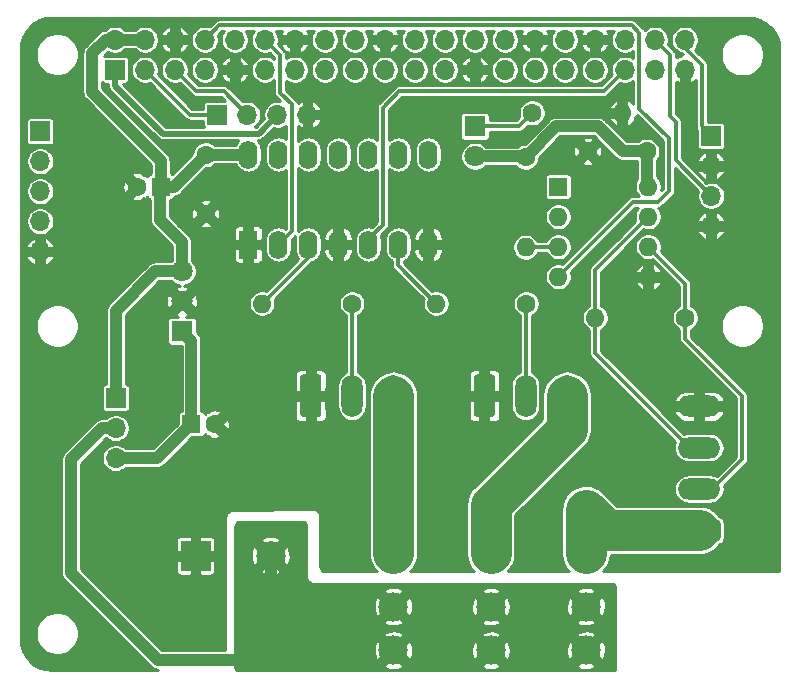
<source format=gbr>
%TF.GenerationSoftware,KiCad,Pcbnew,(5.1.6)-1*%
%TF.CreationDate,2020-09-01T19:55:03-04:00*%
%TF.ProjectId,PiHat,50694861-742e-46b6-9963-61645f706362,v1*%
%TF.SameCoordinates,Original*%
%TF.FileFunction,Copper,L2,Bot*%
%TF.FilePolarity,Positive*%
%FSLAX46Y46*%
G04 Gerber Fmt 4.6, Leading zero omitted, Abs format (unit mm)*
G04 Created by KiCad (PCBNEW (5.1.6)-1) date 2020-09-01 19:55:03*
%MOMM*%
%LPD*%
G01*
G04 APERTURE LIST*
%TA.AperFunction,ComponentPad*%
%ADD10O,1.700000X1.700000*%
%TD*%
%TA.AperFunction,ComponentPad*%
%ADD11R,1.700000X1.700000*%
%TD*%
%TA.AperFunction,ComponentPad*%
%ADD12O,3.600000X1.800000*%
%TD*%
%TA.AperFunction,ComponentPad*%
%ADD13C,2.475000*%
%TD*%
%TA.AperFunction,ComponentPad*%
%ADD14O,1.600000X1.600000*%
%TD*%
%TA.AperFunction,ComponentPad*%
%ADD15R,1.600000X1.600000*%
%TD*%
%TA.AperFunction,ComponentPad*%
%ADD16R,1.800000X1.800000*%
%TD*%
%TA.AperFunction,ComponentPad*%
%ADD17C,1.800000*%
%TD*%
%TA.AperFunction,ComponentPad*%
%ADD18O,1.600000X2.400000*%
%TD*%
%TA.AperFunction,ComponentPad*%
%ADD19R,1.600000X2.400000*%
%TD*%
%TA.AperFunction,ComponentPad*%
%ADD20C,1.600000*%
%TD*%
%TA.AperFunction,ComponentPad*%
%ADD21O,1.800000X3.600000*%
%TD*%
%TA.AperFunction,ComponentPad*%
%ADD22C,2.500000*%
%TD*%
%TA.AperFunction,ComponentPad*%
%ADD23R,2.500000X2.500000*%
%TD*%
%TA.AperFunction,ViaPad*%
%ADD24C,0.800000*%
%TD*%
%TA.AperFunction,Conductor*%
%ADD25C,1.000000*%
%TD*%
%TA.AperFunction,Conductor*%
%ADD26C,0.350000*%
%TD*%
%TA.AperFunction,Conductor*%
%ADD27C,0.500000*%
%TD*%
%TA.AperFunction,Conductor*%
%ADD28C,3.500000*%
%TD*%
%TA.AperFunction,Conductor*%
%ADD29C,0.254000*%
%TD*%
G04 APERTURE END LIST*
D10*
%TO.P,J9,4*%
%TO.N,GND*%
X137400000Y-78820000D03*
%TO.P,J9,3*%
%TO.N,GPIO20*%
X137400000Y-76280000D03*
%TO.P,J9,2*%
%TO.N,GND*%
X137400000Y-73740000D03*
D11*
%TO.P,J9,1*%
%TO.N,GPIO21*%
X137400000Y-71200000D03*
%TD*%
D10*
%TO.P,J8,4*%
%TO.N,GND*%
X103220000Y-69400000D03*
%TO.P,J8,3*%
%TO.N,+3V3*%
X100680000Y-69400000D03*
%TO.P,J8,2*%
%TO.N,I2C_SCL*%
X98140000Y-69400000D03*
D11*
%TO.P,J8,1*%
%TO.N,I2C_SDA*%
X95600000Y-69400000D03*
%TD*%
D12*
%TO.P,J7,4*%
%TO.N,GND*%
X136400000Y-94100000D03*
%TO.P,J7,3*%
%TO.N,/DMX-*%
X136400000Y-97600000D03*
%TO.P,J7,2*%
%TO.N,/DMX+*%
X136400000Y-101100000D03*
%TO.P,J7,1*%
%TO.N,/V_DMX*%
%TA.AperFunction,ComponentPad*%
G36*
G01*
X137950000Y-105500000D02*
X134850000Y-105500000D01*
G75*
G02*
X134600000Y-105250000I0J250000D01*
G01*
X134600000Y-103950000D01*
G75*
G02*
X134850000Y-103700000I250000J0D01*
G01*
X137950000Y-103700000D01*
G75*
G02*
X138200000Y-103950000I0J-250000D01*
G01*
X138200000Y-105250000D01*
G75*
G02*
X137950000Y-105500000I-250000J0D01*
G01*
G37*
%TD.AperFunction*%
%TD*%
D13*
%TO.P,F3,2_2*%
%TO.N,/V_DMX*%
X126800000Y-102850000D03*
%TO.P,F3,1_1*%
%TO.N,VSS*%
X126800000Y-114750000D03*
%TO.P,F3,2_1*%
%TO.N,/V_DMX*%
X126800000Y-106550000D03*
%TO.P,F3,1_2*%
%TO.N,VSS*%
X126800000Y-111050000D03*
%TD*%
D14*
%TO.P,U3,8*%
%TO.N,+5V*%
X132070000Y-75500000D03*
%TO.P,U3,4*%
%TO.N,TXD*%
X124450000Y-83120000D03*
%TO.P,U3,7*%
%TO.N,/DMX-*%
X132070000Y-78040000D03*
%TO.P,U3,3*%
%TO.N,Net-(R4-Pad2)*%
X124450000Y-80580000D03*
%TO.P,U3,6*%
%TO.N,/DMX+*%
X132070000Y-80580000D03*
%TO.P,U3,2*%
%TO.N,Net-(U3-Pad2)*%
X124450000Y-78040000D03*
%TO.P,U3,5*%
%TO.N,GND*%
X132070000Y-83120000D03*
D15*
%TO.P,U3,1*%
%TO.N,Net-(U3-Pad1)*%
X124450000Y-75500000D03*
%TD*%
D16*
%TO.P,U2,1*%
%TO.N,/PWR_IN*%
X92600000Y-87750000D03*
D17*
%TO.P,U2,2*%
%TO.N,GND*%
X92600000Y-85210000D03*
%TO.P,U2,3*%
%TO.N,+5V*%
X92600000Y-82670000D03*
%TD*%
D18*
%TO.P,U1,14*%
%TO.N,+5V*%
X98200000Y-72780000D03*
%TO.P,U1,7*%
%TO.N,GND*%
X113440000Y-80400000D03*
%TO.P,U1,13*%
%TO.N,Net-(U1-Pad13)*%
X100740000Y-72780000D03*
%TO.P,U1,6*%
%TO.N,Net-(R2-Pad2)*%
X110900000Y-80400000D03*
%TO.P,U1,12*%
%TO.N,Net-(U1-Pad12)*%
X103280000Y-72780000D03*
%TO.P,U1,5*%
%TO.N,Pixel2*%
X108360000Y-80400000D03*
%TO.P,U1,11*%
%TO.N,Net-(U1-Pad11)*%
X105820000Y-72780000D03*
%TO.P,U1,4*%
%TO.N,GND*%
X105820000Y-80400000D03*
%TO.P,U1,10*%
%TO.N,Net-(U1-Pad10)*%
X108360000Y-72780000D03*
%TO.P,U1,3*%
%TO.N,Net-(R1-Pad2)*%
X103280000Y-80400000D03*
%TO.P,U1,9*%
%TO.N,Net-(U1-Pad9)*%
X110900000Y-72780000D03*
%TO.P,U1,2*%
%TO.N,Pixel1*%
X100740000Y-80400000D03*
%TO.P,U1,8*%
%TO.N,Net-(U1-Pad8)*%
X113440000Y-72780000D03*
D19*
%TO.P,U1,1*%
%TO.N,GND*%
X98200000Y-80400000D03*
%TD*%
D14*
%TO.P,R5,2*%
%TO.N,/DMX-*%
X127580000Y-86600000D03*
D20*
%TO.P,R5,1*%
%TO.N,/DMX+*%
X135200000Y-86600000D03*
%TD*%
D14*
%TO.P,R4,2*%
%TO.N,Net-(R4-Pad2)*%
X121700000Y-80620000D03*
D20*
%TO.P,R4,1*%
%TO.N,+5V*%
X121700000Y-73000000D03*
%TD*%
D14*
%TO.P,R2,2*%
%TO.N,Net-(R2-Pad2)*%
X114130000Y-85400000D03*
D20*
%TO.P,R2,1*%
%TO.N,Net-(J5-Pad2)*%
X121750000Y-85400000D03*
%TD*%
D14*
%TO.P,R3,2*%
%TO.N,GND*%
X129870000Y-69250000D03*
D20*
%TO.P,R3,1*%
%TO.N,Net-(D1-Pad1)*%
X122250000Y-69250000D03*
%TD*%
D14*
%TO.P,R1,2*%
%TO.N,Net-(R1-Pad2)*%
X99380000Y-85400000D03*
D20*
%TO.P,R1,1*%
%TO.N,Net-(J4-Pad2)*%
X107000000Y-85400000D03*
%TD*%
D10*
%TO.P,J6,5*%
%TO.N,GND*%
X80600000Y-80980000D03*
%TO.P,J6,4*%
%TO.N,+3V3*%
X80600000Y-78440000D03*
%TO.P,J6,3*%
%TO.N,I2C_SDA*%
X80600000Y-75900000D03*
%TO.P,J6,2*%
%TO.N,I2C_SCL*%
X80600000Y-73360000D03*
D11*
%TO.P,J6,1*%
%TO.N,Net-(J6-Pad1)*%
X80600000Y-70820000D03*
%TD*%
D21*
%TO.P,J5,3*%
%TO.N,/ST2_PWR*%
X125200000Y-93200000D03*
%TO.P,J5,2*%
%TO.N,Net-(J5-Pad2)*%
X121700000Y-93200000D03*
%TO.P,J5,1*%
%TO.N,GND*%
%TA.AperFunction,ComponentPad*%
G36*
G01*
X117300000Y-94750000D02*
X117300000Y-91650000D01*
G75*
G02*
X117550000Y-91400000I250000J0D01*
G01*
X118850000Y-91400000D01*
G75*
G02*
X119100000Y-91650000I0J-250000D01*
G01*
X119100000Y-94750000D01*
G75*
G02*
X118850000Y-95000000I-250000J0D01*
G01*
X117550000Y-95000000D01*
G75*
G02*
X117300000Y-94750000I0J250000D01*
G01*
G37*
%TD.AperFunction*%
%TD*%
%TO.P,J4,3*%
%TO.N,/ST1_PWR*%
X110500000Y-93200000D03*
%TO.P,J4,2*%
%TO.N,Net-(J4-Pad2)*%
X107000000Y-93200000D03*
%TO.P,J4,1*%
%TO.N,GND*%
%TA.AperFunction,ComponentPad*%
G36*
G01*
X102600000Y-94750000D02*
X102600000Y-91650000D01*
G75*
G02*
X102850000Y-91400000I250000J0D01*
G01*
X104150000Y-91400000D01*
G75*
G02*
X104400000Y-91650000I0J-250000D01*
G01*
X104400000Y-94750000D01*
G75*
G02*
X104150000Y-95000000I-250000J0D01*
G01*
X102850000Y-95000000D01*
G75*
G02*
X102600000Y-94750000I0J250000D01*
G01*
G37*
%TD.AperFunction*%
%TD*%
D10*
%TO.P,J3,3*%
%TO.N,/PWR_IN*%
X87000000Y-98480000D03*
%TO.P,J3,2*%
%TO.N,VSS*%
X87000000Y-95940000D03*
D11*
%TO.P,J3,1*%
%TO.N,+5V*%
X87000000Y-93400000D03*
%TD*%
D22*
%TO.P,J2,2*%
%TO.N,VSS*%
X100100000Y-106750000D03*
D23*
%TO.P,J2,1*%
%TO.N,GND*%
X93750000Y-106750000D03*
%TD*%
D10*
%TO.P,J1,40*%
%TO.N,GPIO21*%
X135180000Y-63050000D03*
%TO.P,J1,39*%
%TO.N,GND*%
X135180000Y-65590000D03*
%TO.P,J1,38*%
%TO.N,GPIO20*%
X132640000Y-63050000D03*
%TO.P,J1,37*%
%TO.N,Net-(J1-Pad37)*%
X132640000Y-65590000D03*
%TO.P,J1,36*%
%TO.N,Net-(J1-Pad36)*%
X130100000Y-63050000D03*
%TO.P,J1,35*%
%TO.N,Pixel2*%
X130100000Y-65590000D03*
%TO.P,J1,34*%
%TO.N,GND*%
X127560000Y-63050000D03*
%TO.P,J1,33*%
%TO.N,Net-(J1-Pad33)*%
X127560000Y-65590000D03*
%TO.P,J1,32*%
%TO.N,Net-(J1-Pad32)*%
X125020000Y-63050000D03*
%TO.P,J1,31*%
%TO.N,Net-(J1-Pad31)*%
X125020000Y-65590000D03*
%TO.P,J1,30*%
%TO.N,GND*%
X122480000Y-63050000D03*
%TO.P,J1,29*%
%TO.N,Net-(J1-Pad29)*%
X122480000Y-65590000D03*
%TO.P,J1,28*%
%TO.N,Net-(J1-Pad28)*%
X119940000Y-63050000D03*
%TO.P,J1,27*%
%TO.N,Net-(J1-Pad27)*%
X119940000Y-65590000D03*
%TO.P,J1,26*%
%TO.N,Net-(J1-Pad26)*%
X117400000Y-63050000D03*
%TO.P,J1,25*%
%TO.N,GND*%
X117400000Y-65590000D03*
%TO.P,J1,24*%
%TO.N,Net-(J1-Pad24)*%
X114860000Y-63050000D03*
%TO.P,J1,23*%
%TO.N,Net-(J1-Pad23)*%
X114860000Y-65590000D03*
%TO.P,J1,22*%
%TO.N,Net-(J1-Pad22)*%
X112320000Y-63050000D03*
%TO.P,J1,21*%
%TO.N,Net-(J1-Pad21)*%
X112320000Y-65590000D03*
%TO.P,J1,20*%
%TO.N,GND*%
X109780000Y-63050000D03*
%TO.P,J1,19*%
%TO.N,Net-(J1-Pad19)*%
X109780000Y-65590000D03*
%TO.P,J1,18*%
%TO.N,Net-(J1-Pad18)*%
X107240000Y-63050000D03*
%TO.P,J1,17*%
%TO.N,Net-(J1-Pad17)*%
X107240000Y-65590000D03*
%TO.P,J1,16*%
%TO.N,Net-(J1-Pad16)*%
X104700000Y-63050000D03*
%TO.P,J1,15*%
%TO.N,Net-(J1-Pad15)*%
X104700000Y-65590000D03*
%TO.P,J1,14*%
%TO.N,GND*%
X102160000Y-63050000D03*
%TO.P,J1,13*%
%TO.N,Net-(J1-Pad13)*%
X102160000Y-65590000D03*
%TO.P,J1,12*%
%TO.N,Pixel1*%
X99620000Y-63050000D03*
%TO.P,J1,11*%
%TO.N,Net-(J1-Pad11)*%
X99620000Y-65590000D03*
%TO.P,J1,10*%
%TO.N,Net-(J1-Pad10)*%
X97080000Y-63050000D03*
%TO.P,J1,9*%
%TO.N,GND*%
X97080000Y-65590000D03*
%TO.P,J1,8*%
%TO.N,TXD*%
X94540000Y-63050000D03*
%TO.P,J1,7*%
%TO.N,Net-(J1-Pad7)*%
X94540000Y-65590000D03*
%TO.P,J1,6*%
%TO.N,GND*%
X92000000Y-63050000D03*
%TO.P,J1,5*%
%TO.N,I2C_SCL*%
X92000000Y-65590000D03*
%TO.P,J1,4*%
%TO.N,+5V*%
X89460000Y-63050000D03*
%TO.P,J1,3*%
%TO.N,I2C_SDA*%
X89460000Y-65590000D03*
%TO.P,J1,2*%
%TO.N,+5V*%
X86920000Y-63050000D03*
D11*
%TO.P,J1,1*%
%TO.N,+3V3*%
X86920000Y-65590000D03*
%TD*%
D13*
%TO.P,F2,2_2*%
%TO.N,/ST2_PWR*%
X118750000Y-102850000D03*
%TO.P,F2,1_1*%
%TO.N,VSS*%
X118750000Y-114750000D03*
%TO.P,F2,2_1*%
%TO.N,/ST2_PWR*%
X118750000Y-106550000D03*
%TO.P,F2,1_2*%
%TO.N,VSS*%
X118750000Y-111050000D03*
%TD*%
%TO.P,F1,2_2*%
%TO.N,/ST1_PWR*%
X110500000Y-102850000D03*
%TO.P,F1,1_1*%
%TO.N,VSS*%
X110500000Y-114750000D03*
%TO.P,F1,2_1*%
%TO.N,/ST1_PWR*%
X110500000Y-106550000D03*
%TO.P,F1,1_2*%
%TO.N,VSS*%
X110500000Y-111050000D03*
%TD*%
D17*
%TO.P,D1,2*%
%TO.N,+5V*%
X117400000Y-72940000D03*
D16*
%TO.P,D1,1*%
%TO.N,Net-(D1-Pad1)*%
X117400000Y-70400000D03*
%TD*%
D20*
%TO.P,C4,2*%
%TO.N,GND*%
X126950000Y-72500000D03*
%TO.P,C4,1*%
%TO.N,+5V*%
X131950000Y-72500000D03*
%TD*%
%TO.P,C3,2*%
%TO.N,GND*%
X94600000Y-77800000D03*
%TO.P,C3,1*%
%TO.N,+5V*%
X94600000Y-72800000D03*
%TD*%
%TO.P,C2,2*%
%TO.N,GND*%
X88800000Y-75500000D03*
D15*
%TO.P,C2,1*%
%TO.N,+5V*%
X90800000Y-75500000D03*
%TD*%
D20*
%TO.P,C1,2*%
%TO.N,GND*%
X95400000Y-95600000D03*
D15*
%TO.P,C1,1*%
%TO.N,/PWR_IN*%
X93400000Y-95600000D03*
%TD*%
D24*
%TO.N,GND*%
X95400000Y-85200000D03*
X95400000Y-82400000D03*
X95400000Y-88600000D03*
X95200000Y-113800000D03*
X85400000Y-107400000D03*
X91400000Y-113800000D03*
X106200000Y-103800000D03*
X106200000Y-107000000D03*
X114600000Y-103800000D03*
X114600000Y-107000000D03*
X131400000Y-107400000D03*
X141600000Y-107200000D03*
X103600000Y-77400000D03*
X100600000Y-77400000D03*
X108400000Y-77400000D03*
X111400000Y-77400000D03*
X114000000Y-70400000D03*
X108400000Y-70400000D03*
X111200000Y-70400000D03*
X117400000Y-75600000D03*
X127800000Y-77200000D03*
X134800000Y-80400000D03*
X131400000Y-101400000D03*
X141000000Y-102200000D03*
X92400000Y-72200000D03*
X86800000Y-72000000D03*
X122600000Y-107400000D03*
X122600000Y-104200000D03*
X141400000Y-94800000D03*
X141200000Y-80800000D03*
X83400000Y-79200000D03*
X85000000Y-90400000D03*
X89200000Y-88800000D03*
X89600000Y-94400000D03*
X94000000Y-99200000D03*
X89800000Y-101600000D03*
X80800000Y-102800000D03*
X81000000Y-95800000D03*
X85600000Y-102400000D03*
X99800000Y-101600000D03*
X88200000Y-116000000D03*
X85000000Y-112600000D03*
X80800000Y-109400000D03*
X91600000Y-69600000D03*
X79600000Y-67000000D03*
X90400000Y-81000000D03*
X99400000Y-67800000D03*
X94000000Y-68400000D03*
X130400000Y-78400000D03*
X136600000Y-88400000D03*
%TO.N,VSS*%
X97800000Y-114200000D03*
X97800000Y-110400000D03*
X106200000Y-115600000D03*
%TD*%
D25*
%TO.N,VSS*%
X100100000Y-115300000D02*
X100100000Y-106750000D01*
X85860000Y-95940000D02*
X83200000Y-98600000D01*
X87000000Y-95940000D02*
X85860000Y-95940000D01*
X99800000Y-115600000D02*
X100100000Y-115300000D01*
X83200000Y-98600000D02*
X83200000Y-108200000D01*
X83200000Y-108200000D02*
X90600000Y-115600000D01*
X90600000Y-115600000D02*
X99800000Y-115600000D01*
%TO.N,+5V*%
X132070000Y-72620000D02*
X131950000Y-72500000D01*
X86920000Y-63050000D02*
X89460000Y-63050000D01*
X131950000Y-75380000D02*
X132070000Y-75500000D01*
X131950000Y-72500000D02*
X131950000Y-75380000D01*
X94620000Y-72780000D02*
X94600000Y-72800000D01*
X98200000Y-72780000D02*
X94620000Y-72780000D01*
X91900000Y-75500000D02*
X90800000Y-75500000D01*
X94600000Y-72800000D02*
X91900000Y-75500000D01*
X121640000Y-72940000D02*
X121700000Y-73000000D01*
X117400000Y-72940000D02*
X121640000Y-72940000D01*
X90750000Y-78350000D02*
X90750000Y-75750000D01*
X87000000Y-93400000D02*
X87000000Y-86000000D01*
X90330000Y-82670000D02*
X92600000Y-82670000D01*
X87000000Y-86000000D02*
X90330000Y-82670000D01*
X92600000Y-82670000D02*
X92600000Y-80200000D01*
X92600000Y-80200000D02*
X90750000Y-78350000D01*
X90800000Y-73300000D02*
X90800000Y-75500000D01*
X85000000Y-67500000D02*
X90800000Y-73300000D01*
X85000000Y-64200000D02*
X85000000Y-67500000D01*
X86920000Y-63050000D02*
X86150000Y-63050000D01*
X86150000Y-63050000D02*
X85000000Y-64200000D01*
X131950000Y-72500000D02*
X129900000Y-72500000D01*
X129900000Y-72500000D02*
X127800000Y-70400000D01*
X124300000Y-70400000D02*
X121700000Y-73000000D01*
X127800000Y-70400000D02*
X124300000Y-70400000D01*
D26*
%TO.N,Net-(D1-Pad1)*%
X121100000Y-70400000D02*
X122250000Y-69250000D01*
X117400000Y-70400000D02*
X121100000Y-70400000D01*
%TO.N,Pixel2*%
X109600000Y-68800000D02*
X109600000Y-70400000D01*
X111000000Y-67400000D02*
X109600000Y-68800000D01*
X130100000Y-65590000D02*
X128290000Y-67400000D01*
X128290000Y-67400000D02*
X111000000Y-67400000D01*
X109600000Y-70400000D02*
X109600000Y-78710000D01*
X108360000Y-79950000D02*
X108360000Y-80400000D01*
X109600000Y-78710000D02*
X108360000Y-79950000D01*
%TO.N,Pixel1*%
X100934999Y-64364999D02*
X99620000Y-63050000D01*
X100934999Y-67534999D02*
X100934999Y-64364999D01*
X100740000Y-80400000D02*
X101915010Y-79224990D01*
X101915010Y-68515010D02*
X100934999Y-67534999D01*
X101915010Y-79224990D02*
X101915010Y-68515010D01*
%TO.N,TXD*%
X95765001Y-61824999D02*
X94540000Y-63050000D01*
X131325001Y-68925001D02*
X131325001Y-62461999D01*
X131325001Y-62461999D02*
X130688001Y-61824999D01*
X130770000Y-76800000D02*
X132900000Y-76800000D01*
X130688001Y-61824999D02*
X95765001Y-61824999D01*
X124450000Y-83120000D02*
X130770000Y-76800000D01*
X133800000Y-71400000D02*
X131325001Y-68925001D01*
X132900000Y-76800000D02*
X133800000Y-75900000D01*
X133800000Y-75900000D02*
X133800000Y-71400000D01*
%TO.N,I2C_SCL*%
X92000000Y-66060000D02*
X92000000Y-65590000D01*
X92000000Y-65590000D02*
X93810000Y-67400000D01*
X96140000Y-67400000D02*
X98140000Y-69400000D01*
X93810000Y-67400000D02*
X96140000Y-67400000D01*
%TO.N,I2C_SDA*%
X93270000Y-69400000D02*
X89460000Y-65590000D01*
X95600000Y-69400000D02*
X93270000Y-69400000D01*
D27*
%TO.N,+3V3*%
X86920000Y-66940000D02*
X86920000Y-65590000D01*
X90980000Y-71000000D02*
X86920000Y-66940000D01*
X100680000Y-69400000D02*
X99080000Y-71000000D01*
X99080000Y-71000000D02*
X90980000Y-71000000D01*
D26*
%TO.N,Net-(J4-Pad2)*%
X107000000Y-93200000D02*
X107000000Y-85400000D01*
%TO.N,Net-(J5-Pad2)*%
X121750000Y-93150000D02*
X121700000Y-93200000D01*
X121750000Y-85400000D02*
X121750000Y-93150000D01*
%TO.N,/DMX-*%
X132070000Y-78040000D02*
X130000000Y-80110000D01*
X127580000Y-82530000D02*
X130000000Y-80110000D01*
X127580000Y-86600000D02*
X127580000Y-82530000D01*
X127580000Y-87380000D02*
X127580000Y-86600000D01*
X127600000Y-89600000D02*
X127600000Y-87400000D01*
X136400000Y-97600000D02*
X135600000Y-97600000D01*
X135600000Y-97600000D02*
X127600000Y-89600000D01*
%TO.N,/DMX+*%
X135200000Y-83710000D02*
X135200000Y-86600000D01*
X132070000Y-80580000D02*
X135200000Y-83710000D01*
X140000000Y-98600000D02*
X137500000Y-101100000D01*
X140000000Y-93200000D02*
X140000000Y-98600000D01*
X135200000Y-86600000D02*
X135200000Y-88400000D01*
X137500000Y-101100000D02*
X136400000Y-101100000D01*
X135200000Y-88400000D02*
X140000000Y-93200000D01*
%TO.N,Net-(R1-Pad2)*%
X102830000Y-80400000D02*
X102830000Y-81170000D01*
X103280000Y-81500000D02*
X103280000Y-80400000D01*
X99380000Y-85400000D02*
X103280000Y-81500000D01*
%TO.N,Net-(R2-Pad2)*%
X110450000Y-80400000D02*
X110450000Y-81050000D01*
X110900000Y-82170000D02*
X110900000Y-80400000D01*
X114130000Y-85400000D02*
X110900000Y-82170000D01*
%TO.N,Net-(R4-Pad2)*%
X122160000Y-80580000D02*
X121700000Y-80120000D01*
X124450000Y-80580000D02*
X122160000Y-80580000D01*
D28*
%TO.N,/ST1_PWR*%
X110500000Y-106550000D02*
X110500000Y-93200000D01*
%TO.N,/ST2_PWR*%
X118750000Y-106550000D02*
X118750000Y-102850000D01*
X125200000Y-96000000D02*
X125200000Y-93200000D01*
X118750000Y-102850000D02*
X118750000Y-102450000D01*
X118750000Y-102450000D02*
X125200000Y-96000000D01*
D25*
%TO.N,/PWR_IN*%
X90520000Y-98480000D02*
X93400000Y-95600000D01*
X87000000Y-98480000D02*
X90520000Y-98480000D01*
X93400000Y-88550000D02*
X92600000Y-87750000D01*
X93400000Y-95600000D02*
X93400000Y-88550000D01*
D28*
%TO.N,/V_DMX*%
X126800000Y-106550000D02*
X126800000Y-102850000D01*
X128550000Y-104600000D02*
X126800000Y-102850000D01*
X136400000Y-104600000D02*
X128550000Y-104600000D01*
D26*
%TO.N,GPIO21*%
X136600000Y-65196998D02*
X135180000Y-63776998D01*
X137400000Y-71200000D02*
X136600000Y-70400000D01*
X135180000Y-63776998D02*
X135180000Y-63050000D01*
X136600000Y-70400000D02*
X136600000Y-65196998D01*
%TO.N,GPIO20*%
X134400000Y-73280000D02*
X137400000Y-76280000D01*
X133954999Y-69554999D02*
X134400000Y-70000000D01*
X132640000Y-63050000D02*
X133954999Y-64364999D01*
X134400000Y-70000000D02*
X134400000Y-73280000D01*
X133954999Y-64364999D02*
X133954999Y-69554999D01*
%TD*%
D29*
%TO.N,GND*%
G36*
X141053918Y-61254224D02*
G01*
X141542152Y-61401630D01*
X141992456Y-61641061D01*
X142387677Y-61963396D01*
X142712757Y-62356350D01*
X142955326Y-62804974D01*
X143106137Y-63292163D01*
X143161353Y-63817510D01*
X143161357Y-63818665D01*
X143161352Y-108073000D01*
X128230823Y-108073000D01*
X128281451Y-108031451D01*
X128542002Y-107713969D01*
X128735609Y-107351755D01*
X128854831Y-106958731D01*
X128881792Y-106685000D01*
X136502424Y-106685000D01*
X136808731Y-106654831D01*
X137201755Y-106535609D01*
X137563969Y-106342002D01*
X137881451Y-106081451D01*
X138100641Y-105814368D01*
X138174490Y-105791966D01*
X138275909Y-105737757D01*
X138364803Y-105664803D01*
X138437757Y-105575909D01*
X138491966Y-105474490D01*
X138525348Y-105364444D01*
X138536620Y-105250000D01*
X138536620Y-103950000D01*
X138525348Y-103835556D01*
X138491966Y-103725510D01*
X138437757Y-103624091D01*
X138364803Y-103535197D01*
X138275909Y-103462243D01*
X138174490Y-103408034D01*
X138100641Y-103385632D01*
X137881451Y-103118549D01*
X137563969Y-102857998D01*
X137201755Y-102664391D01*
X136808731Y-102545169D01*
X136502424Y-102515000D01*
X129413635Y-102515000D01*
X128346750Y-101448116D01*
X128281451Y-101368549D01*
X127963969Y-101107998D01*
X127601755Y-100914391D01*
X127208731Y-100795169D01*
X126800000Y-100754912D01*
X126391269Y-100795169D01*
X126324943Y-100815289D01*
X125998246Y-100914391D01*
X125636032Y-101107998D01*
X125318550Y-101368549D01*
X125057999Y-101686031D01*
X125002721Y-101789449D01*
X124864392Y-102048245D01*
X124745169Y-102441269D01*
X124704912Y-102850000D01*
X124715001Y-102952434D01*
X124715000Y-106652423D01*
X124745169Y-106958730D01*
X124864391Y-107351754D01*
X125057998Y-107713969D01*
X125318549Y-108031451D01*
X125369177Y-108073000D01*
X120180823Y-108073000D01*
X120231451Y-108031451D01*
X120492002Y-107713969D01*
X120685609Y-107351755D01*
X120804831Y-106958731D01*
X120835000Y-106652424D01*
X120835000Y-103313634D01*
X126601895Y-97546741D01*
X126681451Y-97481451D01*
X126942002Y-97163969D01*
X127135609Y-96801755D01*
X127245637Y-96439040D01*
X127254831Y-96408732D01*
X127279188Y-96161430D01*
X127285000Y-96102424D01*
X127285000Y-96102417D01*
X127295087Y-96000001D01*
X127285000Y-95897585D01*
X127285000Y-93097576D01*
X127254831Y-92791269D01*
X127135609Y-92398245D01*
X126942002Y-92036031D01*
X126681451Y-91718549D01*
X126363969Y-91457998D01*
X126001755Y-91264391D01*
X125725739Y-91180663D01*
X125674900Y-91153489D01*
X125442101Y-91082870D01*
X125200000Y-91059025D01*
X124957898Y-91082870D01*
X124725099Y-91153489D01*
X124674258Y-91180664D01*
X124398246Y-91264391D01*
X124036032Y-91457998D01*
X123718550Y-91718549D01*
X123457999Y-92036031D01*
X123264392Y-92398245D01*
X123145170Y-92791269D01*
X123115001Y-93097576D01*
X123115000Y-95136364D01*
X117348115Y-100903251D01*
X117268549Y-100968549D01*
X117007998Y-101286031D01*
X116814391Y-101648245D01*
X116695169Y-102041269D01*
X116654912Y-102450000D01*
X116665000Y-102552424D01*
X116665000Y-102952423D01*
X116665001Y-102952433D01*
X116665000Y-106652423D01*
X116695169Y-106958730D01*
X116814391Y-107351754D01*
X117007998Y-107713969D01*
X117268549Y-108031451D01*
X117319177Y-108073000D01*
X111930823Y-108073000D01*
X111981451Y-108031451D01*
X112242002Y-107713969D01*
X112435609Y-107351755D01*
X112554831Y-106958731D01*
X112585000Y-106652424D01*
X112585000Y-95000000D01*
X116862895Y-95000000D01*
X116871294Y-95085275D01*
X116896168Y-95167273D01*
X116936560Y-95242843D01*
X116990920Y-95309080D01*
X117057157Y-95363440D01*
X117132727Y-95403832D01*
X117214725Y-95428706D01*
X117300000Y-95437105D01*
X117764250Y-95435000D01*
X117873000Y-95326250D01*
X117873000Y-93527000D01*
X118527000Y-93527000D01*
X118527000Y-95326250D01*
X118635750Y-95435000D01*
X119100000Y-95437105D01*
X119185275Y-95428706D01*
X119267273Y-95403832D01*
X119342843Y-95363440D01*
X119409080Y-95309080D01*
X119463440Y-95242843D01*
X119503832Y-95167273D01*
X119528706Y-95085275D01*
X119537105Y-95000000D01*
X119535000Y-93635750D01*
X119426250Y-93527000D01*
X118527000Y-93527000D01*
X117873000Y-93527000D01*
X116973750Y-93527000D01*
X116865000Y-93635750D01*
X116862895Y-95000000D01*
X112585000Y-95000000D01*
X112585000Y-93097576D01*
X112554831Y-92791269D01*
X112435609Y-92398245D01*
X112242002Y-92036031D01*
X111981451Y-91718549D01*
X111663969Y-91457998D01*
X111555463Y-91400000D01*
X116862895Y-91400000D01*
X116865000Y-92764250D01*
X116973750Y-92873000D01*
X117873000Y-92873000D01*
X117873000Y-91073750D01*
X118527000Y-91073750D01*
X118527000Y-92873000D01*
X119426250Y-92873000D01*
X119535000Y-92764250D01*
X119535809Y-92239336D01*
X120465000Y-92239336D01*
X120465000Y-94160665D01*
X120482871Y-94342102D01*
X120553490Y-94574901D01*
X120668168Y-94789449D01*
X120822499Y-94977502D01*
X121010552Y-95131833D01*
X121225100Y-95246511D01*
X121457899Y-95317130D01*
X121700000Y-95340975D01*
X121942102Y-95317130D01*
X122174901Y-95246511D01*
X122389449Y-95131833D01*
X122577502Y-94977502D01*
X122731833Y-94789449D01*
X122846511Y-94574901D01*
X122917130Y-94342102D01*
X122935000Y-94160665D01*
X122935000Y-92239335D01*
X122917130Y-92057898D01*
X122846511Y-91825099D01*
X122731833Y-91610551D01*
X122577502Y-91422498D01*
X122389448Y-91268167D01*
X122260000Y-91198976D01*
X122260000Y-86417266D01*
X122287624Y-86405824D01*
X122473520Y-86281612D01*
X122631612Y-86123520D01*
X122755824Y-85937624D01*
X122841383Y-85731067D01*
X122885000Y-85511788D01*
X122885000Y-85288212D01*
X122841383Y-85068933D01*
X122755824Y-84862376D01*
X122631612Y-84676480D01*
X122473520Y-84518388D01*
X122287624Y-84394176D01*
X122081067Y-84308617D01*
X121861788Y-84265000D01*
X121638212Y-84265000D01*
X121418933Y-84308617D01*
X121212376Y-84394176D01*
X121026480Y-84518388D01*
X120868388Y-84676480D01*
X120744176Y-84862376D01*
X120658617Y-85068933D01*
X120615000Y-85288212D01*
X120615000Y-85511788D01*
X120658617Y-85731067D01*
X120744176Y-85937624D01*
X120868388Y-86123520D01*
X121026480Y-86281612D01*
X121212376Y-86405824D01*
X121240000Y-86417266D01*
X121240001Y-91148969D01*
X121225099Y-91153489D01*
X121010551Y-91268167D01*
X120822498Y-91422498D01*
X120668167Y-91610552D01*
X120553489Y-91825100D01*
X120482870Y-92057899D01*
X120465000Y-92239336D01*
X119535809Y-92239336D01*
X119537105Y-91400000D01*
X119528706Y-91314725D01*
X119503832Y-91232727D01*
X119463440Y-91157157D01*
X119409080Y-91090920D01*
X119342843Y-91036560D01*
X119267273Y-90996168D01*
X119185275Y-90971294D01*
X119100000Y-90962895D01*
X118635750Y-90965000D01*
X118527000Y-91073750D01*
X117873000Y-91073750D01*
X117764250Y-90965000D01*
X117300000Y-90962895D01*
X117214725Y-90971294D01*
X117132727Y-90996168D01*
X117057157Y-91036560D01*
X116990920Y-91090920D01*
X116936560Y-91157157D01*
X116896168Y-91232727D01*
X116871294Y-91314725D01*
X116862895Y-91400000D01*
X111555463Y-91400000D01*
X111301755Y-91264391D01*
X111025739Y-91180663D01*
X110974900Y-91153489D01*
X110742101Y-91082870D01*
X110500000Y-91059025D01*
X110257898Y-91082870D01*
X110025099Y-91153489D01*
X109974258Y-91180664D01*
X109698246Y-91264391D01*
X109336032Y-91457998D01*
X109018550Y-91718549D01*
X108757999Y-92036031D01*
X108564392Y-92398245D01*
X108445170Y-92791269D01*
X108415001Y-93097576D01*
X108415000Y-106652423D01*
X108445169Y-106958730D01*
X108564391Y-107351754D01*
X108757998Y-107713969D01*
X109018549Y-108031451D01*
X109069177Y-108073000D01*
X104708328Y-108073000D01*
X104603743Y-108059231D01*
X104514045Y-108022077D01*
X104437024Y-107962976D01*
X104377923Y-107885955D01*
X104340769Y-107796257D01*
X104327000Y-107691672D01*
X104327000Y-103406451D01*
X104325896Y-103389739D01*
X104308581Y-103259298D01*
X104299861Y-103227033D01*
X104249116Y-103105626D01*
X104232282Y-103076753D01*
X104151622Y-102972789D01*
X104127837Y-102949308D01*
X104022847Y-102869987D01*
X103993760Y-102853523D01*
X103871713Y-102804339D01*
X103839340Y-102796034D01*
X103708687Y-102780392D01*
X103691962Y-102779502D01*
X96891962Y-102866682D01*
X96875535Y-102867962D01*
X96747383Y-102886368D01*
X96715711Y-102895218D01*
X96596581Y-102945911D01*
X96568244Y-102962596D01*
X96466124Y-103042176D01*
X96443021Y-103065577D01*
X96364756Y-103168709D01*
X96348435Y-103197259D01*
X96299274Y-103317030D01*
X96290831Y-103348811D01*
X96274069Y-103477188D01*
X96273000Y-103493631D01*
X96273000Y-114765000D01*
X90945868Y-114765000D01*
X84180868Y-108000000D01*
X92062895Y-108000000D01*
X92071294Y-108085275D01*
X92096168Y-108167273D01*
X92136560Y-108242843D01*
X92190920Y-108309080D01*
X92257157Y-108363440D01*
X92332727Y-108403832D01*
X92414725Y-108428706D01*
X92500000Y-108437105D01*
X93314250Y-108435000D01*
X93423000Y-108326250D01*
X93423000Y-107077000D01*
X94077000Y-107077000D01*
X94077000Y-108326250D01*
X94185750Y-108435000D01*
X95000000Y-108437105D01*
X95085275Y-108428706D01*
X95167273Y-108403832D01*
X95242843Y-108363440D01*
X95309080Y-108309080D01*
X95363440Y-108242843D01*
X95403832Y-108167273D01*
X95428706Y-108085275D01*
X95437105Y-108000000D01*
X95435000Y-107185750D01*
X95326250Y-107077000D01*
X94077000Y-107077000D01*
X93423000Y-107077000D01*
X92173750Y-107077000D01*
X92065000Y-107185750D01*
X92062895Y-108000000D01*
X84180868Y-108000000D01*
X84035000Y-107854133D01*
X84035000Y-105500000D01*
X92062895Y-105500000D01*
X92065000Y-106314250D01*
X92173750Y-106423000D01*
X93423000Y-106423000D01*
X93423000Y-105173750D01*
X94077000Y-105173750D01*
X94077000Y-106423000D01*
X95326250Y-106423000D01*
X95435000Y-106314250D01*
X95437105Y-105500000D01*
X95428706Y-105414725D01*
X95403832Y-105332727D01*
X95363440Y-105257157D01*
X95309080Y-105190920D01*
X95242843Y-105136560D01*
X95167273Y-105096168D01*
X95085275Y-105071294D01*
X95000000Y-105062895D01*
X94185750Y-105065000D01*
X94077000Y-105173750D01*
X93423000Y-105173750D01*
X93314250Y-105065000D01*
X92500000Y-105062895D01*
X92414725Y-105071294D01*
X92332727Y-105096168D01*
X92257157Y-105136560D01*
X92190920Y-105190920D01*
X92136560Y-105257157D01*
X92096168Y-105332727D01*
X92071294Y-105414725D01*
X92062895Y-105500000D01*
X84035000Y-105500000D01*
X84035000Y-98945867D01*
X84617579Y-98363288D01*
X85815000Y-98363288D01*
X85815000Y-98596712D01*
X85860539Y-98825652D01*
X85949866Y-99041308D01*
X86079550Y-99235394D01*
X86244606Y-99400450D01*
X86438692Y-99530134D01*
X86654348Y-99619461D01*
X86883288Y-99665000D01*
X87116712Y-99665000D01*
X87345652Y-99619461D01*
X87561308Y-99530134D01*
X87755394Y-99400450D01*
X87840844Y-99315000D01*
X90478982Y-99315000D01*
X90520000Y-99319040D01*
X90561018Y-99315000D01*
X90561019Y-99315000D01*
X90683689Y-99302918D01*
X90841087Y-99255172D01*
X90986146Y-99177636D01*
X91113291Y-99073291D01*
X91139446Y-99041421D01*
X93444248Y-96736620D01*
X94200000Y-96736620D01*
X94265671Y-96730152D01*
X94328819Y-96710996D01*
X94387016Y-96679889D01*
X94438026Y-96638026D01*
X94479889Y-96587016D01*
X94510996Y-96528819D01*
X94525819Y-96479954D01*
X94754158Y-96708293D01*
X94864737Y-96597713D01*
X94960901Y-96760695D01*
X95195778Y-96824056D01*
X95438504Y-96840378D01*
X95679750Y-96809032D01*
X95839099Y-96760695D01*
X95935264Y-96597711D01*
X95400000Y-96062448D01*
X95385858Y-96076590D01*
X94923410Y-95614142D01*
X94937552Y-95600000D01*
X95862448Y-95600000D01*
X96397711Y-96135264D01*
X96560695Y-96039099D01*
X96624056Y-95804222D01*
X96640378Y-95561496D01*
X96609032Y-95320250D01*
X96560695Y-95160901D01*
X96397711Y-95064736D01*
X95862448Y-95600000D01*
X94937552Y-95600000D01*
X94923410Y-95585858D01*
X95385858Y-95123410D01*
X95400000Y-95137552D01*
X95537552Y-95000000D01*
X102162895Y-95000000D01*
X102171294Y-95085275D01*
X102196168Y-95167273D01*
X102236560Y-95242843D01*
X102290920Y-95309080D01*
X102357157Y-95363440D01*
X102432727Y-95403832D01*
X102514725Y-95428706D01*
X102600000Y-95437105D01*
X103064250Y-95435000D01*
X103173000Y-95326250D01*
X103173000Y-93527000D01*
X103827000Y-93527000D01*
X103827000Y-95326250D01*
X103935750Y-95435000D01*
X104400000Y-95437105D01*
X104485275Y-95428706D01*
X104567273Y-95403832D01*
X104642843Y-95363440D01*
X104709080Y-95309080D01*
X104763440Y-95242843D01*
X104803832Y-95167273D01*
X104828706Y-95085275D01*
X104837105Y-95000000D01*
X104835000Y-93635750D01*
X104726250Y-93527000D01*
X103827000Y-93527000D01*
X103173000Y-93527000D01*
X102273750Y-93527000D01*
X102165000Y-93635750D01*
X102162895Y-95000000D01*
X95537552Y-95000000D01*
X95935264Y-94602289D01*
X95839099Y-94439305D01*
X95604222Y-94375944D01*
X95361496Y-94359622D01*
X95120250Y-94390968D01*
X94960901Y-94439305D01*
X94864737Y-94602287D01*
X94754158Y-94491707D01*
X94525819Y-94720046D01*
X94510996Y-94671181D01*
X94479889Y-94612984D01*
X94438026Y-94561974D01*
X94387016Y-94520111D01*
X94328819Y-94489004D01*
X94265671Y-94469848D01*
X94235000Y-94466827D01*
X94235000Y-91400000D01*
X102162895Y-91400000D01*
X102165000Y-92764250D01*
X102273750Y-92873000D01*
X103173000Y-92873000D01*
X103173000Y-91073750D01*
X103827000Y-91073750D01*
X103827000Y-92873000D01*
X104726250Y-92873000D01*
X104835000Y-92764250D01*
X104835809Y-92239336D01*
X105765000Y-92239336D01*
X105765000Y-94160665D01*
X105782871Y-94342102D01*
X105853490Y-94574901D01*
X105968168Y-94789449D01*
X106122499Y-94977502D01*
X106310552Y-95131833D01*
X106525100Y-95246511D01*
X106757899Y-95317130D01*
X107000000Y-95340975D01*
X107242102Y-95317130D01*
X107474901Y-95246511D01*
X107689449Y-95131833D01*
X107877502Y-94977502D01*
X108031833Y-94789449D01*
X108146511Y-94574901D01*
X108217130Y-94342102D01*
X108235000Y-94160665D01*
X108235000Y-92239335D01*
X108217130Y-92057898D01*
X108146511Y-91825099D01*
X108031833Y-91610551D01*
X107877502Y-91422498D01*
X107689448Y-91268167D01*
X107510000Y-91172250D01*
X107510000Y-86417266D01*
X107537624Y-86405824D01*
X107723520Y-86281612D01*
X107881612Y-86123520D01*
X108005824Y-85937624D01*
X108091383Y-85731067D01*
X108135000Y-85511788D01*
X108135000Y-85288212D01*
X108091383Y-85068933D01*
X108005824Y-84862376D01*
X107881612Y-84676480D01*
X107723520Y-84518388D01*
X107537624Y-84394176D01*
X107331067Y-84308617D01*
X107111788Y-84265000D01*
X106888212Y-84265000D01*
X106668933Y-84308617D01*
X106462376Y-84394176D01*
X106276480Y-84518388D01*
X106118388Y-84676480D01*
X105994176Y-84862376D01*
X105908617Y-85068933D01*
X105865000Y-85288212D01*
X105865000Y-85511788D01*
X105908617Y-85731067D01*
X105994176Y-85937624D01*
X106118388Y-86123520D01*
X106276480Y-86281612D01*
X106462376Y-86405824D01*
X106490001Y-86417267D01*
X106490000Y-91172250D01*
X106310551Y-91268167D01*
X106122498Y-91422498D01*
X105968167Y-91610552D01*
X105853489Y-91825100D01*
X105782870Y-92057899D01*
X105765000Y-92239336D01*
X104835809Y-92239336D01*
X104837105Y-91400000D01*
X104828706Y-91314725D01*
X104803832Y-91232727D01*
X104763440Y-91157157D01*
X104709080Y-91090920D01*
X104642843Y-91036560D01*
X104567273Y-90996168D01*
X104485275Y-90971294D01*
X104400000Y-90962895D01*
X103935750Y-90965000D01*
X103827000Y-91073750D01*
X103173000Y-91073750D01*
X103064250Y-90965000D01*
X102600000Y-90962895D01*
X102514725Y-90971294D01*
X102432727Y-90996168D01*
X102357157Y-91036560D01*
X102290920Y-91090920D01*
X102236560Y-91157157D01*
X102196168Y-91232727D01*
X102171294Y-91314725D01*
X102162895Y-91400000D01*
X94235000Y-91400000D01*
X94235000Y-88591018D01*
X94239040Y-88550000D01*
X94222918Y-88386311D01*
X94175172Y-88228913D01*
X94097636Y-88083854D01*
X94019439Y-87988570D01*
X94019437Y-87988568D01*
X93993291Y-87956709D01*
X93961432Y-87930563D01*
X93836620Y-87805751D01*
X93836620Y-86850000D01*
X93830152Y-86784329D01*
X93810996Y-86721181D01*
X93779889Y-86662984D01*
X93738026Y-86611974D01*
X93687016Y-86570111D01*
X93628819Y-86539004D01*
X93565671Y-86519848D01*
X93500000Y-86513380D01*
X92906819Y-86513380D01*
X93100156Y-86454731D01*
X93209205Y-86281653D01*
X92600000Y-85672448D01*
X91990795Y-86281653D01*
X92099844Y-86454731D01*
X92300846Y-86513380D01*
X91700000Y-86513380D01*
X91634329Y-86519848D01*
X91571181Y-86539004D01*
X91512984Y-86570111D01*
X91461974Y-86611974D01*
X91420111Y-86662984D01*
X91389004Y-86721181D01*
X91369848Y-86784329D01*
X91363380Y-86850000D01*
X91363380Y-88650000D01*
X91369848Y-88715671D01*
X91389004Y-88778819D01*
X91420111Y-88837016D01*
X91461974Y-88888026D01*
X91512984Y-88929889D01*
X91571181Y-88960996D01*
X91634329Y-88980152D01*
X91700000Y-88986620D01*
X92565001Y-88986620D01*
X92565000Y-94466827D01*
X92534329Y-94469848D01*
X92471181Y-94489004D01*
X92412984Y-94520111D01*
X92361974Y-94561974D01*
X92320111Y-94612984D01*
X92289004Y-94671181D01*
X92269848Y-94734329D01*
X92263380Y-94800000D01*
X92263380Y-95555752D01*
X90174133Y-97645000D01*
X87840844Y-97645000D01*
X87755394Y-97559550D01*
X87561308Y-97429866D01*
X87345652Y-97340539D01*
X87116712Y-97295000D01*
X86883288Y-97295000D01*
X86654348Y-97340539D01*
X86438692Y-97429866D01*
X86244606Y-97559550D01*
X86079550Y-97724606D01*
X85949866Y-97918692D01*
X85860539Y-98134348D01*
X85815000Y-98363288D01*
X84617579Y-98363288D01*
X86182512Y-96798356D01*
X86244606Y-96860450D01*
X86438692Y-96990134D01*
X86654348Y-97079461D01*
X86883288Y-97125000D01*
X87116712Y-97125000D01*
X87345652Y-97079461D01*
X87561308Y-96990134D01*
X87755394Y-96860450D01*
X87920450Y-96695394D01*
X88050134Y-96501308D01*
X88139461Y-96285652D01*
X88185000Y-96056712D01*
X88185000Y-95823288D01*
X88139461Y-95594348D01*
X88050134Y-95378692D01*
X87920450Y-95184606D01*
X87755394Y-95019550D01*
X87561308Y-94889866D01*
X87345652Y-94800539D01*
X87116712Y-94755000D01*
X86883288Y-94755000D01*
X86654348Y-94800539D01*
X86438692Y-94889866D01*
X86244606Y-95019550D01*
X86159156Y-95105000D01*
X85901018Y-95105000D01*
X85859999Y-95100960D01*
X85818981Y-95105000D01*
X85696311Y-95117082D01*
X85538913Y-95164828D01*
X85393854Y-95242364D01*
X85266709Y-95346709D01*
X85240559Y-95378573D01*
X82638579Y-97980554D01*
X82606709Y-98006709D01*
X82508366Y-98126542D01*
X82502364Y-98133855D01*
X82424828Y-98278914D01*
X82377082Y-98436312D01*
X82360960Y-98600000D01*
X82365000Y-98641019D01*
X82365001Y-108158971D01*
X82360960Y-108200000D01*
X82377082Y-108363688D01*
X82424828Y-108521086D01*
X82424829Y-108521087D01*
X82502365Y-108666146D01*
X82606710Y-108793291D01*
X82638574Y-108819441D01*
X89980559Y-116161427D01*
X90006709Y-116193291D01*
X90133854Y-116297636D01*
X90278913Y-116375172D01*
X90436311Y-116422918D01*
X90534725Y-116432611D01*
X81565190Y-116432611D01*
X81038789Y-116380996D01*
X80550562Y-116233592D01*
X80100258Y-115994163D01*
X79705041Y-115671831D01*
X79379955Y-115278871D01*
X79137386Y-114830248D01*
X78986575Y-114343059D01*
X78931359Y-113817712D01*
X78931356Y-113816843D01*
X78931356Y-113139268D01*
X80205000Y-113139268D01*
X80205000Y-113500732D01*
X80275518Y-113855250D01*
X80413844Y-114189199D01*
X80614662Y-114489744D01*
X80870256Y-114745338D01*
X81170801Y-114946156D01*
X81504750Y-115084482D01*
X81859268Y-115155000D01*
X82220732Y-115155000D01*
X82575250Y-115084482D01*
X82909199Y-114946156D01*
X83209744Y-114745338D01*
X83465338Y-114489744D01*
X83666156Y-114189199D01*
X83804482Y-113855250D01*
X83875000Y-113500732D01*
X83875000Y-113139268D01*
X83804482Y-112784750D01*
X83666156Y-112450801D01*
X83465338Y-112150256D01*
X83209744Y-111894662D01*
X82909199Y-111693844D01*
X82575250Y-111555518D01*
X82220732Y-111485000D01*
X81859268Y-111485000D01*
X81504750Y-111555518D01*
X81170801Y-111693844D01*
X80870256Y-111894662D01*
X80614662Y-112150256D01*
X80413844Y-112450801D01*
X80275518Y-112784750D01*
X80205000Y-113139268D01*
X78931356Y-113139268D01*
X78931356Y-87129268D01*
X80205000Y-87129268D01*
X80205000Y-87490732D01*
X80275518Y-87845250D01*
X80413844Y-88179199D01*
X80614662Y-88479744D01*
X80870256Y-88735338D01*
X81170801Y-88936156D01*
X81504750Y-89074482D01*
X81859268Y-89145000D01*
X82220732Y-89145000D01*
X82575250Y-89074482D01*
X82909199Y-88936156D01*
X83209744Y-88735338D01*
X83465338Y-88479744D01*
X83666156Y-88179199D01*
X83804482Y-87845250D01*
X83875000Y-87490732D01*
X83875000Y-87129268D01*
X83804482Y-86774750D01*
X83666156Y-86440801D01*
X83465338Y-86140256D01*
X83209744Y-85884662D01*
X82909199Y-85683844D01*
X82575250Y-85545518D01*
X82220732Y-85475000D01*
X81859268Y-85475000D01*
X81504750Y-85545518D01*
X81170801Y-85683844D01*
X80870256Y-85884662D01*
X80614662Y-86140256D01*
X80413844Y-86440801D01*
X80275518Y-86774750D01*
X80205000Y-87129268D01*
X78931356Y-87129268D01*
X78931356Y-81497375D01*
X79423757Y-81497375D01*
X79516323Y-81670584D01*
X79671872Y-81868729D01*
X79863088Y-82032721D01*
X80082623Y-82156258D01*
X80273000Y-82113962D01*
X80273000Y-81307000D01*
X80927000Y-81307000D01*
X80927000Y-82113962D01*
X81117377Y-82156258D01*
X81336912Y-82032721D01*
X81528128Y-81868729D01*
X81683677Y-81670584D01*
X81776243Y-81497375D01*
X81729883Y-81307000D01*
X80927000Y-81307000D01*
X80273000Y-81307000D01*
X79470117Y-81307000D01*
X79423757Y-81497375D01*
X78931356Y-81497375D01*
X78931356Y-80462625D01*
X79423757Y-80462625D01*
X79470117Y-80653000D01*
X80273000Y-80653000D01*
X80273000Y-79846038D01*
X80927000Y-79846038D01*
X80927000Y-80653000D01*
X81729883Y-80653000D01*
X81776243Y-80462625D01*
X81683677Y-80289416D01*
X81528128Y-80091271D01*
X81336912Y-79927279D01*
X81117377Y-79803742D01*
X80927000Y-79846038D01*
X80273000Y-79846038D01*
X80082623Y-79803742D01*
X79863088Y-79927279D01*
X79671872Y-80091271D01*
X79516323Y-80289416D01*
X79423757Y-80462625D01*
X78931356Y-80462625D01*
X78931356Y-78323288D01*
X79415000Y-78323288D01*
X79415000Y-78556712D01*
X79460539Y-78785652D01*
X79549866Y-79001308D01*
X79679550Y-79195394D01*
X79844606Y-79360450D01*
X80038692Y-79490134D01*
X80254348Y-79579461D01*
X80483288Y-79625000D01*
X80716712Y-79625000D01*
X80945652Y-79579461D01*
X81161308Y-79490134D01*
X81355394Y-79360450D01*
X81520450Y-79195394D01*
X81650134Y-79001308D01*
X81739461Y-78785652D01*
X81785000Y-78556712D01*
X81785000Y-78323288D01*
X81739461Y-78094348D01*
X81650134Y-77878692D01*
X81520450Y-77684606D01*
X81355394Y-77519550D01*
X81161308Y-77389866D01*
X80945652Y-77300539D01*
X80716712Y-77255000D01*
X80483288Y-77255000D01*
X80254348Y-77300539D01*
X80038692Y-77389866D01*
X79844606Y-77519550D01*
X79679550Y-77684606D01*
X79549866Y-77878692D01*
X79460539Y-78094348D01*
X79415000Y-78323288D01*
X78931356Y-78323288D01*
X78931356Y-75783288D01*
X79415000Y-75783288D01*
X79415000Y-76016712D01*
X79460539Y-76245652D01*
X79549866Y-76461308D01*
X79679550Y-76655394D01*
X79844606Y-76820450D01*
X80038692Y-76950134D01*
X80254348Y-77039461D01*
X80483288Y-77085000D01*
X80716712Y-77085000D01*
X80945652Y-77039461D01*
X81161308Y-76950134D01*
X81355394Y-76820450D01*
X81520450Y-76655394D01*
X81650134Y-76461308D01*
X81739461Y-76245652D01*
X81785000Y-76016712D01*
X81785000Y-75783288D01*
X81739461Y-75554348D01*
X81732899Y-75538504D01*
X87559622Y-75538504D01*
X87590968Y-75779750D01*
X87639305Y-75939099D01*
X87802289Y-76035264D01*
X88337552Y-75500000D01*
X87802289Y-74964736D01*
X87639305Y-75060901D01*
X87575944Y-75295778D01*
X87559622Y-75538504D01*
X81732899Y-75538504D01*
X81650134Y-75338692D01*
X81520450Y-75144606D01*
X81355394Y-74979550D01*
X81161308Y-74849866D01*
X80945652Y-74760539D01*
X80716712Y-74715000D01*
X80483288Y-74715000D01*
X80254348Y-74760539D01*
X80038692Y-74849866D01*
X79844606Y-74979550D01*
X79679550Y-75144606D01*
X79549866Y-75338692D01*
X79460539Y-75554348D01*
X79415000Y-75783288D01*
X78931356Y-75783288D01*
X78931356Y-73243288D01*
X79415000Y-73243288D01*
X79415000Y-73476712D01*
X79460539Y-73705652D01*
X79549866Y-73921308D01*
X79679550Y-74115394D01*
X79844606Y-74280450D01*
X80038692Y-74410134D01*
X80254348Y-74499461D01*
X80483288Y-74545000D01*
X80716712Y-74545000D01*
X80945652Y-74499461D01*
X81161308Y-74410134D01*
X81355394Y-74280450D01*
X81520450Y-74115394D01*
X81650134Y-73921308D01*
X81739461Y-73705652D01*
X81785000Y-73476712D01*
X81785000Y-73243288D01*
X81739461Y-73014348D01*
X81650134Y-72798692D01*
X81520450Y-72604606D01*
X81355394Y-72439550D01*
X81161308Y-72309866D01*
X80945652Y-72220539D01*
X80716712Y-72175000D01*
X80483288Y-72175000D01*
X80254348Y-72220539D01*
X80038692Y-72309866D01*
X79844606Y-72439550D01*
X79679550Y-72604606D01*
X79549866Y-72798692D01*
X79460539Y-73014348D01*
X79415000Y-73243288D01*
X78931356Y-73243288D01*
X78931356Y-69970000D01*
X79413380Y-69970000D01*
X79413380Y-71670000D01*
X79419848Y-71735671D01*
X79439004Y-71798819D01*
X79470111Y-71857016D01*
X79511974Y-71908026D01*
X79562984Y-71949889D01*
X79621181Y-71980996D01*
X79684329Y-72000152D01*
X79750000Y-72006620D01*
X81450000Y-72006620D01*
X81515671Y-72000152D01*
X81578819Y-71980996D01*
X81637016Y-71949889D01*
X81688026Y-71908026D01*
X81729889Y-71857016D01*
X81760996Y-71798819D01*
X81780152Y-71735671D01*
X81786620Y-71670000D01*
X81786620Y-69970000D01*
X81780152Y-69904329D01*
X81760996Y-69841181D01*
X81729889Y-69782984D01*
X81688026Y-69731974D01*
X81637016Y-69690111D01*
X81578819Y-69659004D01*
X81515671Y-69639848D01*
X81450000Y-69633380D01*
X79750000Y-69633380D01*
X79684329Y-69639848D01*
X79621181Y-69659004D01*
X79562984Y-69690111D01*
X79511974Y-69731974D01*
X79470111Y-69782984D01*
X79439004Y-69841181D01*
X79419848Y-69904329D01*
X79413380Y-69970000D01*
X78931356Y-69970000D01*
X78931356Y-64129268D01*
X80205000Y-64129268D01*
X80205000Y-64490732D01*
X80275518Y-64845250D01*
X80413844Y-65179199D01*
X80614662Y-65479744D01*
X80870256Y-65735338D01*
X81170801Y-65936156D01*
X81504750Y-66074482D01*
X81859268Y-66145000D01*
X82220732Y-66145000D01*
X82575250Y-66074482D01*
X82909199Y-65936156D01*
X83209744Y-65735338D01*
X83465338Y-65479744D01*
X83666156Y-65179199D01*
X83804482Y-64845250D01*
X83875000Y-64490732D01*
X83875000Y-64200000D01*
X84160960Y-64200000D01*
X84165000Y-64241019D01*
X84165001Y-67458972D01*
X84160960Y-67500000D01*
X84177082Y-67663688D01*
X84224828Y-67821086D01*
X84302364Y-67966145D01*
X84302365Y-67966146D01*
X84406710Y-68093291D01*
X84438574Y-68119441D01*
X89965000Y-73645869D01*
X89965000Y-74366827D01*
X89934329Y-74369848D01*
X89871181Y-74389004D01*
X89812984Y-74420111D01*
X89761974Y-74461974D01*
X89720111Y-74512984D01*
X89689004Y-74571181D01*
X89674181Y-74620046D01*
X89445842Y-74391707D01*
X89335263Y-74502287D01*
X89239099Y-74339305D01*
X89004222Y-74275944D01*
X88761496Y-74259622D01*
X88520250Y-74290968D01*
X88360901Y-74339305D01*
X88264736Y-74502289D01*
X88800000Y-75037552D01*
X88814142Y-75023410D01*
X89276590Y-75485858D01*
X89262448Y-75500000D01*
X89276590Y-75514142D01*
X88814142Y-75976590D01*
X88800000Y-75962448D01*
X88264736Y-76497711D01*
X88360901Y-76660695D01*
X88595778Y-76724056D01*
X88838504Y-76740378D01*
X89079750Y-76709032D01*
X89239099Y-76660695D01*
X89335263Y-76497713D01*
X89445842Y-76608293D01*
X89674181Y-76379954D01*
X89689004Y-76428819D01*
X89720111Y-76487016D01*
X89761974Y-76538026D01*
X89812984Y-76579889D01*
X89871181Y-76610996D01*
X89915001Y-76624289D01*
X89915000Y-78308981D01*
X89910960Y-78350000D01*
X89915000Y-78391018D01*
X89927082Y-78513688D01*
X89974828Y-78671086D01*
X90052364Y-78816145D01*
X90156709Y-78943291D01*
X90188579Y-78969446D01*
X91765001Y-80545869D01*
X91765000Y-81758446D01*
X91688446Y-81835000D01*
X90371018Y-81835000D01*
X90329999Y-81830960D01*
X90288981Y-81835000D01*
X90166311Y-81847082D01*
X90008913Y-81894828D01*
X89863854Y-81972364D01*
X89736709Y-82076709D01*
X89710559Y-82108573D01*
X86438574Y-85380559D01*
X86406710Y-85406709D01*
X86380562Y-85438571D01*
X86302364Y-85533855D01*
X86224828Y-85678914D01*
X86177082Y-85836312D01*
X86160960Y-86000000D01*
X86165001Y-86041028D01*
X86165000Y-92213380D01*
X86150000Y-92213380D01*
X86084329Y-92219848D01*
X86021181Y-92239004D01*
X85962984Y-92270111D01*
X85911974Y-92311974D01*
X85870111Y-92362984D01*
X85839004Y-92421181D01*
X85819848Y-92484329D01*
X85813380Y-92550000D01*
X85813380Y-94250000D01*
X85819848Y-94315671D01*
X85839004Y-94378819D01*
X85870111Y-94437016D01*
X85911974Y-94488026D01*
X85962984Y-94529889D01*
X86021181Y-94560996D01*
X86084329Y-94580152D01*
X86150000Y-94586620D01*
X87850000Y-94586620D01*
X87915671Y-94580152D01*
X87978819Y-94560996D01*
X88037016Y-94529889D01*
X88088026Y-94488026D01*
X88129889Y-94437016D01*
X88160996Y-94378819D01*
X88180152Y-94315671D01*
X88186620Y-94250000D01*
X88186620Y-92550000D01*
X88180152Y-92484329D01*
X88160996Y-92421181D01*
X88129889Y-92362984D01*
X88088026Y-92311974D01*
X88037016Y-92270111D01*
X87978819Y-92239004D01*
X87915671Y-92219848D01*
X87850000Y-92213380D01*
X87835000Y-92213380D01*
X87835000Y-86345867D01*
X88956614Y-85224253D01*
X91258616Y-85224253D01*
X91287171Y-85485670D01*
X91355269Y-85710156D01*
X91528347Y-85819205D01*
X92137552Y-85210000D01*
X93062448Y-85210000D01*
X93671653Y-85819205D01*
X93844731Y-85710156D01*
X93918390Y-85457712D01*
X93941384Y-85195747D01*
X93912829Y-84934330D01*
X93844731Y-84709844D01*
X93671653Y-84600795D01*
X93062448Y-85210000D01*
X92137552Y-85210000D01*
X91528347Y-84600795D01*
X91355269Y-84709844D01*
X91281610Y-84962288D01*
X91258616Y-85224253D01*
X88956614Y-85224253D01*
X90675868Y-83505000D01*
X91688446Y-83505000D01*
X91812733Y-83629287D01*
X92015008Y-83764443D01*
X92239764Y-83857540D01*
X92398354Y-83889085D01*
X92324330Y-83897171D01*
X92099844Y-83965269D01*
X91990795Y-84138347D01*
X92600000Y-84747552D01*
X93209205Y-84138347D01*
X93100156Y-83965269D01*
X92847712Y-83891610D01*
X92806944Y-83888032D01*
X92960236Y-83857540D01*
X93184992Y-83764443D01*
X93387267Y-83629287D01*
X93559287Y-83457267D01*
X93694443Y-83254992D01*
X93787540Y-83030236D01*
X93835000Y-82791637D01*
X93835000Y-82548363D01*
X93787540Y-82309764D01*
X93694443Y-82085008D01*
X93559287Y-81882733D01*
X93435000Y-81758446D01*
X93435000Y-81600000D01*
X96962895Y-81600000D01*
X96971294Y-81685275D01*
X96996168Y-81767273D01*
X97036560Y-81842843D01*
X97090920Y-81909080D01*
X97157157Y-81963440D01*
X97232727Y-82003832D01*
X97314725Y-82028706D01*
X97400000Y-82037105D01*
X97764250Y-82035000D01*
X97873000Y-81926250D01*
X97873000Y-80727000D01*
X98527000Y-80727000D01*
X98527000Y-81926250D01*
X98635750Y-82035000D01*
X99000000Y-82037105D01*
X99085275Y-82028706D01*
X99167273Y-82003832D01*
X99242843Y-81963440D01*
X99309080Y-81909080D01*
X99363440Y-81842843D01*
X99403832Y-81767273D01*
X99428706Y-81685275D01*
X99437105Y-81600000D01*
X99435000Y-80835750D01*
X99326250Y-80727000D01*
X98527000Y-80727000D01*
X97873000Y-80727000D01*
X97073750Y-80727000D01*
X96965000Y-80835750D01*
X96962895Y-81600000D01*
X93435000Y-81600000D01*
X93435000Y-80241018D01*
X93439040Y-80199999D01*
X93422918Y-80036311D01*
X93375172Y-79878913D01*
X93297636Y-79733854D01*
X93268530Y-79698388D01*
X93193291Y-79606709D01*
X93161427Y-79580559D01*
X92780868Y-79200000D01*
X96962895Y-79200000D01*
X96965000Y-79964250D01*
X97073750Y-80073000D01*
X97873000Y-80073000D01*
X97873000Y-78873750D01*
X98527000Y-78873750D01*
X98527000Y-80073000D01*
X99326250Y-80073000D01*
X99435000Y-79964250D01*
X99437105Y-79200000D01*
X99428706Y-79114725D01*
X99403832Y-79032727D01*
X99363440Y-78957157D01*
X99309080Y-78890920D01*
X99242843Y-78836560D01*
X99167273Y-78796168D01*
X99085275Y-78771294D01*
X99000000Y-78762895D01*
X98635750Y-78765000D01*
X98527000Y-78873750D01*
X97873000Y-78873750D01*
X97764250Y-78765000D01*
X97400000Y-78762895D01*
X97314725Y-78771294D01*
X97232727Y-78796168D01*
X97157157Y-78836560D01*
X97090920Y-78890920D01*
X97036560Y-78957157D01*
X96996168Y-79032727D01*
X96971294Y-79114725D01*
X96962895Y-79200000D01*
X92780868Y-79200000D01*
X92378579Y-78797711D01*
X94064736Y-78797711D01*
X94160901Y-78960695D01*
X94395778Y-79024056D01*
X94638504Y-79040378D01*
X94879750Y-79009032D01*
X95039099Y-78960695D01*
X95135264Y-78797711D01*
X94600000Y-78262448D01*
X94064736Y-78797711D01*
X92378579Y-78797711D01*
X91585000Y-78004133D01*
X91585000Y-77838504D01*
X93359622Y-77838504D01*
X93390968Y-78079750D01*
X93439305Y-78239099D01*
X93602289Y-78335264D01*
X94137552Y-77800000D01*
X95062448Y-77800000D01*
X95597711Y-78335264D01*
X95760695Y-78239099D01*
X95824056Y-78004222D01*
X95840378Y-77761496D01*
X95809032Y-77520250D01*
X95760695Y-77360901D01*
X95597711Y-77264736D01*
X95062448Y-77800000D01*
X94137552Y-77800000D01*
X93602289Y-77264736D01*
X93439305Y-77360901D01*
X93375944Y-77595778D01*
X93359622Y-77838504D01*
X91585000Y-77838504D01*
X91585000Y-76802289D01*
X94064736Y-76802289D01*
X94600000Y-77337552D01*
X95135264Y-76802289D01*
X95039099Y-76639305D01*
X94804222Y-76575944D01*
X94561496Y-76559622D01*
X94320250Y-76590968D01*
X94160901Y-76639305D01*
X94064736Y-76802289D01*
X91585000Y-76802289D01*
X91585000Y-76636620D01*
X91600000Y-76636620D01*
X91665671Y-76630152D01*
X91728819Y-76610996D01*
X91787016Y-76579889D01*
X91838026Y-76538026D01*
X91879889Y-76487016D01*
X91910996Y-76428819D01*
X91930152Y-76365671D01*
X91933096Y-76335780D01*
X91941018Y-76335000D01*
X91941019Y-76335000D01*
X92063689Y-76322918D01*
X92221087Y-76275172D01*
X92366146Y-76197636D01*
X92493291Y-76093291D01*
X92519446Y-76061421D01*
X94645869Y-73935000D01*
X94711788Y-73935000D01*
X94931067Y-73891383D01*
X95137624Y-73805824D01*
X95323520Y-73681612D01*
X95390132Y-73615000D01*
X97145885Y-73615000D01*
X97146324Y-73616447D01*
X97251717Y-73813623D01*
X97393552Y-73986449D01*
X97566378Y-74128284D01*
X97763554Y-74233676D01*
X97977502Y-74298577D01*
X98200000Y-74320491D01*
X98422499Y-74298577D01*
X98636447Y-74233676D01*
X98833623Y-74128284D01*
X99006449Y-73986449D01*
X99148284Y-73813623D01*
X99253676Y-73616447D01*
X99318577Y-73402498D01*
X99335000Y-73235751D01*
X99335000Y-72324248D01*
X99318577Y-72157501D01*
X99253676Y-71943553D01*
X99148284Y-71746377D01*
X99015845Y-71585000D01*
X99051267Y-71585000D01*
X99080000Y-71587830D01*
X99108733Y-71585000D01*
X99194680Y-71576535D01*
X99304953Y-71543084D01*
X99406581Y-71488763D01*
X99495659Y-71415659D01*
X99513983Y-71393331D01*
X100362294Y-70545020D01*
X100563288Y-70585000D01*
X100796712Y-70585000D01*
X101025652Y-70539461D01*
X101241308Y-70450134D01*
X101405011Y-70340751D01*
X101405011Y-71457475D01*
X101373623Y-71431716D01*
X101176446Y-71326324D01*
X100962498Y-71261423D01*
X100740000Y-71239509D01*
X100517501Y-71261423D01*
X100303553Y-71326324D01*
X100106377Y-71431716D01*
X99933551Y-71573551D01*
X99791716Y-71746377D01*
X99686324Y-71943554D01*
X99621423Y-72157502D01*
X99605000Y-72324249D01*
X99605000Y-73235752D01*
X99621423Y-73402499D01*
X99686324Y-73616447D01*
X99791717Y-73813623D01*
X99933552Y-73986449D01*
X100106378Y-74128284D01*
X100303554Y-74233676D01*
X100517502Y-74298577D01*
X100740000Y-74320491D01*
X100962499Y-74298577D01*
X101176447Y-74233676D01*
X101373623Y-74128284D01*
X101405010Y-74102525D01*
X101405010Y-79013741D01*
X101369330Y-79049421D01*
X101176446Y-78946324D01*
X100962498Y-78881423D01*
X100740000Y-78859509D01*
X100517501Y-78881423D01*
X100303553Y-78946324D01*
X100106377Y-79051716D01*
X99933551Y-79193551D01*
X99791716Y-79366377D01*
X99686324Y-79563554D01*
X99621423Y-79777502D01*
X99605000Y-79944249D01*
X99605000Y-80855752D01*
X99621423Y-81022499D01*
X99686324Y-81236447D01*
X99791717Y-81433623D01*
X99933552Y-81606449D01*
X100106378Y-81748284D01*
X100303554Y-81853676D01*
X100517502Y-81918577D01*
X100740000Y-81940491D01*
X100962499Y-81918577D01*
X101176447Y-81853676D01*
X101373623Y-81748284D01*
X101546449Y-81606449D01*
X101688284Y-81433623D01*
X101793676Y-81236447D01*
X101858577Y-81022498D01*
X101875000Y-80855751D01*
X101875000Y-79986249D01*
X102195246Y-79666003D01*
X102161423Y-79777502D01*
X102145000Y-79944249D01*
X102145000Y-80855752D01*
X102161423Y-81022499D01*
X102226324Y-81236447D01*
X102331717Y-81433623D01*
X102463974Y-81594778D01*
X99738692Y-84320060D01*
X99711067Y-84308617D01*
X99491788Y-84265000D01*
X99268212Y-84265000D01*
X99048933Y-84308617D01*
X98842376Y-84394176D01*
X98656480Y-84518388D01*
X98498388Y-84676480D01*
X98374176Y-84862376D01*
X98288617Y-85068933D01*
X98245000Y-85288212D01*
X98245000Y-85511788D01*
X98288617Y-85731067D01*
X98374176Y-85937624D01*
X98498388Y-86123520D01*
X98656480Y-86281612D01*
X98842376Y-86405824D01*
X99048933Y-86491383D01*
X99268212Y-86535000D01*
X99491788Y-86535000D01*
X99711067Y-86491383D01*
X99917624Y-86405824D01*
X100103520Y-86281612D01*
X100261612Y-86123520D01*
X100385824Y-85937624D01*
X100471383Y-85731067D01*
X100515000Y-85511788D01*
X100515000Y-85288212D01*
X100471383Y-85068933D01*
X100459940Y-85041308D01*
X103617583Y-81883666D01*
X103716447Y-81853676D01*
X103913623Y-81748284D01*
X104086449Y-81606449D01*
X104228284Y-81433623D01*
X104333676Y-81236447D01*
X104398577Y-81022498D01*
X104408415Y-80922601D01*
X104579280Y-80922601D01*
X104627038Y-81162298D01*
X104720641Y-81388072D01*
X104856492Y-81591247D01*
X105029370Y-81764014D01*
X105232632Y-81899735D01*
X105310725Y-81925106D01*
X105493000Y-81877734D01*
X105493000Y-80727000D01*
X106147000Y-80727000D01*
X106147000Y-81877734D01*
X106329275Y-81925106D01*
X106407368Y-81899735D01*
X106610630Y-81764014D01*
X106783508Y-81591247D01*
X106919359Y-81388072D01*
X107012962Y-81162298D01*
X107060720Y-80922601D01*
X106955874Y-80727000D01*
X106147000Y-80727000D01*
X105493000Y-80727000D01*
X104684126Y-80727000D01*
X104579280Y-80922601D01*
X104408415Y-80922601D01*
X104415000Y-80855751D01*
X104415000Y-79944248D01*
X104408417Y-79877399D01*
X104579280Y-79877399D01*
X104684126Y-80073000D01*
X105493000Y-80073000D01*
X105493000Y-78922266D01*
X106147000Y-78922266D01*
X106147000Y-80073000D01*
X106955874Y-80073000D01*
X107060720Y-79877399D01*
X107012962Y-79637702D01*
X106919359Y-79411928D01*
X106783508Y-79208753D01*
X106610630Y-79035986D01*
X106407368Y-78900265D01*
X106329275Y-78874894D01*
X106147000Y-78922266D01*
X105493000Y-78922266D01*
X105310725Y-78874894D01*
X105232632Y-78900265D01*
X105029370Y-79035986D01*
X104856492Y-79208753D01*
X104720641Y-79411928D01*
X104627038Y-79637702D01*
X104579280Y-79877399D01*
X104408417Y-79877399D01*
X104398577Y-79777501D01*
X104333676Y-79563553D01*
X104228284Y-79366377D01*
X104086449Y-79193551D01*
X103913623Y-79051716D01*
X103716446Y-78946324D01*
X103502498Y-78881423D01*
X103280000Y-78859509D01*
X103057501Y-78881423D01*
X102843553Y-78946324D01*
X102646377Y-79051716D01*
X102473551Y-79193551D01*
X102424712Y-79253061D01*
X102425010Y-79250038D01*
X102425010Y-79250036D01*
X102427477Y-79224991D01*
X102425010Y-79199946D01*
X102425010Y-73927301D01*
X102473552Y-73986449D01*
X102646378Y-74128284D01*
X102843554Y-74233676D01*
X103057502Y-74298577D01*
X103280000Y-74320491D01*
X103502499Y-74298577D01*
X103716447Y-74233676D01*
X103913623Y-74128284D01*
X104086449Y-73986449D01*
X104228284Y-73813623D01*
X104333676Y-73616447D01*
X104398577Y-73402498D01*
X104415000Y-73235751D01*
X104415000Y-72324249D01*
X104685000Y-72324249D01*
X104685000Y-73235752D01*
X104701423Y-73402499D01*
X104766324Y-73616447D01*
X104871717Y-73813623D01*
X105013552Y-73986449D01*
X105186378Y-74128284D01*
X105383554Y-74233676D01*
X105597502Y-74298577D01*
X105820000Y-74320491D01*
X106042499Y-74298577D01*
X106256447Y-74233676D01*
X106453623Y-74128284D01*
X106626449Y-73986449D01*
X106768284Y-73813623D01*
X106873676Y-73616447D01*
X106938577Y-73402498D01*
X106955000Y-73235751D01*
X106955000Y-72324248D01*
X106938577Y-72157501D01*
X106873676Y-71943553D01*
X106768284Y-71746377D01*
X106626449Y-71573551D01*
X106453623Y-71431716D01*
X106256446Y-71326324D01*
X106042498Y-71261423D01*
X105820000Y-71239509D01*
X105597501Y-71261423D01*
X105383553Y-71326324D01*
X105186377Y-71431716D01*
X105013551Y-71573551D01*
X104871716Y-71746377D01*
X104766324Y-71943554D01*
X104701423Y-72157502D01*
X104685000Y-72324249D01*
X104415000Y-72324249D01*
X104415000Y-72324248D01*
X104398577Y-72157501D01*
X104333676Y-71943553D01*
X104228284Y-71746377D01*
X104086449Y-71573551D01*
X103913623Y-71431716D01*
X103716446Y-71326324D01*
X103502498Y-71261423D01*
X103280000Y-71239509D01*
X103057501Y-71261423D01*
X102843553Y-71326324D01*
X102646377Y-71431716D01*
X102473551Y-71573551D01*
X102425010Y-71632698D01*
X102425010Y-70401716D01*
X102529416Y-70483677D01*
X102702625Y-70576243D01*
X102893000Y-70529883D01*
X102893000Y-69727000D01*
X103547000Y-69727000D01*
X103547000Y-70529883D01*
X103737375Y-70576243D01*
X103910584Y-70483677D01*
X104108729Y-70328128D01*
X104272721Y-70136912D01*
X104396258Y-69917377D01*
X104353962Y-69727000D01*
X103547000Y-69727000D01*
X102893000Y-69727000D01*
X102873000Y-69727000D01*
X102873000Y-69073000D01*
X102893000Y-69073000D01*
X102893000Y-68270117D01*
X103547000Y-68270117D01*
X103547000Y-69073000D01*
X104353962Y-69073000D01*
X104396258Y-68882623D01*
X104272721Y-68663088D01*
X104108729Y-68471872D01*
X103910584Y-68316323D01*
X103737375Y-68223757D01*
X103547000Y-68270117D01*
X102893000Y-68270117D01*
X102702625Y-68223757D01*
X102529416Y-68316323D01*
X102414946Y-68406185D01*
X102388468Y-68318897D01*
X102362391Y-68270111D01*
X102341111Y-68230299D01*
X102277379Y-68152641D01*
X102257922Y-68136674D01*
X101444999Y-67323751D01*
X101444999Y-66537440D01*
X101598692Y-66640134D01*
X101814348Y-66729461D01*
X102043288Y-66775000D01*
X102276712Y-66775000D01*
X102505652Y-66729461D01*
X102721308Y-66640134D01*
X102915394Y-66510450D01*
X103080450Y-66345394D01*
X103210134Y-66151308D01*
X103299461Y-65935652D01*
X103345000Y-65706712D01*
X103345000Y-65473288D01*
X103515000Y-65473288D01*
X103515000Y-65706712D01*
X103560539Y-65935652D01*
X103649866Y-66151308D01*
X103779550Y-66345394D01*
X103944606Y-66510450D01*
X104138692Y-66640134D01*
X104354348Y-66729461D01*
X104583288Y-66775000D01*
X104816712Y-66775000D01*
X105045652Y-66729461D01*
X105261308Y-66640134D01*
X105455394Y-66510450D01*
X105620450Y-66345394D01*
X105750134Y-66151308D01*
X105839461Y-65935652D01*
X105885000Y-65706712D01*
X105885000Y-65473288D01*
X106055000Y-65473288D01*
X106055000Y-65706712D01*
X106100539Y-65935652D01*
X106189866Y-66151308D01*
X106319550Y-66345394D01*
X106484606Y-66510450D01*
X106678692Y-66640134D01*
X106894348Y-66729461D01*
X107123288Y-66775000D01*
X107356712Y-66775000D01*
X107585652Y-66729461D01*
X107801308Y-66640134D01*
X107995394Y-66510450D01*
X108160450Y-66345394D01*
X108290134Y-66151308D01*
X108379461Y-65935652D01*
X108425000Y-65706712D01*
X108425000Y-65473288D01*
X108595000Y-65473288D01*
X108595000Y-65706712D01*
X108640539Y-65935652D01*
X108729866Y-66151308D01*
X108859550Y-66345394D01*
X109024606Y-66510450D01*
X109218692Y-66640134D01*
X109434348Y-66729461D01*
X109663288Y-66775000D01*
X109896712Y-66775000D01*
X110125652Y-66729461D01*
X110341308Y-66640134D01*
X110535394Y-66510450D01*
X110700450Y-66345394D01*
X110830134Y-66151308D01*
X110919461Y-65935652D01*
X110965000Y-65706712D01*
X110965000Y-65473288D01*
X111135000Y-65473288D01*
X111135000Y-65706712D01*
X111180539Y-65935652D01*
X111269866Y-66151308D01*
X111399550Y-66345394D01*
X111564606Y-66510450D01*
X111758692Y-66640134D01*
X111974348Y-66729461D01*
X112203288Y-66775000D01*
X112436712Y-66775000D01*
X112665652Y-66729461D01*
X112881308Y-66640134D01*
X113075394Y-66510450D01*
X113240450Y-66345394D01*
X113370134Y-66151308D01*
X113459461Y-65935652D01*
X113505000Y-65706712D01*
X113505000Y-65473288D01*
X113675000Y-65473288D01*
X113675000Y-65706712D01*
X113720539Y-65935652D01*
X113809866Y-66151308D01*
X113939550Y-66345394D01*
X114104606Y-66510450D01*
X114298692Y-66640134D01*
X114514348Y-66729461D01*
X114743288Y-66775000D01*
X114976712Y-66775000D01*
X115205652Y-66729461D01*
X115421308Y-66640134D01*
X115615394Y-66510450D01*
X115780450Y-66345394D01*
X115910134Y-66151308D01*
X115928330Y-66107377D01*
X116223742Y-66107377D01*
X116347279Y-66326912D01*
X116511271Y-66518128D01*
X116709416Y-66673677D01*
X116882625Y-66766243D01*
X117073000Y-66719883D01*
X117073000Y-65917000D01*
X117727000Y-65917000D01*
X117727000Y-66719883D01*
X117917375Y-66766243D01*
X118090584Y-66673677D01*
X118288729Y-66518128D01*
X118452721Y-66326912D01*
X118576258Y-66107377D01*
X118533962Y-65917000D01*
X117727000Y-65917000D01*
X117073000Y-65917000D01*
X116266038Y-65917000D01*
X116223742Y-66107377D01*
X115928330Y-66107377D01*
X115999461Y-65935652D01*
X116045000Y-65706712D01*
X116045000Y-65473288D01*
X118755000Y-65473288D01*
X118755000Y-65706712D01*
X118800539Y-65935652D01*
X118889866Y-66151308D01*
X119019550Y-66345394D01*
X119184606Y-66510450D01*
X119378692Y-66640134D01*
X119594348Y-66729461D01*
X119823288Y-66775000D01*
X120056712Y-66775000D01*
X120285652Y-66729461D01*
X120501308Y-66640134D01*
X120695394Y-66510450D01*
X120860450Y-66345394D01*
X120990134Y-66151308D01*
X121079461Y-65935652D01*
X121125000Y-65706712D01*
X121125000Y-65473288D01*
X121295000Y-65473288D01*
X121295000Y-65706712D01*
X121340539Y-65935652D01*
X121429866Y-66151308D01*
X121559550Y-66345394D01*
X121724606Y-66510450D01*
X121918692Y-66640134D01*
X122134348Y-66729461D01*
X122363288Y-66775000D01*
X122596712Y-66775000D01*
X122825652Y-66729461D01*
X123041308Y-66640134D01*
X123235394Y-66510450D01*
X123400450Y-66345394D01*
X123530134Y-66151308D01*
X123619461Y-65935652D01*
X123665000Y-65706712D01*
X123665000Y-65473288D01*
X123835000Y-65473288D01*
X123835000Y-65706712D01*
X123880539Y-65935652D01*
X123969866Y-66151308D01*
X124099550Y-66345394D01*
X124264606Y-66510450D01*
X124458692Y-66640134D01*
X124674348Y-66729461D01*
X124903288Y-66775000D01*
X125136712Y-66775000D01*
X125365652Y-66729461D01*
X125581308Y-66640134D01*
X125775394Y-66510450D01*
X125940450Y-66345394D01*
X126070134Y-66151308D01*
X126159461Y-65935652D01*
X126205000Y-65706712D01*
X126205000Y-65473288D01*
X126375000Y-65473288D01*
X126375000Y-65706712D01*
X126420539Y-65935652D01*
X126509866Y-66151308D01*
X126639550Y-66345394D01*
X126804606Y-66510450D01*
X126998692Y-66640134D01*
X127214348Y-66729461D01*
X127443288Y-66775000D01*
X127676712Y-66775000D01*
X127905652Y-66729461D01*
X128121308Y-66640134D01*
X128315394Y-66510450D01*
X128480450Y-66345394D01*
X128610134Y-66151308D01*
X128699461Y-65935652D01*
X128745000Y-65706712D01*
X128745000Y-65473288D01*
X128699461Y-65244348D01*
X128610134Y-65028692D01*
X128480450Y-64834606D01*
X128315394Y-64669550D01*
X128121308Y-64539866D01*
X127905652Y-64450539D01*
X127676712Y-64405000D01*
X127443288Y-64405000D01*
X127214348Y-64450539D01*
X126998692Y-64539866D01*
X126804606Y-64669550D01*
X126639550Y-64834606D01*
X126509866Y-65028692D01*
X126420539Y-65244348D01*
X126375000Y-65473288D01*
X126205000Y-65473288D01*
X126159461Y-65244348D01*
X126070134Y-65028692D01*
X125940450Y-64834606D01*
X125775394Y-64669550D01*
X125581308Y-64539866D01*
X125365652Y-64450539D01*
X125136712Y-64405000D01*
X124903288Y-64405000D01*
X124674348Y-64450539D01*
X124458692Y-64539866D01*
X124264606Y-64669550D01*
X124099550Y-64834606D01*
X123969866Y-65028692D01*
X123880539Y-65244348D01*
X123835000Y-65473288D01*
X123665000Y-65473288D01*
X123619461Y-65244348D01*
X123530134Y-65028692D01*
X123400450Y-64834606D01*
X123235394Y-64669550D01*
X123041308Y-64539866D01*
X122825652Y-64450539D01*
X122596712Y-64405000D01*
X122363288Y-64405000D01*
X122134348Y-64450539D01*
X121918692Y-64539866D01*
X121724606Y-64669550D01*
X121559550Y-64834606D01*
X121429866Y-65028692D01*
X121340539Y-65244348D01*
X121295000Y-65473288D01*
X121125000Y-65473288D01*
X121079461Y-65244348D01*
X120990134Y-65028692D01*
X120860450Y-64834606D01*
X120695394Y-64669550D01*
X120501308Y-64539866D01*
X120285652Y-64450539D01*
X120056712Y-64405000D01*
X119823288Y-64405000D01*
X119594348Y-64450539D01*
X119378692Y-64539866D01*
X119184606Y-64669550D01*
X119019550Y-64834606D01*
X118889866Y-65028692D01*
X118800539Y-65244348D01*
X118755000Y-65473288D01*
X116045000Y-65473288D01*
X115999461Y-65244348D01*
X115928331Y-65072623D01*
X116223742Y-65072623D01*
X116266038Y-65263000D01*
X117073000Y-65263000D01*
X117073000Y-64460117D01*
X117727000Y-64460117D01*
X117727000Y-65263000D01*
X118533962Y-65263000D01*
X118576258Y-65072623D01*
X118452721Y-64853088D01*
X118288729Y-64661872D01*
X118090584Y-64506323D01*
X117917375Y-64413757D01*
X117727000Y-64460117D01*
X117073000Y-64460117D01*
X116882625Y-64413757D01*
X116709416Y-64506323D01*
X116511271Y-64661872D01*
X116347279Y-64853088D01*
X116223742Y-65072623D01*
X115928331Y-65072623D01*
X115910134Y-65028692D01*
X115780450Y-64834606D01*
X115615394Y-64669550D01*
X115421308Y-64539866D01*
X115205652Y-64450539D01*
X114976712Y-64405000D01*
X114743288Y-64405000D01*
X114514348Y-64450539D01*
X114298692Y-64539866D01*
X114104606Y-64669550D01*
X113939550Y-64834606D01*
X113809866Y-65028692D01*
X113720539Y-65244348D01*
X113675000Y-65473288D01*
X113505000Y-65473288D01*
X113459461Y-65244348D01*
X113370134Y-65028692D01*
X113240450Y-64834606D01*
X113075394Y-64669550D01*
X112881308Y-64539866D01*
X112665652Y-64450539D01*
X112436712Y-64405000D01*
X112203288Y-64405000D01*
X111974348Y-64450539D01*
X111758692Y-64539866D01*
X111564606Y-64669550D01*
X111399550Y-64834606D01*
X111269866Y-65028692D01*
X111180539Y-65244348D01*
X111135000Y-65473288D01*
X110965000Y-65473288D01*
X110919461Y-65244348D01*
X110830134Y-65028692D01*
X110700450Y-64834606D01*
X110535394Y-64669550D01*
X110341308Y-64539866D01*
X110125652Y-64450539D01*
X109896712Y-64405000D01*
X109663288Y-64405000D01*
X109434348Y-64450539D01*
X109218692Y-64539866D01*
X109024606Y-64669550D01*
X108859550Y-64834606D01*
X108729866Y-65028692D01*
X108640539Y-65244348D01*
X108595000Y-65473288D01*
X108425000Y-65473288D01*
X108379461Y-65244348D01*
X108290134Y-65028692D01*
X108160450Y-64834606D01*
X107995394Y-64669550D01*
X107801308Y-64539866D01*
X107585652Y-64450539D01*
X107356712Y-64405000D01*
X107123288Y-64405000D01*
X106894348Y-64450539D01*
X106678692Y-64539866D01*
X106484606Y-64669550D01*
X106319550Y-64834606D01*
X106189866Y-65028692D01*
X106100539Y-65244348D01*
X106055000Y-65473288D01*
X105885000Y-65473288D01*
X105839461Y-65244348D01*
X105750134Y-65028692D01*
X105620450Y-64834606D01*
X105455394Y-64669550D01*
X105261308Y-64539866D01*
X105045652Y-64450539D01*
X104816712Y-64405000D01*
X104583288Y-64405000D01*
X104354348Y-64450539D01*
X104138692Y-64539866D01*
X103944606Y-64669550D01*
X103779550Y-64834606D01*
X103649866Y-65028692D01*
X103560539Y-65244348D01*
X103515000Y-65473288D01*
X103345000Y-65473288D01*
X103299461Y-65244348D01*
X103210134Y-65028692D01*
X103080450Y-64834606D01*
X102915394Y-64669550D01*
X102721308Y-64539866D01*
X102505652Y-64450539D01*
X102276712Y-64405000D01*
X102043288Y-64405000D01*
X101814348Y-64450539D01*
X101598692Y-64539866D01*
X101444999Y-64642560D01*
X101444999Y-64390036D01*
X101447465Y-64364998D01*
X101444999Y-64339960D01*
X101444999Y-64339951D01*
X101437619Y-64265022D01*
X101408457Y-64168886D01*
X101361100Y-64080288D01*
X101297368Y-64002630D01*
X101277912Y-63986663D01*
X100858626Y-63567377D01*
X100983742Y-63567377D01*
X101107279Y-63786912D01*
X101271271Y-63978128D01*
X101469416Y-64133677D01*
X101642625Y-64226243D01*
X101833000Y-64179883D01*
X101833000Y-63377000D01*
X102487000Y-63377000D01*
X102487000Y-64179883D01*
X102677375Y-64226243D01*
X102850584Y-64133677D01*
X103048729Y-63978128D01*
X103212721Y-63786912D01*
X103336258Y-63567377D01*
X103293962Y-63377000D01*
X102487000Y-63377000D01*
X101833000Y-63377000D01*
X101026038Y-63377000D01*
X100983742Y-63567377D01*
X100858626Y-63567377D01*
X100738209Y-63446960D01*
X100759461Y-63395652D01*
X100805000Y-63166712D01*
X100805000Y-62933288D01*
X100759461Y-62704348D01*
X100670134Y-62488692D01*
X100567440Y-62334999D01*
X101094949Y-62334999D01*
X100983742Y-62532623D01*
X101026038Y-62723000D01*
X101833000Y-62723000D01*
X101833000Y-62703000D01*
X102487000Y-62703000D01*
X102487000Y-62723000D01*
X103293962Y-62723000D01*
X103336258Y-62532623D01*
X103225051Y-62334999D01*
X103752560Y-62334999D01*
X103649866Y-62488692D01*
X103560539Y-62704348D01*
X103515000Y-62933288D01*
X103515000Y-63166712D01*
X103560539Y-63395652D01*
X103649866Y-63611308D01*
X103779550Y-63805394D01*
X103944606Y-63970450D01*
X104138692Y-64100134D01*
X104354348Y-64189461D01*
X104583288Y-64235000D01*
X104816712Y-64235000D01*
X105045652Y-64189461D01*
X105261308Y-64100134D01*
X105455394Y-63970450D01*
X105620450Y-63805394D01*
X105750134Y-63611308D01*
X105839461Y-63395652D01*
X105885000Y-63166712D01*
X105885000Y-62933288D01*
X105839461Y-62704348D01*
X105750134Y-62488692D01*
X105647440Y-62334999D01*
X106292560Y-62334999D01*
X106189866Y-62488692D01*
X106100539Y-62704348D01*
X106055000Y-62933288D01*
X106055000Y-63166712D01*
X106100539Y-63395652D01*
X106189866Y-63611308D01*
X106319550Y-63805394D01*
X106484606Y-63970450D01*
X106678692Y-64100134D01*
X106894348Y-64189461D01*
X107123288Y-64235000D01*
X107356712Y-64235000D01*
X107585652Y-64189461D01*
X107801308Y-64100134D01*
X107995394Y-63970450D01*
X108160450Y-63805394D01*
X108290134Y-63611308D01*
X108308330Y-63567377D01*
X108603742Y-63567377D01*
X108727279Y-63786912D01*
X108891271Y-63978128D01*
X109089416Y-64133677D01*
X109262625Y-64226243D01*
X109453000Y-64179883D01*
X109453000Y-63377000D01*
X110107000Y-63377000D01*
X110107000Y-64179883D01*
X110297375Y-64226243D01*
X110470584Y-64133677D01*
X110668729Y-63978128D01*
X110832721Y-63786912D01*
X110956258Y-63567377D01*
X110913962Y-63377000D01*
X110107000Y-63377000D01*
X109453000Y-63377000D01*
X108646038Y-63377000D01*
X108603742Y-63567377D01*
X108308330Y-63567377D01*
X108379461Y-63395652D01*
X108425000Y-63166712D01*
X108425000Y-62933288D01*
X108379461Y-62704348D01*
X108290134Y-62488692D01*
X108187440Y-62334999D01*
X108714949Y-62334999D01*
X108603742Y-62532623D01*
X108646038Y-62723000D01*
X109453000Y-62723000D01*
X109453000Y-62703000D01*
X110107000Y-62703000D01*
X110107000Y-62723000D01*
X110913962Y-62723000D01*
X110956258Y-62532623D01*
X110845051Y-62334999D01*
X111372560Y-62334999D01*
X111269866Y-62488692D01*
X111180539Y-62704348D01*
X111135000Y-62933288D01*
X111135000Y-63166712D01*
X111180539Y-63395652D01*
X111269866Y-63611308D01*
X111399550Y-63805394D01*
X111564606Y-63970450D01*
X111758692Y-64100134D01*
X111974348Y-64189461D01*
X112203288Y-64235000D01*
X112436712Y-64235000D01*
X112665652Y-64189461D01*
X112881308Y-64100134D01*
X113075394Y-63970450D01*
X113240450Y-63805394D01*
X113370134Y-63611308D01*
X113459461Y-63395652D01*
X113505000Y-63166712D01*
X113505000Y-62933288D01*
X113459461Y-62704348D01*
X113370134Y-62488692D01*
X113267440Y-62334999D01*
X113912560Y-62334999D01*
X113809866Y-62488692D01*
X113720539Y-62704348D01*
X113675000Y-62933288D01*
X113675000Y-63166712D01*
X113720539Y-63395652D01*
X113809866Y-63611308D01*
X113939550Y-63805394D01*
X114104606Y-63970450D01*
X114298692Y-64100134D01*
X114514348Y-64189461D01*
X114743288Y-64235000D01*
X114976712Y-64235000D01*
X115205652Y-64189461D01*
X115421308Y-64100134D01*
X115615394Y-63970450D01*
X115780450Y-63805394D01*
X115910134Y-63611308D01*
X115999461Y-63395652D01*
X116045000Y-63166712D01*
X116045000Y-62933288D01*
X115999461Y-62704348D01*
X115910134Y-62488692D01*
X115807440Y-62334999D01*
X116452560Y-62334999D01*
X116349866Y-62488692D01*
X116260539Y-62704348D01*
X116215000Y-62933288D01*
X116215000Y-63166712D01*
X116260539Y-63395652D01*
X116349866Y-63611308D01*
X116479550Y-63805394D01*
X116644606Y-63970450D01*
X116838692Y-64100134D01*
X117054348Y-64189461D01*
X117283288Y-64235000D01*
X117516712Y-64235000D01*
X117745652Y-64189461D01*
X117961308Y-64100134D01*
X118155394Y-63970450D01*
X118320450Y-63805394D01*
X118450134Y-63611308D01*
X118539461Y-63395652D01*
X118585000Y-63166712D01*
X118585000Y-62933288D01*
X118539461Y-62704348D01*
X118450134Y-62488692D01*
X118347440Y-62334999D01*
X118992560Y-62334999D01*
X118889866Y-62488692D01*
X118800539Y-62704348D01*
X118755000Y-62933288D01*
X118755000Y-63166712D01*
X118800539Y-63395652D01*
X118889866Y-63611308D01*
X119019550Y-63805394D01*
X119184606Y-63970450D01*
X119378692Y-64100134D01*
X119594348Y-64189461D01*
X119823288Y-64235000D01*
X120056712Y-64235000D01*
X120285652Y-64189461D01*
X120501308Y-64100134D01*
X120695394Y-63970450D01*
X120860450Y-63805394D01*
X120990134Y-63611308D01*
X121008330Y-63567377D01*
X121303742Y-63567377D01*
X121427279Y-63786912D01*
X121591271Y-63978128D01*
X121789416Y-64133677D01*
X121962625Y-64226243D01*
X122153000Y-64179883D01*
X122153000Y-63377000D01*
X122807000Y-63377000D01*
X122807000Y-64179883D01*
X122997375Y-64226243D01*
X123170584Y-64133677D01*
X123368729Y-63978128D01*
X123532721Y-63786912D01*
X123656258Y-63567377D01*
X123613962Y-63377000D01*
X122807000Y-63377000D01*
X122153000Y-63377000D01*
X121346038Y-63377000D01*
X121303742Y-63567377D01*
X121008330Y-63567377D01*
X121079461Y-63395652D01*
X121125000Y-63166712D01*
X121125000Y-62933288D01*
X121079461Y-62704348D01*
X120990134Y-62488692D01*
X120887440Y-62334999D01*
X121414949Y-62334999D01*
X121303742Y-62532623D01*
X121346038Y-62723000D01*
X122153000Y-62723000D01*
X122153000Y-62703000D01*
X122807000Y-62703000D01*
X122807000Y-62723000D01*
X123613962Y-62723000D01*
X123656258Y-62532623D01*
X123545051Y-62334999D01*
X124072560Y-62334999D01*
X123969866Y-62488692D01*
X123880539Y-62704348D01*
X123835000Y-62933288D01*
X123835000Y-63166712D01*
X123880539Y-63395652D01*
X123969866Y-63611308D01*
X124099550Y-63805394D01*
X124264606Y-63970450D01*
X124458692Y-64100134D01*
X124674348Y-64189461D01*
X124903288Y-64235000D01*
X125136712Y-64235000D01*
X125365652Y-64189461D01*
X125581308Y-64100134D01*
X125775394Y-63970450D01*
X125940450Y-63805394D01*
X126070134Y-63611308D01*
X126088330Y-63567377D01*
X126383742Y-63567377D01*
X126507279Y-63786912D01*
X126671271Y-63978128D01*
X126869416Y-64133677D01*
X127042625Y-64226243D01*
X127233000Y-64179883D01*
X127233000Y-63377000D01*
X127887000Y-63377000D01*
X127887000Y-64179883D01*
X128077375Y-64226243D01*
X128250584Y-64133677D01*
X128448729Y-63978128D01*
X128612721Y-63786912D01*
X128736258Y-63567377D01*
X128693962Y-63377000D01*
X127887000Y-63377000D01*
X127233000Y-63377000D01*
X126426038Y-63377000D01*
X126383742Y-63567377D01*
X126088330Y-63567377D01*
X126159461Y-63395652D01*
X126205000Y-63166712D01*
X126205000Y-62933288D01*
X126159461Y-62704348D01*
X126070134Y-62488692D01*
X125967440Y-62334999D01*
X126494949Y-62334999D01*
X126383742Y-62532623D01*
X126426038Y-62723000D01*
X127233000Y-62723000D01*
X127233000Y-62703000D01*
X127887000Y-62703000D01*
X127887000Y-62723000D01*
X128693962Y-62723000D01*
X128736258Y-62532623D01*
X128625051Y-62334999D01*
X129152560Y-62334999D01*
X129049866Y-62488692D01*
X128960539Y-62704348D01*
X128915000Y-62933288D01*
X128915000Y-63166712D01*
X128960539Y-63395652D01*
X129049866Y-63611308D01*
X129179550Y-63805394D01*
X129344606Y-63970450D01*
X129538692Y-64100134D01*
X129754348Y-64189461D01*
X129983288Y-64235000D01*
X130216712Y-64235000D01*
X130445652Y-64189461D01*
X130661308Y-64100134D01*
X130815002Y-63997439D01*
X130815002Y-64642561D01*
X130661308Y-64539866D01*
X130445652Y-64450539D01*
X130216712Y-64405000D01*
X129983288Y-64405000D01*
X129754348Y-64450539D01*
X129538692Y-64539866D01*
X129344606Y-64669550D01*
X129179550Y-64834606D01*
X129049866Y-65028692D01*
X128960539Y-65244348D01*
X128915000Y-65473288D01*
X128915000Y-65706712D01*
X128960539Y-65935652D01*
X128981791Y-65986960D01*
X128078752Y-66890000D01*
X111025045Y-66890000D01*
X111000000Y-66887533D01*
X110974955Y-66890000D01*
X110974952Y-66890000D01*
X110900023Y-66897380D01*
X110803887Y-66926542D01*
X110715289Y-66973899D01*
X110637631Y-67037631D01*
X110621664Y-67057087D01*
X109257093Y-68421659D01*
X109237631Y-68437631D01*
X109173899Y-68515289D01*
X109126542Y-68603888D01*
X109097380Y-68700024D01*
X109092716Y-68747380D01*
X109087533Y-68800000D01*
X109090000Y-68825045D01*
X109090001Y-70374943D01*
X109090000Y-70374953D01*
X109090000Y-71510811D01*
X108993623Y-71431716D01*
X108796446Y-71326324D01*
X108582498Y-71261423D01*
X108360000Y-71239509D01*
X108137501Y-71261423D01*
X107923553Y-71326324D01*
X107726377Y-71431716D01*
X107553551Y-71573551D01*
X107411716Y-71746377D01*
X107306324Y-71943554D01*
X107241423Y-72157502D01*
X107225000Y-72324249D01*
X107225000Y-73235752D01*
X107241423Y-73402499D01*
X107306324Y-73616447D01*
X107411717Y-73813623D01*
X107553552Y-73986449D01*
X107726378Y-74128284D01*
X107923554Y-74233676D01*
X108137502Y-74298577D01*
X108360000Y-74320491D01*
X108582499Y-74298577D01*
X108796447Y-74233676D01*
X108993623Y-74128284D01*
X109090000Y-74049189D01*
X109090001Y-78498750D01*
X108678275Y-78910477D01*
X108582498Y-78881423D01*
X108360000Y-78859509D01*
X108137501Y-78881423D01*
X107923553Y-78946324D01*
X107726377Y-79051716D01*
X107553551Y-79193551D01*
X107411716Y-79366377D01*
X107306324Y-79563554D01*
X107241423Y-79777502D01*
X107225000Y-79944249D01*
X107225000Y-80855752D01*
X107241423Y-81022499D01*
X107306324Y-81236447D01*
X107411717Y-81433623D01*
X107553552Y-81606449D01*
X107726378Y-81748284D01*
X107923554Y-81853676D01*
X108137502Y-81918577D01*
X108360000Y-81940491D01*
X108582499Y-81918577D01*
X108796447Y-81853676D01*
X108993623Y-81748284D01*
X109166449Y-81606449D01*
X109308284Y-81433623D01*
X109413676Y-81236447D01*
X109478577Y-81022498D01*
X109495000Y-80855751D01*
X109495000Y-79944249D01*
X109765000Y-79944249D01*
X109765000Y-80855752D01*
X109781423Y-81022499D01*
X109846324Y-81236447D01*
X109951717Y-81433623D01*
X110093552Y-81606449D01*
X110266378Y-81748284D01*
X110390000Y-81814361D01*
X110390000Y-82144955D01*
X110387533Y-82170000D01*
X110390000Y-82195045D01*
X110390000Y-82195047D01*
X110397380Y-82269976D01*
X110426542Y-82366112D01*
X110473899Y-82454711D01*
X110537631Y-82532369D01*
X110557093Y-82548341D01*
X113050060Y-85041308D01*
X113038617Y-85068933D01*
X112995000Y-85288212D01*
X112995000Y-85511788D01*
X113038617Y-85731067D01*
X113124176Y-85937624D01*
X113248388Y-86123520D01*
X113406480Y-86281612D01*
X113592376Y-86405824D01*
X113798933Y-86491383D01*
X114018212Y-86535000D01*
X114241788Y-86535000D01*
X114461067Y-86491383D01*
X114667624Y-86405824D01*
X114853520Y-86281612D01*
X115011612Y-86123520D01*
X115135824Y-85937624D01*
X115221383Y-85731067D01*
X115265000Y-85511788D01*
X115265000Y-85288212D01*
X115221383Y-85068933D01*
X115135824Y-84862376D01*
X115011612Y-84676480D01*
X114853520Y-84518388D01*
X114667624Y-84394176D01*
X114461067Y-84308617D01*
X114241788Y-84265000D01*
X114018212Y-84265000D01*
X113798933Y-84308617D01*
X113771308Y-84320060D01*
X111410000Y-81958752D01*
X111410000Y-81814361D01*
X111533623Y-81748284D01*
X111706449Y-81606449D01*
X111848284Y-81433623D01*
X111953676Y-81236447D01*
X112018577Y-81022498D01*
X112028415Y-80922601D01*
X112199280Y-80922601D01*
X112247038Y-81162298D01*
X112340641Y-81388072D01*
X112476492Y-81591247D01*
X112649370Y-81764014D01*
X112852632Y-81899735D01*
X112930725Y-81925106D01*
X113113000Y-81877734D01*
X113113000Y-80727000D01*
X113767000Y-80727000D01*
X113767000Y-81877734D01*
X113949275Y-81925106D01*
X114027368Y-81899735D01*
X114230630Y-81764014D01*
X114403508Y-81591247D01*
X114539359Y-81388072D01*
X114632962Y-81162298D01*
X114680720Y-80922601D01*
X114575874Y-80727000D01*
X113767000Y-80727000D01*
X113113000Y-80727000D01*
X112304126Y-80727000D01*
X112199280Y-80922601D01*
X112028415Y-80922601D01*
X112035000Y-80855751D01*
X112035000Y-80508212D01*
X120565000Y-80508212D01*
X120565000Y-80731788D01*
X120608617Y-80951067D01*
X120694176Y-81157624D01*
X120818388Y-81343520D01*
X120976480Y-81501612D01*
X121162376Y-81625824D01*
X121368933Y-81711383D01*
X121588212Y-81755000D01*
X121811788Y-81755000D01*
X122031067Y-81711383D01*
X122237624Y-81625824D01*
X122423520Y-81501612D01*
X122581612Y-81343520D01*
X122705824Y-81157624D01*
X122733835Y-81090000D01*
X123432734Y-81090000D01*
X123444176Y-81117624D01*
X123568388Y-81303520D01*
X123726480Y-81461612D01*
X123912376Y-81585824D01*
X124118933Y-81671383D01*
X124338212Y-81715000D01*
X124561788Y-81715000D01*
X124781067Y-81671383D01*
X124987624Y-81585824D01*
X125173520Y-81461612D01*
X125331612Y-81303520D01*
X125455824Y-81117624D01*
X125541383Y-80911067D01*
X125585000Y-80691788D01*
X125585000Y-80468212D01*
X125541383Y-80248933D01*
X125455824Y-80042376D01*
X125331612Y-79856480D01*
X125173520Y-79698388D01*
X124987624Y-79574176D01*
X124781067Y-79488617D01*
X124561788Y-79445000D01*
X124338212Y-79445000D01*
X124118933Y-79488617D01*
X123912376Y-79574176D01*
X123726480Y-79698388D01*
X123568388Y-79856480D01*
X123444176Y-80042376D01*
X123432734Y-80070000D01*
X122697555Y-80070000D01*
X122581612Y-79896480D01*
X122423520Y-79738388D01*
X122237624Y-79614176D01*
X122031067Y-79528617D01*
X121811788Y-79485000D01*
X121588212Y-79485000D01*
X121368933Y-79528617D01*
X121162376Y-79614176D01*
X120976480Y-79738388D01*
X120818388Y-79896480D01*
X120694176Y-80082376D01*
X120608617Y-80288933D01*
X120565000Y-80508212D01*
X112035000Y-80508212D01*
X112035000Y-79944248D01*
X112028417Y-79877399D01*
X112199280Y-79877399D01*
X112304126Y-80073000D01*
X113113000Y-80073000D01*
X113113000Y-78922266D01*
X113767000Y-78922266D01*
X113767000Y-80073000D01*
X114575874Y-80073000D01*
X114680720Y-79877399D01*
X114632962Y-79637702D01*
X114539359Y-79411928D01*
X114403508Y-79208753D01*
X114230630Y-79035986D01*
X114027368Y-78900265D01*
X113949275Y-78874894D01*
X113767000Y-78922266D01*
X113113000Y-78922266D01*
X112930725Y-78874894D01*
X112852632Y-78900265D01*
X112649370Y-79035986D01*
X112476492Y-79208753D01*
X112340641Y-79411928D01*
X112247038Y-79637702D01*
X112199280Y-79877399D01*
X112028417Y-79877399D01*
X112018577Y-79777501D01*
X111953676Y-79563553D01*
X111848284Y-79366377D01*
X111706449Y-79193551D01*
X111533623Y-79051716D01*
X111336446Y-78946324D01*
X111122498Y-78881423D01*
X110900000Y-78859509D01*
X110677501Y-78881423D01*
X110463553Y-78946324D01*
X110266377Y-79051716D01*
X110093551Y-79193551D01*
X109951716Y-79366377D01*
X109846324Y-79563554D01*
X109781423Y-79777502D01*
X109765000Y-79944249D01*
X109495000Y-79944249D01*
X109495000Y-79944248D01*
X109478577Y-79777501D01*
X109426249Y-79605000D01*
X109942913Y-79088336D01*
X109962369Y-79072369D01*
X110026101Y-78994711D01*
X110073458Y-78906113D01*
X110078067Y-78890920D01*
X110102620Y-78809978D01*
X110112467Y-78710000D01*
X110110000Y-78684952D01*
X110110000Y-77928212D01*
X123315000Y-77928212D01*
X123315000Y-78151788D01*
X123358617Y-78371067D01*
X123444176Y-78577624D01*
X123568388Y-78763520D01*
X123726480Y-78921612D01*
X123912376Y-79045824D01*
X124118933Y-79131383D01*
X124338212Y-79175000D01*
X124561788Y-79175000D01*
X124781067Y-79131383D01*
X124987624Y-79045824D01*
X125173520Y-78921612D01*
X125331612Y-78763520D01*
X125455824Y-78577624D01*
X125541383Y-78371067D01*
X125585000Y-78151788D01*
X125585000Y-77928212D01*
X125541383Y-77708933D01*
X125455824Y-77502376D01*
X125331612Y-77316480D01*
X125173520Y-77158388D01*
X124987624Y-77034176D01*
X124781067Y-76948617D01*
X124561788Y-76905000D01*
X124338212Y-76905000D01*
X124118933Y-76948617D01*
X123912376Y-77034176D01*
X123726480Y-77158388D01*
X123568388Y-77316480D01*
X123444176Y-77502376D01*
X123358617Y-77708933D01*
X123315000Y-77928212D01*
X110110000Y-77928212D01*
X110110000Y-74700000D01*
X123313380Y-74700000D01*
X123313380Y-76300000D01*
X123319848Y-76365671D01*
X123339004Y-76428819D01*
X123370111Y-76487016D01*
X123411974Y-76538026D01*
X123462984Y-76579889D01*
X123521181Y-76610996D01*
X123584329Y-76630152D01*
X123650000Y-76636620D01*
X125250000Y-76636620D01*
X125315671Y-76630152D01*
X125378819Y-76610996D01*
X125437016Y-76579889D01*
X125488026Y-76538026D01*
X125529889Y-76487016D01*
X125560996Y-76428819D01*
X125580152Y-76365671D01*
X125586620Y-76300000D01*
X125586620Y-74700000D01*
X125580152Y-74634329D01*
X125560996Y-74571181D01*
X125529889Y-74512984D01*
X125488026Y-74461974D01*
X125437016Y-74420111D01*
X125378819Y-74389004D01*
X125315671Y-74369848D01*
X125250000Y-74363380D01*
X123650000Y-74363380D01*
X123584329Y-74369848D01*
X123521181Y-74389004D01*
X123462984Y-74420111D01*
X123411974Y-74461974D01*
X123370111Y-74512984D01*
X123339004Y-74571181D01*
X123319848Y-74634329D01*
X123313380Y-74700000D01*
X110110000Y-74700000D01*
X110110000Y-73999948D01*
X110266378Y-74128284D01*
X110463554Y-74233676D01*
X110677502Y-74298577D01*
X110900000Y-74320491D01*
X111122499Y-74298577D01*
X111336447Y-74233676D01*
X111533623Y-74128284D01*
X111706449Y-73986449D01*
X111848284Y-73813623D01*
X111953676Y-73616447D01*
X112018577Y-73402498D01*
X112035000Y-73235751D01*
X112035000Y-72324249D01*
X112305000Y-72324249D01*
X112305000Y-73235752D01*
X112321423Y-73402499D01*
X112386324Y-73616447D01*
X112491717Y-73813623D01*
X112633552Y-73986449D01*
X112806378Y-74128284D01*
X113003554Y-74233676D01*
X113217502Y-74298577D01*
X113440000Y-74320491D01*
X113662499Y-74298577D01*
X113876447Y-74233676D01*
X114073623Y-74128284D01*
X114246449Y-73986449D01*
X114388284Y-73813623D01*
X114493676Y-73616447D01*
X114558577Y-73402498D01*
X114575000Y-73235751D01*
X114575000Y-72324248D01*
X114558577Y-72157501D01*
X114493676Y-71943553D01*
X114388284Y-71746377D01*
X114246449Y-71573551D01*
X114073623Y-71431716D01*
X113876446Y-71326324D01*
X113662498Y-71261423D01*
X113440000Y-71239509D01*
X113217501Y-71261423D01*
X113003553Y-71326324D01*
X112806377Y-71431716D01*
X112633551Y-71573551D01*
X112491716Y-71746377D01*
X112386324Y-71943554D01*
X112321423Y-72157502D01*
X112305000Y-72324249D01*
X112035000Y-72324249D01*
X112035000Y-72324248D01*
X112018577Y-72157501D01*
X111953676Y-71943553D01*
X111848284Y-71746377D01*
X111706449Y-71573551D01*
X111533623Y-71431716D01*
X111336446Y-71326324D01*
X111122498Y-71261423D01*
X110900000Y-71239509D01*
X110677501Y-71261423D01*
X110463553Y-71326324D01*
X110266377Y-71431716D01*
X110110000Y-71560052D01*
X110110000Y-69500000D01*
X116163380Y-69500000D01*
X116163380Y-71300000D01*
X116169848Y-71365671D01*
X116189004Y-71428819D01*
X116220111Y-71487016D01*
X116261974Y-71538026D01*
X116312984Y-71579889D01*
X116371181Y-71610996D01*
X116434329Y-71630152D01*
X116500000Y-71636620D01*
X118300000Y-71636620D01*
X118365671Y-71630152D01*
X118428819Y-71610996D01*
X118487016Y-71579889D01*
X118538026Y-71538026D01*
X118579889Y-71487016D01*
X118610996Y-71428819D01*
X118630152Y-71365671D01*
X118636620Y-71300000D01*
X118636620Y-70910000D01*
X121074955Y-70910000D01*
X121100000Y-70912467D01*
X121125045Y-70910000D01*
X121125048Y-70910000D01*
X121199977Y-70902620D01*
X121296113Y-70873458D01*
X121384711Y-70826101D01*
X121462369Y-70762369D01*
X121478341Y-70742907D01*
X121891308Y-70329940D01*
X121918933Y-70341383D01*
X122138212Y-70385000D01*
X122361788Y-70385000D01*
X122581067Y-70341383D01*
X122787624Y-70255824D01*
X122973520Y-70131612D01*
X123131612Y-69973520D01*
X123255824Y-69787624D01*
X123341383Y-69581067D01*
X123385000Y-69361788D01*
X123385000Y-69138212D01*
X123341383Y-68918933D01*
X123267567Y-68740725D01*
X128744894Y-68740725D01*
X128792266Y-68923000D01*
X129543000Y-68923000D01*
X129543000Y-68167812D01*
X129360722Y-68124878D01*
X129151007Y-68245852D01*
X128968923Y-68405415D01*
X128821467Y-68597435D01*
X128744894Y-68740725D01*
X123267567Y-68740725D01*
X123255824Y-68712376D01*
X123131612Y-68526480D01*
X122973520Y-68368388D01*
X122787624Y-68244176D01*
X122581067Y-68158617D01*
X122361788Y-68115000D01*
X122138212Y-68115000D01*
X121918933Y-68158617D01*
X121712376Y-68244176D01*
X121526480Y-68368388D01*
X121368388Y-68526480D01*
X121244176Y-68712376D01*
X121158617Y-68918933D01*
X121115000Y-69138212D01*
X121115000Y-69361788D01*
X121158617Y-69581067D01*
X121170060Y-69608692D01*
X120888752Y-69890000D01*
X118636620Y-69890000D01*
X118636620Y-69500000D01*
X118630152Y-69434329D01*
X118610996Y-69371181D01*
X118579889Y-69312984D01*
X118538026Y-69261974D01*
X118487016Y-69220111D01*
X118428819Y-69189004D01*
X118365671Y-69169848D01*
X118300000Y-69163380D01*
X116500000Y-69163380D01*
X116434329Y-69169848D01*
X116371181Y-69189004D01*
X116312984Y-69220111D01*
X116261974Y-69261974D01*
X116220111Y-69312984D01*
X116189004Y-69371181D01*
X116169848Y-69434329D01*
X116163380Y-69500000D01*
X110110000Y-69500000D01*
X110110000Y-69011248D01*
X111211249Y-67910000D01*
X128264955Y-67910000D01*
X128290000Y-67912467D01*
X128315045Y-67910000D01*
X128315048Y-67910000D01*
X128389977Y-67902620D01*
X128486113Y-67873458D01*
X128574711Y-67826101D01*
X128652369Y-67762369D01*
X128668341Y-67742907D01*
X129703040Y-66708209D01*
X129754348Y-66729461D01*
X129983288Y-66775000D01*
X130216712Y-66775000D01*
X130445652Y-66729461D01*
X130661308Y-66640134D01*
X130815001Y-66537439D01*
X130815001Y-68462614D01*
X130771077Y-68405415D01*
X130588993Y-68245852D01*
X130379278Y-68124878D01*
X130197000Y-68167812D01*
X130197000Y-68923000D01*
X130217000Y-68923000D01*
X130217000Y-69577000D01*
X130197000Y-69577000D01*
X130197000Y-70332188D01*
X130379278Y-70375122D01*
X130588993Y-70254148D01*
X130771077Y-70094585D01*
X130918533Y-69902565D01*
X130995106Y-69759275D01*
X130947735Y-69577002D01*
X131105000Y-69577002D01*
X131105000Y-69426248D01*
X133290001Y-71611249D01*
X133290000Y-75688752D01*
X133164784Y-75813968D01*
X133205000Y-75611788D01*
X133205000Y-75388212D01*
X133161383Y-75168933D01*
X133075824Y-74962376D01*
X132951612Y-74776480D01*
X132793520Y-74618388D01*
X132785000Y-74612695D01*
X132785000Y-73270132D01*
X132831612Y-73223520D01*
X132955824Y-73037624D01*
X133041383Y-72831067D01*
X133085000Y-72611788D01*
X133085000Y-72388212D01*
X133041383Y-72168933D01*
X132955824Y-71962376D01*
X132831612Y-71776480D01*
X132673520Y-71618388D01*
X132487624Y-71494176D01*
X132281067Y-71408617D01*
X132061788Y-71365000D01*
X131838212Y-71365000D01*
X131618933Y-71408617D01*
X131412376Y-71494176D01*
X131226480Y-71618388D01*
X131179868Y-71665000D01*
X130245868Y-71665000D01*
X128419446Y-69838579D01*
X128393291Y-69806709D01*
X128335493Y-69759275D01*
X128744894Y-69759275D01*
X128821467Y-69902565D01*
X128968923Y-70094585D01*
X129151007Y-70254148D01*
X129360722Y-70375122D01*
X129543000Y-70332188D01*
X129543000Y-69577000D01*
X128792266Y-69577000D01*
X128744894Y-69759275D01*
X128335493Y-69759275D01*
X128266146Y-69702364D01*
X128121087Y-69624828D01*
X127963689Y-69577082D01*
X127841019Y-69565000D01*
X127841018Y-69565000D01*
X127800000Y-69560960D01*
X127758982Y-69565000D01*
X124341007Y-69565000D01*
X124299999Y-69560961D01*
X124258991Y-69565000D01*
X124258981Y-69565000D01*
X124136311Y-69577082D01*
X123978913Y-69624828D01*
X123833854Y-69702364D01*
X123706709Y-69806709D01*
X123680559Y-69838573D01*
X121654133Y-71865000D01*
X121588212Y-71865000D01*
X121368933Y-71908617D01*
X121162376Y-71994176D01*
X120996517Y-72105000D01*
X118311554Y-72105000D01*
X118187267Y-71980713D01*
X117984992Y-71845557D01*
X117760236Y-71752460D01*
X117521637Y-71705000D01*
X117278363Y-71705000D01*
X117039764Y-71752460D01*
X116815008Y-71845557D01*
X116612733Y-71980713D01*
X116440713Y-72152733D01*
X116305557Y-72355008D01*
X116212460Y-72579764D01*
X116165000Y-72818363D01*
X116165000Y-73061637D01*
X116212460Y-73300236D01*
X116305557Y-73524992D01*
X116440713Y-73727267D01*
X116612733Y-73899287D01*
X116815008Y-74034443D01*
X117039764Y-74127540D01*
X117278363Y-74175000D01*
X117521637Y-74175000D01*
X117760236Y-74127540D01*
X117984992Y-74034443D01*
X118187267Y-73899287D01*
X118311554Y-73775000D01*
X120869868Y-73775000D01*
X120976480Y-73881612D01*
X121162376Y-74005824D01*
X121368933Y-74091383D01*
X121588212Y-74135000D01*
X121811788Y-74135000D01*
X122031067Y-74091383D01*
X122237624Y-74005824D01*
X122423520Y-73881612D01*
X122581612Y-73723520D01*
X122705824Y-73537624D01*
X122722356Y-73497711D01*
X126414736Y-73497711D01*
X126510901Y-73660695D01*
X126745778Y-73724056D01*
X126988504Y-73740378D01*
X127229750Y-73709032D01*
X127389099Y-73660695D01*
X127485264Y-73497711D01*
X126950000Y-72962448D01*
X126414736Y-73497711D01*
X122722356Y-73497711D01*
X122791383Y-73331067D01*
X122835000Y-73111788D01*
X122835000Y-73045867D01*
X123342363Y-72538504D01*
X125709622Y-72538504D01*
X125740968Y-72779750D01*
X125789305Y-72939099D01*
X125952289Y-73035264D01*
X126487552Y-72500000D01*
X127412448Y-72500000D01*
X127947711Y-73035264D01*
X128110695Y-72939099D01*
X128174056Y-72704222D01*
X128190378Y-72461496D01*
X128159032Y-72220250D01*
X128110695Y-72060901D01*
X127947711Y-71964736D01*
X127412448Y-72500000D01*
X126487552Y-72500000D01*
X125952289Y-71964736D01*
X125789305Y-72060901D01*
X125725944Y-72295778D01*
X125709622Y-72538504D01*
X123342363Y-72538504D01*
X124378578Y-71502289D01*
X126414736Y-71502289D01*
X126950000Y-72037552D01*
X127485264Y-71502289D01*
X127389099Y-71339305D01*
X127154222Y-71275944D01*
X126911496Y-71259622D01*
X126670250Y-71290968D01*
X126510901Y-71339305D01*
X126414736Y-71502289D01*
X124378578Y-71502289D01*
X124645868Y-71235000D01*
X127454133Y-71235000D01*
X129280559Y-73061427D01*
X129306709Y-73093291D01*
X129433854Y-73197636D01*
X129578913Y-73275172D01*
X129736311Y-73322918D01*
X129858981Y-73335000D01*
X129858991Y-73335000D01*
X129899999Y-73339039D01*
X129941007Y-73335000D01*
X131115000Y-73335000D01*
X131115001Y-74886311D01*
X131064176Y-74962376D01*
X130978617Y-75168933D01*
X130935000Y-75388212D01*
X130935000Y-75611788D01*
X130978617Y-75831067D01*
X131064176Y-76037624D01*
X131188388Y-76223520D01*
X131254868Y-76290000D01*
X130795048Y-76290000D01*
X130770000Y-76287533D01*
X130670022Y-76297380D01*
X130585834Y-76322918D01*
X130573887Y-76326542D01*
X130485289Y-76373899D01*
X130407631Y-76437631D01*
X130391664Y-76457087D01*
X124808692Y-82040060D01*
X124781067Y-82028617D01*
X124561788Y-81985000D01*
X124338212Y-81985000D01*
X124118933Y-82028617D01*
X123912376Y-82114176D01*
X123726480Y-82238388D01*
X123568388Y-82396480D01*
X123444176Y-82582376D01*
X123358617Y-82788933D01*
X123315000Y-83008212D01*
X123315000Y-83231788D01*
X123358617Y-83451067D01*
X123444176Y-83657624D01*
X123568388Y-83843520D01*
X123726480Y-84001612D01*
X123912376Y-84125824D01*
X124118933Y-84211383D01*
X124338212Y-84255000D01*
X124561788Y-84255000D01*
X124781067Y-84211383D01*
X124987624Y-84125824D01*
X125173520Y-84001612D01*
X125331612Y-83843520D01*
X125455824Y-83657624D01*
X125541383Y-83451067D01*
X125585000Y-83231788D01*
X125585000Y-83008212D01*
X125541383Y-82788933D01*
X125529940Y-82761308D01*
X130981249Y-77310000D01*
X131194868Y-77310000D01*
X131188388Y-77316480D01*
X131064176Y-77502376D01*
X130978617Y-77708933D01*
X130935000Y-77928212D01*
X130935000Y-78151788D01*
X130978617Y-78371067D01*
X130990060Y-78398692D01*
X129657092Y-79731660D01*
X129657087Y-79731664D01*
X127237088Y-82151664D01*
X127217632Y-82167631D01*
X127201665Y-82187087D01*
X127201664Y-82187088D01*
X127153900Y-82245289D01*
X127106542Y-82333888D01*
X127077381Y-82430023D01*
X127067533Y-82530000D01*
X127070001Y-82555055D01*
X127070000Y-85582734D01*
X127042376Y-85594176D01*
X126856480Y-85718388D01*
X126698388Y-85876480D01*
X126574176Y-86062376D01*
X126488617Y-86268933D01*
X126445000Y-86488212D01*
X126445000Y-86711788D01*
X126488617Y-86931067D01*
X126574176Y-87137624D01*
X126698388Y-87323520D01*
X126856480Y-87481612D01*
X127042376Y-87605824D01*
X127090001Y-87625551D01*
X127090000Y-89574955D01*
X127087533Y-89600000D01*
X127090000Y-89625045D01*
X127090000Y-89625047D01*
X127097380Y-89699976D01*
X127126542Y-89796112D01*
X127173899Y-89884711D01*
X127237631Y-89962369D01*
X127257093Y-89978341D01*
X134371031Y-97092280D01*
X134353489Y-97125099D01*
X134282870Y-97357898D01*
X134259025Y-97600000D01*
X134282870Y-97842102D01*
X134353489Y-98074901D01*
X134468167Y-98289449D01*
X134622498Y-98477502D01*
X134810551Y-98631833D01*
X135025099Y-98746511D01*
X135257898Y-98817130D01*
X135439335Y-98835000D01*
X137360665Y-98835000D01*
X137542102Y-98817130D01*
X137774901Y-98746511D01*
X137989449Y-98631833D01*
X138177502Y-98477502D01*
X138331833Y-98289449D01*
X138446511Y-98074901D01*
X138517130Y-97842102D01*
X138540975Y-97600000D01*
X138517130Y-97357898D01*
X138446511Y-97125099D01*
X138331833Y-96910551D01*
X138177502Y-96722498D01*
X137989449Y-96568167D01*
X137774901Y-96453489D01*
X137542102Y-96382870D01*
X137360665Y-96365000D01*
X135439335Y-96365000D01*
X135257898Y-96382870D01*
X135139910Y-96418661D01*
X133346701Y-94625452D01*
X134272757Y-94625452D01*
X134324788Y-94812764D01*
X134486423Y-95028341D01*
X134687009Y-95208242D01*
X134918838Y-95345554D01*
X135173000Y-95435000D01*
X136073000Y-95435000D01*
X136073000Y-94427000D01*
X136727000Y-94427000D01*
X136727000Y-95435000D01*
X137627000Y-95435000D01*
X137881162Y-95345554D01*
X138112991Y-95208242D01*
X138313577Y-95028341D01*
X138475212Y-94812764D01*
X138527243Y-94625452D01*
X138481846Y-94427000D01*
X136727000Y-94427000D01*
X136073000Y-94427000D01*
X134318154Y-94427000D01*
X134272757Y-94625452D01*
X133346701Y-94625452D01*
X132295797Y-93574548D01*
X134272757Y-93574548D01*
X134318154Y-93773000D01*
X136073000Y-93773000D01*
X136073000Y-92765000D01*
X136727000Y-92765000D01*
X136727000Y-93773000D01*
X138481846Y-93773000D01*
X138527243Y-93574548D01*
X138475212Y-93387236D01*
X138313577Y-93171659D01*
X138112991Y-92991758D01*
X137881162Y-92854446D01*
X137627000Y-92765000D01*
X136727000Y-92765000D01*
X136073000Y-92765000D01*
X135173000Y-92765000D01*
X134918838Y-92854446D01*
X134687009Y-92991758D01*
X134486423Y-93171659D01*
X134324788Y-93387236D01*
X134272757Y-93574548D01*
X132295797Y-93574548D01*
X128110000Y-89388752D01*
X128110000Y-87608982D01*
X128117624Y-87605824D01*
X128303520Y-87481612D01*
X128461612Y-87323520D01*
X128585824Y-87137624D01*
X128671383Y-86931067D01*
X128715000Y-86711788D01*
X128715000Y-86488212D01*
X128671383Y-86268933D01*
X128585824Y-86062376D01*
X128461612Y-85876480D01*
X128303520Y-85718388D01*
X128117624Y-85594176D01*
X128090000Y-85582734D01*
X128090000Y-83629275D01*
X130944894Y-83629275D01*
X131021467Y-83772565D01*
X131168923Y-83964585D01*
X131351007Y-84124148D01*
X131560722Y-84245122D01*
X131743000Y-84202188D01*
X131743000Y-83447000D01*
X132397000Y-83447000D01*
X132397000Y-84202188D01*
X132579278Y-84245122D01*
X132788993Y-84124148D01*
X132971077Y-83964585D01*
X133118533Y-83772565D01*
X133195106Y-83629275D01*
X133147734Y-83447000D01*
X132397000Y-83447000D01*
X131743000Y-83447000D01*
X130992266Y-83447000D01*
X130944894Y-83629275D01*
X128090000Y-83629275D01*
X128090000Y-82741248D01*
X128220523Y-82610725D01*
X130944894Y-82610725D01*
X130992266Y-82793000D01*
X131743000Y-82793000D01*
X131743000Y-82037812D01*
X132397000Y-82037812D01*
X132397000Y-82793000D01*
X133147734Y-82793000D01*
X133195106Y-82610725D01*
X133118533Y-82467435D01*
X132971077Y-82275415D01*
X132788993Y-82115852D01*
X132579278Y-81994878D01*
X132397000Y-82037812D01*
X131743000Y-82037812D01*
X131560722Y-81994878D01*
X131351007Y-82115852D01*
X131168923Y-82275415D01*
X131021467Y-82467435D01*
X130944894Y-82610725D01*
X128220523Y-82610725D01*
X130363036Y-80468212D01*
X130935000Y-80468212D01*
X130935000Y-80691788D01*
X130978617Y-80911067D01*
X131064176Y-81117624D01*
X131188388Y-81303520D01*
X131346480Y-81461612D01*
X131532376Y-81585824D01*
X131738933Y-81671383D01*
X131958212Y-81715000D01*
X132181788Y-81715000D01*
X132401067Y-81671383D01*
X132428692Y-81659940D01*
X134690000Y-83921249D01*
X134690001Y-85582733D01*
X134662376Y-85594176D01*
X134476480Y-85718388D01*
X134318388Y-85876480D01*
X134194176Y-86062376D01*
X134108617Y-86268933D01*
X134065000Y-86488212D01*
X134065000Y-86711788D01*
X134108617Y-86931067D01*
X134194176Y-87137624D01*
X134318388Y-87323520D01*
X134476480Y-87481612D01*
X134662376Y-87605824D01*
X134690001Y-87617267D01*
X134690001Y-88374945D01*
X134687533Y-88400000D01*
X134697381Y-88499977D01*
X134726542Y-88596112D01*
X134726543Y-88596113D01*
X134773900Y-88684711D01*
X134837632Y-88762369D01*
X134857088Y-88778336D01*
X139490000Y-93411248D01*
X139490001Y-98388750D01*
X137872888Y-100005864D01*
X137774901Y-99953489D01*
X137542102Y-99882870D01*
X137360665Y-99865000D01*
X135439335Y-99865000D01*
X135257898Y-99882870D01*
X135025099Y-99953489D01*
X134810551Y-100068167D01*
X134622498Y-100222498D01*
X134468167Y-100410551D01*
X134353489Y-100625099D01*
X134282870Y-100857898D01*
X134259025Y-101100000D01*
X134282870Y-101342102D01*
X134353489Y-101574901D01*
X134468167Y-101789449D01*
X134622498Y-101977502D01*
X134810551Y-102131833D01*
X135025099Y-102246511D01*
X135257898Y-102317130D01*
X135439335Y-102335000D01*
X137360665Y-102335000D01*
X137542102Y-102317130D01*
X137774901Y-102246511D01*
X137989449Y-102131833D01*
X138177502Y-101977502D01*
X138331833Y-101789449D01*
X138446511Y-101574901D01*
X138517130Y-101342102D01*
X138540975Y-101100000D01*
X138517130Y-100857898D01*
X138504613Y-100816635D01*
X140342913Y-98978336D01*
X140362369Y-98962369D01*
X140426101Y-98884711D01*
X140473458Y-98796113D01*
X140502620Y-98699977D01*
X140510000Y-98625048D01*
X140512467Y-98600000D01*
X140510000Y-98574952D01*
X140510000Y-93225044D01*
X140512467Y-93199999D01*
X140510000Y-93174952D01*
X140502620Y-93100023D01*
X140473458Y-93003887D01*
X140426101Y-92915289D01*
X140362369Y-92837631D01*
X140342907Y-92821659D01*
X135710000Y-88188752D01*
X135710000Y-87617266D01*
X135737624Y-87605824D01*
X135923520Y-87481612D01*
X136081612Y-87323520D01*
X136205824Y-87137624D01*
X136209285Y-87129268D01*
X138205000Y-87129268D01*
X138205000Y-87490732D01*
X138275518Y-87845250D01*
X138413844Y-88179199D01*
X138614662Y-88479744D01*
X138870256Y-88735338D01*
X139170801Y-88936156D01*
X139504750Y-89074482D01*
X139859268Y-89145000D01*
X140220732Y-89145000D01*
X140575250Y-89074482D01*
X140909199Y-88936156D01*
X141209744Y-88735338D01*
X141465338Y-88479744D01*
X141666156Y-88179199D01*
X141804482Y-87845250D01*
X141875000Y-87490732D01*
X141875000Y-87129268D01*
X141804482Y-86774750D01*
X141666156Y-86440801D01*
X141465338Y-86140256D01*
X141209744Y-85884662D01*
X140909199Y-85683844D01*
X140575250Y-85545518D01*
X140220732Y-85475000D01*
X139859268Y-85475000D01*
X139504750Y-85545518D01*
X139170801Y-85683844D01*
X138870256Y-85884662D01*
X138614662Y-86140256D01*
X138413844Y-86440801D01*
X138275518Y-86774750D01*
X138205000Y-87129268D01*
X136209285Y-87129268D01*
X136291383Y-86931067D01*
X136335000Y-86711788D01*
X136335000Y-86488212D01*
X136291383Y-86268933D01*
X136205824Y-86062376D01*
X136081612Y-85876480D01*
X135923520Y-85718388D01*
X135737624Y-85594176D01*
X135710000Y-85582734D01*
X135710000Y-83735037D01*
X135712466Y-83709999D01*
X135710000Y-83684961D01*
X135710000Y-83684952D01*
X135702620Y-83610023D01*
X135673458Y-83513887D01*
X135626101Y-83425289D01*
X135562369Y-83347631D01*
X135542913Y-83331664D01*
X133149940Y-80938692D01*
X133161383Y-80911067D01*
X133205000Y-80691788D01*
X133205000Y-80468212D01*
X133161383Y-80248933D01*
X133075824Y-80042376D01*
X132951612Y-79856480D01*
X132793520Y-79698388D01*
X132607624Y-79574176D01*
X132401067Y-79488617D01*
X132181788Y-79445000D01*
X131958212Y-79445000D01*
X131738933Y-79488617D01*
X131532376Y-79574176D01*
X131346480Y-79698388D01*
X131188388Y-79856480D01*
X131064176Y-80042376D01*
X130978617Y-80248933D01*
X130935000Y-80468212D01*
X130363036Y-80468212D01*
X130378336Y-80452913D01*
X130378340Y-80452908D01*
X131493873Y-79337375D01*
X136223757Y-79337375D01*
X136316323Y-79510584D01*
X136471872Y-79708729D01*
X136663088Y-79872721D01*
X136882623Y-79996258D01*
X137073000Y-79953962D01*
X137073000Y-79147000D01*
X137727000Y-79147000D01*
X137727000Y-79953962D01*
X137917377Y-79996258D01*
X138136912Y-79872721D01*
X138328128Y-79708729D01*
X138483677Y-79510584D01*
X138576243Y-79337375D01*
X138529883Y-79147000D01*
X137727000Y-79147000D01*
X137073000Y-79147000D01*
X136270117Y-79147000D01*
X136223757Y-79337375D01*
X131493873Y-79337375D01*
X131711308Y-79119940D01*
X131738933Y-79131383D01*
X131958212Y-79175000D01*
X132181788Y-79175000D01*
X132401067Y-79131383D01*
X132607624Y-79045824D01*
X132793520Y-78921612D01*
X132951612Y-78763520D01*
X133075824Y-78577624D01*
X133161383Y-78371067D01*
X133174996Y-78302625D01*
X136223757Y-78302625D01*
X136270117Y-78493000D01*
X137073000Y-78493000D01*
X137073000Y-77686038D01*
X137727000Y-77686038D01*
X137727000Y-78493000D01*
X138529883Y-78493000D01*
X138576243Y-78302625D01*
X138483677Y-78129416D01*
X138328128Y-77931271D01*
X138136912Y-77767279D01*
X137917377Y-77643742D01*
X137727000Y-77686038D01*
X137073000Y-77686038D01*
X136882623Y-77643742D01*
X136663088Y-77767279D01*
X136471872Y-77931271D01*
X136316323Y-78129416D01*
X136223757Y-78302625D01*
X133174996Y-78302625D01*
X133205000Y-78151788D01*
X133205000Y-77928212D01*
X133161383Y-77708933D01*
X133075824Y-77502376D01*
X132951612Y-77316480D01*
X132943331Y-77308199D01*
X132999977Y-77302620D01*
X133096113Y-77273458D01*
X133184711Y-77226101D01*
X133262369Y-77162369D01*
X133278341Y-77142907D01*
X134142907Y-76278341D01*
X134162369Y-76262369D01*
X134226101Y-76184711D01*
X134273458Y-76096113D01*
X134302620Y-75999977D01*
X134310000Y-75925048D01*
X134310000Y-75925046D01*
X134312467Y-75900001D01*
X134310000Y-75874956D01*
X134310000Y-73911248D01*
X136281791Y-75883040D01*
X136260539Y-75934348D01*
X136215000Y-76163288D01*
X136215000Y-76396712D01*
X136260539Y-76625652D01*
X136349866Y-76841308D01*
X136479550Y-77035394D01*
X136644606Y-77200450D01*
X136838692Y-77330134D01*
X137054348Y-77419461D01*
X137283288Y-77465000D01*
X137516712Y-77465000D01*
X137745652Y-77419461D01*
X137961308Y-77330134D01*
X138155394Y-77200450D01*
X138320450Y-77035394D01*
X138450134Y-76841308D01*
X138539461Y-76625652D01*
X138585000Y-76396712D01*
X138585000Y-76163288D01*
X138539461Y-75934348D01*
X138450134Y-75718692D01*
X138320450Y-75524606D01*
X138155394Y-75359550D01*
X137961308Y-75229866D01*
X137745652Y-75140539D01*
X137516712Y-75095000D01*
X137283288Y-75095000D01*
X137054348Y-75140539D01*
X137003040Y-75161791D01*
X136098624Y-74257375D01*
X136223757Y-74257375D01*
X136316323Y-74430584D01*
X136471872Y-74628729D01*
X136663088Y-74792721D01*
X136882623Y-74916258D01*
X137073000Y-74873962D01*
X137073000Y-74067000D01*
X137727000Y-74067000D01*
X137727000Y-74873962D01*
X137917377Y-74916258D01*
X138136912Y-74792721D01*
X138328128Y-74628729D01*
X138483677Y-74430584D01*
X138576243Y-74257375D01*
X138529883Y-74067000D01*
X137727000Y-74067000D01*
X137073000Y-74067000D01*
X136270117Y-74067000D01*
X136223757Y-74257375D01*
X136098624Y-74257375D01*
X135063874Y-73222625D01*
X136223757Y-73222625D01*
X136270117Y-73413000D01*
X137073000Y-73413000D01*
X137073000Y-72606038D01*
X137727000Y-72606038D01*
X137727000Y-73413000D01*
X138529883Y-73413000D01*
X138576243Y-73222625D01*
X138483677Y-73049416D01*
X138328128Y-72851271D01*
X138136912Y-72687279D01*
X137917377Y-72563742D01*
X137727000Y-72606038D01*
X137073000Y-72606038D01*
X136882623Y-72563742D01*
X136663088Y-72687279D01*
X136471872Y-72851271D01*
X136316323Y-73049416D01*
X136223757Y-73222625D01*
X135063874Y-73222625D01*
X134910000Y-73068752D01*
X134910000Y-70025037D01*
X134912466Y-69999999D01*
X134910000Y-69974961D01*
X134910000Y-69974952D01*
X134902620Y-69900023D01*
X134873458Y-69803887D01*
X134826101Y-69715289D01*
X134762369Y-69637631D01*
X134742912Y-69621663D01*
X134464999Y-69343751D01*
X134464999Y-66654509D01*
X134489416Y-66673677D01*
X134662625Y-66766243D01*
X134853000Y-66719883D01*
X134853000Y-65917000D01*
X134833000Y-65917000D01*
X134833000Y-65263000D01*
X134853000Y-65263000D01*
X134853000Y-65243000D01*
X135507000Y-65243000D01*
X135507000Y-65263000D01*
X135527000Y-65263000D01*
X135527000Y-65917000D01*
X135507000Y-65917000D01*
X135507000Y-66719883D01*
X135697375Y-66766243D01*
X135870584Y-66673677D01*
X136068729Y-66518128D01*
X136090001Y-66493325D01*
X136090000Y-70374952D01*
X136087533Y-70400000D01*
X136090000Y-70425045D01*
X136090000Y-70425047D01*
X136097380Y-70499976D01*
X136126542Y-70596112D01*
X136173899Y-70684711D01*
X136213380Y-70732819D01*
X136213380Y-72050000D01*
X136219848Y-72115671D01*
X136239004Y-72178819D01*
X136270111Y-72237016D01*
X136311974Y-72288026D01*
X136362984Y-72329889D01*
X136421181Y-72360996D01*
X136484329Y-72380152D01*
X136550000Y-72386620D01*
X138250000Y-72386620D01*
X138315671Y-72380152D01*
X138378819Y-72360996D01*
X138437016Y-72329889D01*
X138488026Y-72288026D01*
X138529889Y-72237016D01*
X138560996Y-72178819D01*
X138580152Y-72115671D01*
X138586620Y-72050000D01*
X138586620Y-70350000D01*
X138580152Y-70284329D01*
X138560996Y-70221181D01*
X138529889Y-70162984D01*
X138488026Y-70111974D01*
X138437016Y-70070111D01*
X138378819Y-70039004D01*
X138315671Y-70019848D01*
X138250000Y-70013380D01*
X137110000Y-70013380D01*
X137110000Y-65222035D01*
X137112466Y-65196997D01*
X137110000Y-65171959D01*
X137110000Y-65171950D01*
X137102620Y-65097021D01*
X137073458Y-65000885D01*
X137026101Y-64912287D01*
X136962369Y-64834629D01*
X136942913Y-64818662D01*
X136273519Y-64149268D01*
X138205000Y-64149268D01*
X138205000Y-64510732D01*
X138275518Y-64865250D01*
X138413844Y-65199199D01*
X138614662Y-65499744D01*
X138870256Y-65755338D01*
X139170801Y-65956156D01*
X139504750Y-66094482D01*
X139859268Y-66165000D01*
X140220732Y-66165000D01*
X140575250Y-66094482D01*
X140909199Y-65956156D01*
X141209744Y-65755338D01*
X141465338Y-65499744D01*
X141666156Y-65199199D01*
X141804482Y-64865250D01*
X141875000Y-64510732D01*
X141875000Y-64149268D01*
X141804482Y-63794750D01*
X141666156Y-63460801D01*
X141465338Y-63160256D01*
X141209744Y-62904662D01*
X140909199Y-62703844D01*
X140575250Y-62565518D01*
X140220732Y-62495000D01*
X139859268Y-62495000D01*
X139504750Y-62565518D01*
X139170801Y-62703844D01*
X138870256Y-62904662D01*
X138614662Y-63160256D01*
X138413844Y-63460801D01*
X138275518Y-63794750D01*
X138205000Y-64149268D01*
X136273519Y-64149268D01*
X136015047Y-63890797D01*
X136100450Y-63805394D01*
X136230134Y-63611308D01*
X136319461Y-63395652D01*
X136365000Y-63166712D01*
X136365000Y-62933288D01*
X136319461Y-62704348D01*
X136230134Y-62488692D01*
X136100450Y-62294606D01*
X135935394Y-62129550D01*
X135741308Y-61999866D01*
X135525652Y-61910539D01*
X135296712Y-61865000D01*
X135063288Y-61865000D01*
X134834348Y-61910539D01*
X134618692Y-61999866D01*
X134424606Y-62129550D01*
X134259550Y-62294606D01*
X134129866Y-62488692D01*
X134040539Y-62704348D01*
X133995000Y-62933288D01*
X133995000Y-63166712D01*
X134040539Y-63395652D01*
X134129866Y-63611308D01*
X134259550Y-63805394D01*
X134424606Y-63970450D01*
X134618692Y-64100134D01*
X134834348Y-64189461D01*
X134880369Y-64198615D01*
X134986754Y-64305000D01*
X134852998Y-64305000D01*
X134852998Y-64460117D01*
X134662625Y-64413757D01*
X134489416Y-64506323D01*
X134464999Y-64525491D01*
X134464999Y-64390036D01*
X134467465Y-64364998D01*
X134464999Y-64339960D01*
X134464999Y-64339951D01*
X134457619Y-64265022D01*
X134428457Y-64168886D01*
X134381100Y-64080288D01*
X134317368Y-64002630D01*
X134297912Y-63986663D01*
X133758209Y-63446960D01*
X133779461Y-63395652D01*
X133825000Y-63166712D01*
X133825000Y-62933288D01*
X133779461Y-62704348D01*
X133690134Y-62488692D01*
X133560450Y-62294606D01*
X133395394Y-62129550D01*
X133201308Y-61999866D01*
X132985652Y-61910539D01*
X132756712Y-61865000D01*
X132523288Y-61865000D01*
X132294348Y-61910539D01*
X132078692Y-61999866D01*
X131884606Y-62129550D01*
X131780977Y-62233179D01*
X131751102Y-62177288D01*
X131687370Y-62099630D01*
X131667913Y-62083662D01*
X131066342Y-61482092D01*
X131050370Y-61462630D01*
X130972712Y-61398898D01*
X130884114Y-61351541D01*
X130787978Y-61322379D01*
X130713049Y-61314999D01*
X130713046Y-61314999D01*
X130688001Y-61312532D01*
X130662956Y-61314999D01*
X95790045Y-61314999D01*
X95765000Y-61312532D01*
X95739955Y-61314999D01*
X95739953Y-61314999D01*
X95665024Y-61322379D01*
X95568888Y-61351541D01*
X95480290Y-61398898D01*
X95402632Y-61462630D01*
X95386665Y-61482086D01*
X94936960Y-61931791D01*
X94885652Y-61910539D01*
X94656712Y-61865000D01*
X94423288Y-61865000D01*
X94194348Y-61910539D01*
X93978692Y-61999866D01*
X93784606Y-62129550D01*
X93619550Y-62294606D01*
X93489866Y-62488692D01*
X93400539Y-62704348D01*
X93355000Y-62933288D01*
X93355000Y-63166712D01*
X93400539Y-63395652D01*
X93489866Y-63611308D01*
X93619550Y-63805394D01*
X93784606Y-63970450D01*
X93978692Y-64100134D01*
X94194348Y-64189461D01*
X94423288Y-64235000D01*
X94656712Y-64235000D01*
X94885652Y-64189461D01*
X95101308Y-64100134D01*
X95295394Y-63970450D01*
X95460450Y-63805394D01*
X95590134Y-63611308D01*
X95679461Y-63395652D01*
X95725000Y-63166712D01*
X95725000Y-62933288D01*
X95679461Y-62704348D01*
X95658209Y-62653040D01*
X95976250Y-62334999D01*
X96132560Y-62334999D01*
X96029866Y-62488692D01*
X95940539Y-62704348D01*
X95895000Y-62933288D01*
X95895000Y-63166712D01*
X95940539Y-63395652D01*
X96029866Y-63611308D01*
X96159550Y-63805394D01*
X96324606Y-63970450D01*
X96518692Y-64100134D01*
X96734348Y-64189461D01*
X96963288Y-64235000D01*
X97196712Y-64235000D01*
X97425652Y-64189461D01*
X97641308Y-64100134D01*
X97835394Y-63970450D01*
X98000450Y-63805394D01*
X98130134Y-63611308D01*
X98219461Y-63395652D01*
X98265000Y-63166712D01*
X98265000Y-62933288D01*
X98219461Y-62704348D01*
X98130134Y-62488692D01*
X98027440Y-62334999D01*
X98672560Y-62334999D01*
X98569866Y-62488692D01*
X98480539Y-62704348D01*
X98435000Y-62933288D01*
X98435000Y-63166712D01*
X98480539Y-63395652D01*
X98569866Y-63611308D01*
X98699550Y-63805394D01*
X98864606Y-63970450D01*
X99058692Y-64100134D01*
X99274348Y-64189461D01*
X99503288Y-64235000D01*
X99736712Y-64235000D01*
X99965652Y-64189461D01*
X100016960Y-64168209D01*
X100425000Y-64576249D01*
X100425000Y-64719156D01*
X100375394Y-64669550D01*
X100181308Y-64539866D01*
X99965652Y-64450539D01*
X99736712Y-64405000D01*
X99503288Y-64405000D01*
X99274348Y-64450539D01*
X99058692Y-64539866D01*
X98864606Y-64669550D01*
X98699550Y-64834606D01*
X98569866Y-65028692D01*
X98480539Y-65244348D01*
X98435000Y-65473288D01*
X98435000Y-65706712D01*
X98480539Y-65935652D01*
X98569866Y-66151308D01*
X98699550Y-66345394D01*
X98864606Y-66510450D01*
X99058692Y-66640134D01*
X99274348Y-66729461D01*
X99503288Y-66775000D01*
X99736712Y-66775000D01*
X99965652Y-66729461D01*
X100181308Y-66640134D01*
X100375394Y-66510450D01*
X100424999Y-66460845D01*
X100424999Y-67509954D01*
X100422532Y-67534999D01*
X100424999Y-67560044D01*
X100424999Y-67560046D01*
X100432379Y-67634975D01*
X100461541Y-67731111D01*
X100508898Y-67819710D01*
X100572630Y-67897368D01*
X100592092Y-67913340D01*
X100917847Y-68239095D01*
X100796712Y-68215000D01*
X100563288Y-68215000D01*
X100334348Y-68260539D01*
X100118692Y-68349866D01*
X99924606Y-68479550D01*
X99759550Y-68644606D01*
X99629866Y-68838692D01*
X99540539Y-69054348D01*
X99495000Y-69283288D01*
X99495000Y-69516712D01*
X99534980Y-69717706D01*
X98837686Y-70415000D01*
X98753890Y-70415000D01*
X98895394Y-70320450D01*
X99060450Y-70155394D01*
X99190134Y-69961308D01*
X99279461Y-69745652D01*
X99325000Y-69516712D01*
X99325000Y-69283288D01*
X99279461Y-69054348D01*
X99190134Y-68838692D01*
X99060450Y-68644606D01*
X98895394Y-68479550D01*
X98701308Y-68349866D01*
X98485652Y-68260539D01*
X98256712Y-68215000D01*
X98023288Y-68215000D01*
X97794348Y-68260539D01*
X97743040Y-68281792D01*
X96518341Y-67057093D01*
X96502369Y-67037631D01*
X96424711Y-66973899D01*
X96336113Y-66926542D01*
X96239977Y-66897380D01*
X96165048Y-66890000D01*
X96165045Y-66890000D01*
X96140000Y-66887533D01*
X96114955Y-66890000D01*
X94021249Y-66890000D01*
X93118209Y-65986960D01*
X93139461Y-65935652D01*
X93185000Y-65706712D01*
X93185000Y-65473288D01*
X93355000Y-65473288D01*
X93355000Y-65706712D01*
X93400539Y-65935652D01*
X93489866Y-66151308D01*
X93619550Y-66345394D01*
X93784606Y-66510450D01*
X93978692Y-66640134D01*
X94194348Y-66729461D01*
X94423288Y-66775000D01*
X94656712Y-66775000D01*
X94885652Y-66729461D01*
X95101308Y-66640134D01*
X95295394Y-66510450D01*
X95460450Y-66345394D01*
X95590134Y-66151308D01*
X95608330Y-66107377D01*
X95903742Y-66107377D01*
X96027279Y-66326912D01*
X96191271Y-66518128D01*
X96389416Y-66673677D01*
X96562625Y-66766243D01*
X96753000Y-66719883D01*
X96753000Y-65917000D01*
X97407000Y-65917000D01*
X97407000Y-66719883D01*
X97597375Y-66766243D01*
X97770584Y-66673677D01*
X97968729Y-66518128D01*
X98132721Y-66326912D01*
X98256258Y-66107377D01*
X98213962Y-65917000D01*
X97407000Y-65917000D01*
X96753000Y-65917000D01*
X95946038Y-65917000D01*
X95903742Y-66107377D01*
X95608330Y-66107377D01*
X95679461Y-65935652D01*
X95725000Y-65706712D01*
X95725000Y-65473288D01*
X95679461Y-65244348D01*
X95608331Y-65072623D01*
X95903742Y-65072623D01*
X95946038Y-65263000D01*
X96753000Y-65263000D01*
X96753000Y-64460117D01*
X97407000Y-64460117D01*
X97407000Y-65263000D01*
X98213962Y-65263000D01*
X98256258Y-65072623D01*
X98132721Y-64853088D01*
X97968729Y-64661872D01*
X97770584Y-64506323D01*
X97597375Y-64413757D01*
X97407000Y-64460117D01*
X96753000Y-64460117D01*
X96562625Y-64413757D01*
X96389416Y-64506323D01*
X96191271Y-64661872D01*
X96027279Y-64853088D01*
X95903742Y-65072623D01*
X95608331Y-65072623D01*
X95590134Y-65028692D01*
X95460450Y-64834606D01*
X95295394Y-64669550D01*
X95101308Y-64539866D01*
X94885652Y-64450539D01*
X94656712Y-64405000D01*
X94423288Y-64405000D01*
X94194348Y-64450539D01*
X93978692Y-64539866D01*
X93784606Y-64669550D01*
X93619550Y-64834606D01*
X93489866Y-65028692D01*
X93400539Y-65244348D01*
X93355000Y-65473288D01*
X93185000Y-65473288D01*
X93139461Y-65244348D01*
X93050134Y-65028692D01*
X92920450Y-64834606D01*
X92755394Y-64669550D01*
X92561308Y-64539866D01*
X92345652Y-64450539D01*
X92116712Y-64405000D01*
X91883288Y-64405000D01*
X91654348Y-64450539D01*
X91438692Y-64539866D01*
X91244606Y-64669550D01*
X91079550Y-64834606D01*
X90949866Y-65028692D01*
X90860539Y-65244348D01*
X90815000Y-65473288D01*
X90815000Y-65706712D01*
X90860539Y-65935652D01*
X90949866Y-66151308D01*
X91079550Y-66345394D01*
X91244606Y-66510450D01*
X91438692Y-66640134D01*
X91654348Y-66729461D01*
X91883288Y-66775000D01*
X92116712Y-66775000D01*
X92345652Y-66729461D01*
X92396960Y-66708209D01*
X93431663Y-67742912D01*
X93447631Y-67762369D01*
X93525289Y-67826101D01*
X93613887Y-67873458D01*
X93710022Y-67902620D01*
X93810000Y-67912467D01*
X93835048Y-67910000D01*
X95928752Y-67910000D01*
X96232132Y-68213380D01*
X94750000Y-68213380D01*
X94684329Y-68219848D01*
X94621181Y-68239004D01*
X94562984Y-68270111D01*
X94511974Y-68311974D01*
X94470111Y-68362984D01*
X94439004Y-68421181D01*
X94419848Y-68484329D01*
X94413380Y-68550000D01*
X94413380Y-68890000D01*
X93481249Y-68890000D01*
X90578209Y-65986960D01*
X90599461Y-65935652D01*
X90645000Y-65706712D01*
X90645000Y-65473288D01*
X90599461Y-65244348D01*
X90510134Y-65028692D01*
X90380450Y-64834606D01*
X90215394Y-64669550D01*
X90021308Y-64539866D01*
X89805652Y-64450539D01*
X89576712Y-64405000D01*
X89343288Y-64405000D01*
X89114348Y-64450539D01*
X88898692Y-64539866D01*
X88704606Y-64669550D01*
X88539550Y-64834606D01*
X88409866Y-65028692D01*
X88320539Y-65244348D01*
X88275000Y-65473288D01*
X88275000Y-65706712D01*
X88320539Y-65935652D01*
X88409866Y-66151308D01*
X88539550Y-66345394D01*
X88704606Y-66510450D01*
X88898692Y-66640134D01*
X89114348Y-66729461D01*
X89343288Y-66775000D01*
X89576712Y-66775000D01*
X89805652Y-66729461D01*
X89856960Y-66708209D01*
X92891664Y-69742913D01*
X92907631Y-69762369D01*
X92985289Y-69826101D01*
X93073887Y-69873458D01*
X93170022Y-69902620D01*
X93270000Y-69912467D01*
X93295048Y-69910000D01*
X94413380Y-69910000D01*
X94413380Y-70250000D01*
X94419848Y-70315671D01*
X94439004Y-70378819D01*
X94458343Y-70415000D01*
X91222315Y-70415000D01*
X87583934Y-66776620D01*
X87770000Y-66776620D01*
X87835671Y-66770152D01*
X87898819Y-66750996D01*
X87957016Y-66719889D01*
X88008026Y-66678026D01*
X88049889Y-66627016D01*
X88080996Y-66568819D01*
X88100152Y-66505671D01*
X88106620Y-66440000D01*
X88106620Y-64740000D01*
X88100152Y-64674329D01*
X88080996Y-64611181D01*
X88049889Y-64552984D01*
X88008026Y-64501974D01*
X87957016Y-64460111D01*
X87898819Y-64429004D01*
X87835671Y-64409848D01*
X87770000Y-64403380D01*
X86070000Y-64403380D01*
X86004329Y-64409848D01*
X85956515Y-64424352D01*
X86311960Y-64068909D01*
X86358692Y-64100134D01*
X86574348Y-64189461D01*
X86803288Y-64235000D01*
X87036712Y-64235000D01*
X87265652Y-64189461D01*
X87481308Y-64100134D01*
X87675394Y-63970450D01*
X87760844Y-63885000D01*
X88619156Y-63885000D01*
X88704606Y-63970450D01*
X88898692Y-64100134D01*
X89114348Y-64189461D01*
X89343288Y-64235000D01*
X89576712Y-64235000D01*
X89805652Y-64189461D01*
X90021308Y-64100134D01*
X90215394Y-63970450D01*
X90380450Y-63805394D01*
X90510134Y-63611308D01*
X90528330Y-63567377D01*
X90823742Y-63567377D01*
X90947279Y-63786912D01*
X91111271Y-63978128D01*
X91309416Y-64133677D01*
X91482625Y-64226243D01*
X91673000Y-64179883D01*
X91673000Y-63377000D01*
X92327000Y-63377000D01*
X92327000Y-64179883D01*
X92517375Y-64226243D01*
X92690584Y-64133677D01*
X92888729Y-63978128D01*
X93052721Y-63786912D01*
X93176258Y-63567377D01*
X93133962Y-63377000D01*
X92327000Y-63377000D01*
X91673000Y-63377000D01*
X90866038Y-63377000D01*
X90823742Y-63567377D01*
X90528330Y-63567377D01*
X90599461Y-63395652D01*
X90645000Y-63166712D01*
X90645000Y-62933288D01*
X90599461Y-62704348D01*
X90528331Y-62532623D01*
X90823742Y-62532623D01*
X90866038Y-62723000D01*
X91673000Y-62723000D01*
X91673000Y-61920117D01*
X92327000Y-61920117D01*
X92327000Y-62723000D01*
X93133962Y-62723000D01*
X93176258Y-62532623D01*
X93052721Y-62313088D01*
X92888729Y-62121872D01*
X92690584Y-61966323D01*
X92517375Y-61873757D01*
X92327000Y-61920117D01*
X91673000Y-61920117D01*
X91482625Y-61873757D01*
X91309416Y-61966323D01*
X91111271Y-62121872D01*
X90947279Y-62313088D01*
X90823742Y-62532623D01*
X90528331Y-62532623D01*
X90510134Y-62488692D01*
X90380450Y-62294606D01*
X90215394Y-62129550D01*
X90021308Y-61999866D01*
X89805652Y-61910539D01*
X89576712Y-61865000D01*
X89343288Y-61865000D01*
X89114348Y-61910539D01*
X88898692Y-61999866D01*
X88704606Y-62129550D01*
X88619156Y-62215000D01*
X87760844Y-62215000D01*
X87675394Y-62129550D01*
X87481308Y-61999866D01*
X87265652Y-61910539D01*
X87036712Y-61865000D01*
X86803288Y-61865000D01*
X86574348Y-61910539D01*
X86358692Y-61999866D01*
X86164606Y-62129550D01*
X86075898Y-62218258D01*
X85986311Y-62227082D01*
X85907134Y-62251100D01*
X85828913Y-62274828D01*
X85683854Y-62352364D01*
X85592999Y-62426927D01*
X85556709Y-62456709D01*
X85530563Y-62488568D01*
X84438578Y-63580555D01*
X84406709Y-63606709D01*
X84315430Y-63717934D01*
X84302364Y-63733855D01*
X84224828Y-63878914D01*
X84177082Y-64036312D01*
X84160960Y-64200000D01*
X83875000Y-64200000D01*
X83875000Y-64129268D01*
X83804482Y-63774750D01*
X83666156Y-63440801D01*
X83465338Y-63140256D01*
X83209744Y-62884662D01*
X82909199Y-62683844D01*
X82575250Y-62545518D01*
X82220732Y-62475000D01*
X81859268Y-62475000D01*
X81504750Y-62545518D01*
X81170801Y-62683844D01*
X80870256Y-62884662D01*
X80614662Y-63140256D01*
X80413844Y-63440801D01*
X80275518Y-63774750D01*
X80205000Y-64129268D01*
X78931356Y-64129268D01*
X78931356Y-63836446D01*
X78982969Y-63310049D01*
X79130375Y-62821815D01*
X79369806Y-62371511D01*
X79692141Y-61976290D01*
X80085095Y-61651210D01*
X80533719Y-61408641D01*
X81020908Y-61257830D01*
X81546255Y-61202614D01*
X81547124Y-61202611D01*
X140527521Y-61202611D01*
X141053918Y-61254224D01*
G37*
X141053918Y-61254224D02*
X141542152Y-61401630D01*
X141992456Y-61641061D01*
X142387677Y-61963396D01*
X142712757Y-62356350D01*
X142955326Y-62804974D01*
X143106137Y-63292163D01*
X143161353Y-63817510D01*
X143161357Y-63818665D01*
X143161352Y-108073000D01*
X128230823Y-108073000D01*
X128281451Y-108031451D01*
X128542002Y-107713969D01*
X128735609Y-107351755D01*
X128854831Y-106958731D01*
X128881792Y-106685000D01*
X136502424Y-106685000D01*
X136808731Y-106654831D01*
X137201755Y-106535609D01*
X137563969Y-106342002D01*
X137881451Y-106081451D01*
X138100641Y-105814368D01*
X138174490Y-105791966D01*
X138275909Y-105737757D01*
X138364803Y-105664803D01*
X138437757Y-105575909D01*
X138491966Y-105474490D01*
X138525348Y-105364444D01*
X138536620Y-105250000D01*
X138536620Y-103950000D01*
X138525348Y-103835556D01*
X138491966Y-103725510D01*
X138437757Y-103624091D01*
X138364803Y-103535197D01*
X138275909Y-103462243D01*
X138174490Y-103408034D01*
X138100641Y-103385632D01*
X137881451Y-103118549D01*
X137563969Y-102857998D01*
X137201755Y-102664391D01*
X136808731Y-102545169D01*
X136502424Y-102515000D01*
X129413635Y-102515000D01*
X128346750Y-101448116D01*
X128281451Y-101368549D01*
X127963969Y-101107998D01*
X127601755Y-100914391D01*
X127208731Y-100795169D01*
X126800000Y-100754912D01*
X126391269Y-100795169D01*
X126324943Y-100815289D01*
X125998246Y-100914391D01*
X125636032Y-101107998D01*
X125318550Y-101368549D01*
X125057999Y-101686031D01*
X125002721Y-101789449D01*
X124864392Y-102048245D01*
X124745169Y-102441269D01*
X124704912Y-102850000D01*
X124715001Y-102952434D01*
X124715000Y-106652423D01*
X124745169Y-106958730D01*
X124864391Y-107351754D01*
X125057998Y-107713969D01*
X125318549Y-108031451D01*
X125369177Y-108073000D01*
X120180823Y-108073000D01*
X120231451Y-108031451D01*
X120492002Y-107713969D01*
X120685609Y-107351755D01*
X120804831Y-106958731D01*
X120835000Y-106652424D01*
X120835000Y-103313634D01*
X126601895Y-97546741D01*
X126681451Y-97481451D01*
X126942002Y-97163969D01*
X127135609Y-96801755D01*
X127245637Y-96439040D01*
X127254831Y-96408732D01*
X127279188Y-96161430D01*
X127285000Y-96102424D01*
X127285000Y-96102417D01*
X127295087Y-96000001D01*
X127285000Y-95897585D01*
X127285000Y-93097576D01*
X127254831Y-92791269D01*
X127135609Y-92398245D01*
X126942002Y-92036031D01*
X126681451Y-91718549D01*
X126363969Y-91457998D01*
X126001755Y-91264391D01*
X125725739Y-91180663D01*
X125674900Y-91153489D01*
X125442101Y-91082870D01*
X125200000Y-91059025D01*
X124957898Y-91082870D01*
X124725099Y-91153489D01*
X124674258Y-91180664D01*
X124398246Y-91264391D01*
X124036032Y-91457998D01*
X123718550Y-91718549D01*
X123457999Y-92036031D01*
X123264392Y-92398245D01*
X123145170Y-92791269D01*
X123115001Y-93097576D01*
X123115000Y-95136364D01*
X117348115Y-100903251D01*
X117268549Y-100968549D01*
X117007998Y-101286031D01*
X116814391Y-101648245D01*
X116695169Y-102041269D01*
X116654912Y-102450000D01*
X116665000Y-102552424D01*
X116665000Y-102952423D01*
X116665001Y-102952433D01*
X116665000Y-106652423D01*
X116695169Y-106958730D01*
X116814391Y-107351754D01*
X117007998Y-107713969D01*
X117268549Y-108031451D01*
X117319177Y-108073000D01*
X111930823Y-108073000D01*
X111981451Y-108031451D01*
X112242002Y-107713969D01*
X112435609Y-107351755D01*
X112554831Y-106958731D01*
X112585000Y-106652424D01*
X112585000Y-95000000D01*
X116862895Y-95000000D01*
X116871294Y-95085275D01*
X116896168Y-95167273D01*
X116936560Y-95242843D01*
X116990920Y-95309080D01*
X117057157Y-95363440D01*
X117132727Y-95403832D01*
X117214725Y-95428706D01*
X117300000Y-95437105D01*
X117764250Y-95435000D01*
X117873000Y-95326250D01*
X117873000Y-93527000D01*
X118527000Y-93527000D01*
X118527000Y-95326250D01*
X118635750Y-95435000D01*
X119100000Y-95437105D01*
X119185275Y-95428706D01*
X119267273Y-95403832D01*
X119342843Y-95363440D01*
X119409080Y-95309080D01*
X119463440Y-95242843D01*
X119503832Y-95167273D01*
X119528706Y-95085275D01*
X119537105Y-95000000D01*
X119535000Y-93635750D01*
X119426250Y-93527000D01*
X118527000Y-93527000D01*
X117873000Y-93527000D01*
X116973750Y-93527000D01*
X116865000Y-93635750D01*
X116862895Y-95000000D01*
X112585000Y-95000000D01*
X112585000Y-93097576D01*
X112554831Y-92791269D01*
X112435609Y-92398245D01*
X112242002Y-92036031D01*
X111981451Y-91718549D01*
X111663969Y-91457998D01*
X111555463Y-91400000D01*
X116862895Y-91400000D01*
X116865000Y-92764250D01*
X116973750Y-92873000D01*
X117873000Y-92873000D01*
X117873000Y-91073750D01*
X118527000Y-91073750D01*
X118527000Y-92873000D01*
X119426250Y-92873000D01*
X119535000Y-92764250D01*
X119535809Y-92239336D01*
X120465000Y-92239336D01*
X120465000Y-94160665D01*
X120482871Y-94342102D01*
X120553490Y-94574901D01*
X120668168Y-94789449D01*
X120822499Y-94977502D01*
X121010552Y-95131833D01*
X121225100Y-95246511D01*
X121457899Y-95317130D01*
X121700000Y-95340975D01*
X121942102Y-95317130D01*
X122174901Y-95246511D01*
X122389449Y-95131833D01*
X122577502Y-94977502D01*
X122731833Y-94789449D01*
X122846511Y-94574901D01*
X122917130Y-94342102D01*
X122935000Y-94160665D01*
X122935000Y-92239335D01*
X122917130Y-92057898D01*
X122846511Y-91825099D01*
X122731833Y-91610551D01*
X122577502Y-91422498D01*
X122389448Y-91268167D01*
X122260000Y-91198976D01*
X122260000Y-86417266D01*
X122287624Y-86405824D01*
X122473520Y-86281612D01*
X122631612Y-86123520D01*
X122755824Y-85937624D01*
X122841383Y-85731067D01*
X122885000Y-85511788D01*
X122885000Y-85288212D01*
X122841383Y-85068933D01*
X122755824Y-84862376D01*
X122631612Y-84676480D01*
X122473520Y-84518388D01*
X122287624Y-84394176D01*
X122081067Y-84308617D01*
X121861788Y-84265000D01*
X121638212Y-84265000D01*
X121418933Y-84308617D01*
X121212376Y-84394176D01*
X121026480Y-84518388D01*
X120868388Y-84676480D01*
X120744176Y-84862376D01*
X120658617Y-85068933D01*
X120615000Y-85288212D01*
X120615000Y-85511788D01*
X120658617Y-85731067D01*
X120744176Y-85937624D01*
X120868388Y-86123520D01*
X121026480Y-86281612D01*
X121212376Y-86405824D01*
X121240000Y-86417266D01*
X121240001Y-91148969D01*
X121225099Y-91153489D01*
X121010551Y-91268167D01*
X120822498Y-91422498D01*
X120668167Y-91610552D01*
X120553489Y-91825100D01*
X120482870Y-92057899D01*
X120465000Y-92239336D01*
X119535809Y-92239336D01*
X119537105Y-91400000D01*
X119528706Y-91314725D01*
X119503832Y-91232727D01*
X119463440Y-91157157D01*
X119409080Y-91090920D01*
X119342843Y-91036560D01*
X119267273Y-90996168D01*
X119185275Y-90971294D01*
X119100000Y-90962895D01*
X118635750Y-90965000D01*
X118527000Y-91073750D01*
X117873000Y-91073750D01*
X117764250Y-90965000D01*
X117300000Y-90962895D01*
X117214725Y-90971294D01*
X117132727Y-90996168D01*
X117057157Y-91036560D01*
X116990920Y-91090920D01*
X116936560Y-91157157D01*
X116896168Y-91232727D01*
X116871294Y-91314725D01*
X116862895Y-91400000D01*
X111555463Y-91400000D01*
X111301755Y-91264391D01*
X111025739Y-91180663D01*
X110974900Y-91153489D01*
X110742101Y-91082870D01*
X110500000Y-91059025D01*
X110257898Y-91082870D01*
X110025099Y-91153489D01*
X109974258Y-91180664D01*
X109698246Y-91264391D01*
X109336032Y-91457998D01*
X109018550Y-91718549D01*
X108757999Y-92036031D01*
X108564392Y-92398245D01*
X108445170Y-92791269D01*
X108415001Y-93097576D01*
X108415000Y-106652423D01*
X108445169Y-106958730D01*
X108564391Y-107351754D01*
X108757998Y-107713969D01*
X109018549Y-108031451D01*
X109069177Y-108073000D01*
X104708328Y-108073000D01*
X104603743Y-108059231D01*
X104514045Y-108022077D01*
X104437024Y-107962976D01*
X104377923Y-107885955D01*
X104340769Y-107796257D01*
X104327000Y-107691672D01*
X104327000Y-103406451D01*
X104325896Y-103389739D01*
X104308581Y-103259298D01*
X104299861Y-103227033D01*
X104249116Y-103105626D01*
X104232282Y-103076753D01*
X104151622Y-102972789D01*
X104127837Y-102949308D01*
X104022847Y-102869987D01*
X103993760Y-102853523D01*
X103871713Y-102804339D01*
X103839340Y-102796034D01*
X103708687Y-102780392D01*
X103691962Y-102779502D01*
X96891962Y-102866682D01*
X96875535Y-102867962D01*
X96747383Y-102886368D01*
X96715711Y-102895218D01*
X96596581Y-102945911D01*
X96568244Y-102962596D01*
X96466124Y-103042176D01*
X96443021Y-103065577D01*
X96364756Y-103168709D01*
X96348435Y-103197259D01*
X96299274Y-103317030D01*
X96290831Y-103348811D01*
X96274069Y-103477188D01*
X96273000Y-103493631D01*
X96273000Y-114765000D01*
X90945868Y-114765000D01*
X84180868Y-108000000D01*
X92062895Y-108000000D01*
X92071294Y-108085275D01*
X92096168Y-108167273D01*
X92136560Y-108242843D01*
X92190920Y-108309080D01*
X92257157Y-108363440D01*
X92332727Y-108403832D01*
X92414725Y-108428706D01*
X92500000Y-108437105D01*
X93314250Y-108435000D01*
X93423000Y-108326250D01*
X93423000Y-107077000D01*
X94077000Y-107077000D01*
X94077000Y-108326250D01*
X94185750Y-108435000D01*
X95000000Y-108437105D01*
X95085275Y-108428706D01*
X95167273Y-108403832D01*
X95242843Y-108363440D01*
X95309080Y-108309080D01*
X95363440Y-108242843D01*
X95403832Y-108167273D01*
X95428706Y-108085275D01*
X95437105Y-108000000D01*
X95435000Y-107185750D01*
X95326250Y-107077000D01*
X94077000Y-107077000D01*
X93423000Y-107077000D01*
X92173750Y-107077000D01*
X92065000Y-107185750D01*
X92062895Y-108000000D01*
X84180868Y-108000000D01*
X84035000Y-107854133D01*
X84035000Y-105500000D01*
X92062895Y-105500000D01*
X92065000Y-106314250D01*
X92173750Y-106423000D01*
X93423000Y-106423000D01*
X93423000Y-105173750D01*
X94077000Y-105173750D01*
X94077000Y-106423000D01*
X95326250Y-106423000D01*
X95435000Y-106314250D01*
X95437105Y-105500000D01*
X95428706Y-105414725D01*
X95403832Y-105332727D01*
X95363440Y-105257157D01*
X95309080Y-105190920D01*
X95242843Y-105136560D01*
X95167273Y-105096168D01*
X95085275Y-105071294D01*
X95000000Y-105062895D01*
X94185750Y-105065000D01*
X94077000Y-105173750D01*
X93423000Y-105173750D01*
X93314250Y-105065000D01*
X92500000Y-105062895D01*
X92414725Y-105071294D01*
X92332727Y-105096168D01*
X92257157Y-105136560D01*
X92190920Y-105190920D01*
X92136560Y-105257157D01*
X92096168Y-105332727D01*
X92071294Y-105414725D01*
X92062895Y-105500000D01*
X84035000Y-105500000D01*
X84035000Y-98945867D01*
X84617579Y-98363288D01*
X85815000Y-98363288D01*
X85815000Y-98596712D01*
X85860539Y-98825652D01*
X85949866Y-99041308D01*
X86079550Y-99235394D01*
X86244606Y-99400450D01*
X86438692Y-99530134D01*
X86654348Y-99619461D01*
X86883288Y-99665000D01*
X87116712Y-99665000D01*
X87345652Y-99619461D01*
X87561308Y-99530134D01*
X87755394Y-99400450D01*
X87840844Y-99315000D01*
X90478982Y-99315000D01*
X90520000Y-99319040D01*
X90561018Y-99315000D01*
X90561019Y-99315000D01*
X90683689Y-99302918D01*
X90841087Y-99255172D01*
X90986146Y-99177636D01*
X91113291Y-99073291D01*
X91139446Y-99041421D01*
X93444248Y-96736620D01*
X94200000Y-96736620D01*
X94265671Y-96730152D01*
X94328819Y-96710996D01*
X94387016Y-96679889D01*
X94438026Y-96638026D01*
X94479889Y-96587016D01*
X94510996Y-96528819D01*
X94525819Y-96479954D01*
X94754158Y-96708293D01*
X94864737Y-96597713D01*
X94960901Y-96760695D01*
X95195778Y-96824056D01*
X95438504Y-96840378D01*
X95679750Y-96809032D01*
X95839099Y-96760695D01*
X95935264Y-96597711D01*
X95400000Y-96062448D01*
X95385858Y-96076590D01*
X94923410Y-95614142D01*
X94937552Y-95600000D01*
X95862448Y-95600000D01*
X96397711Y-96135264D01*
X96560695Y-96039099D01*
X96624056Y-95804222D01*
X96640378Y-95561496D01*
X96609032Y-95320250D01*
X96560695Y-95160901D01*
X96397711Y-95064736D01*
X95862448Y-95600000D01*
X94937552Y-95600000D01*
X94923410Y-95585858D01*
X95385858Y-95123410D01*
X95400000Y-95137552D01*
X95537552Y-95000000D01*
X102162895Y-95000000D01*
X102171294Y-95085275D01*
X102196168Y-95167273D01*
X102236560Y-95242843D01*
X102290920Y-95309080D01*
X102357157Y-95363440D01*
X102432727Y-95403832D01*
X102514725Y-95428706D01*
X102600000Y-95437105D01*
X103064250Y-95435000D01*
X103173000Y-95326250D01*
X103173000Y-93527000D01*
X103827000Y-93527000D01*
X103827000Y-95326250D01*
X103935750Y-95435000D01*
X104400000Y-95437105D01*
X104485275Y-95428706D01*
X104567273Y-95403832D01*
X104642843Y-95363440D01*
X104709080Y-95309080D01*
X104763440Y-95242843D01*
X104803832Y-95167273D01*
X104828706Y-95085275D01*
X104837105Y-95000000D01*
X104835000Y-93635750D01*
X104726250Y-93527000D01*
X103827000Y-93527000D01*
X103173000Y-93527000D01*
X102273750Y-93527000D01*
X102165000Y-93635750D01*
X102162895Y-95000000D01*
X95537552Y-95000000D01*
X95935264Y-94602289D01*
X95839099Y-94439305D01*
X95604222Y-94375944D01*
X95361496Y-94359622D01*
X95120250Y-94390968D01*
X94960901Y-94439305D01*
X94864737Y-94602287D01*
X94754158Y-94491707D01*
X94525819Y-94720046D01*
X94510996Y-94671181D01*
X94479889Y-94612984D01*
X94438026Y-94561974D01*
X94387016Y-94520111D01*
X94328819Y-94489004D01*
X94265671Y-94469848D01*
X94235000Y-94466827D01*
X94235000Y-91400000D01*
X102162895Y-91400000D01*
X102165000Y-92764250D01*
X102273750Y-92873000D01*
X103173000Y-92873000D01*
X103173000Y-91073750D01*
X103827000Y-91073750D01*
X103827000Y-92873000D01*
X104726250Y-92873000D01*
X104835000Y-92764250D01*
X104835809Y-92239336D01*
X105765000Y-92239336D01*
X105765000Y-94160665D01*
X105782871Y-94342102D01*
X105853490Y-94574901D01*
X105968168Y-94789449D01*
X106122499Y-94977502D01*
X106310552Y-95131833D01*
X106525100Y-95246511D01*
X106757899Y-95317130D01*
X107000000Y-95340975D01*
X107242102Y-95317130D01*
X107474901Y-95246511D01*
X107689449Y-95131833D01*
X107877502Y-94977502D01*
X108031833Y-94789449D01*
X108146511Y-94574901D01*
X108217130Y-94342102D01*
X108235000Y-94160665D01*
X108235000Y-92239335D01*
X108217130Y-92057898D01*
X108146511Y-91825099D01*
X108031833Y-91610551D01*
X107877502Y-91422498D01*
X107689448Y-91268167D01*
X107510000Y-91172250D01*
X107510000Y-86417266D01*
X107537624Y-86405824D01*
X107723520Y-86281612D01*
X107881612Y-86123520D01*
X108005824Y-85937624D01*
X108091383Y-85731067D01*
X108135000Y-85511788D01*
X108135000Y-85288212D01*
X108091383Y-85068933D01*
X108005824Y-84862376D01*
X107881612Y-84676480D01*
X107723520Y-84518388D01*
X107537624Y-84394176D01*
X107331067Y-84308617D01*
X107111788Y-84265000D01*
X106888212Y-84265000D01*
X106668933Y-84308617D01*
X106462376Y-84394176D01*
X106276480Y-84518388D01*
X106118388Y-84676480D01*
X105994176Y-84862376D01*
X105908617Y-85068933D01*
X105865000Y-85288212D01*
X105865000Y-85511788D01*
X105908617Y-85731067D01*
X105994176Y-85937624D01*
X106118388Y-86123520D01*
X106276480Y-86281612D01*
X106462376Y-86405824D01*
X106490001Y-86417267D01*
X106490000Y-91172250D01*
X106310551Y-91268167D01*
X106122498Y-91422498D01*
X105968167Y-91610552D01*
X105853489Y-91825100D01*
X105782870Y-92057899D01*
X105765000Y-92239336D01*
X104835809Y-92239336D01*
X104837105Y-91400000D01*
X104828706Y-91314725D01*
X104803832Y-91232727D01*
X104763440Y-91157157D01*
X104709080Y-91090920D01*
X104642843Y-91036560D01*
X104567273Y-90996168D01*
X104485275Y-90971294D01*
X104400000Y-90962895D01*
X103935750Y-90965000D01*
X103827000Y-91073750D01*
X103173000Y-91073750D01*
X103064250Y-90965000D01*
X102600000Y-90962895D01*
X102514725Y-90971294D01*
X102432727Y-90996168D01*
X102357157Y-91036560D01*
X102290920Y-91090920D01*
X102236560Y-91157157D01*
X102196168Y-91232727D01*
X102171294Y-91314725D01*
X102162895Y-91400000D01*
X94235000Y-91400000D01*
X94235000Y-88591018D01*
X94239040Y-88550000D01*
X94222918Y-88386311D01*
X94175172Y-88228913D01*
X94097636Y-88083854D01*
X94019439Y-87988570D01*
X94019437Y-87988568D01*
X93993291Y-87956709D01*
X93961432Y-87930563D01*
X93836620Y-87805751D01*
X93836620Y-86850000D01*
X93830152Y-86784329D01*
X93810996Y-86721181D01*
X93779889Y-86662984D01*
X93738026Y-86611974D01*
X93687016Y-86570111D01*
X93628819Y-86539004D01*
X93565671Y-86519848D01*
X93500000Y-86513380D01*
X92906819Y-86513380D01*
X93100156Y-86454731D01*
X93209205Y-86281653D01*
X92600000Y-85672448D01*
X91990795Y-86281653D01*
X92099844Y-86454731D01*
X92300846Y-86513380D01*
X91700000Y-86513380D01*
X91634329Y-86519848D01*
X91571181Y-86539004D01*
X91512984Y-86570111D01*
X91461974Y-86611974D01*
X91420111Y-86662984D01*
X91389004Y-86721181D01*
X91369848Y-86784329D01*
X91363380Y-86850000D01*
X91363380Y-88650000D01*
X91369848Y-88715671D01*
X91389004Y-88778819D01*
X91420111Y-88837016D01*
X91461974Y-88888026D01*
X91512984Y-88929889D01*
X91571181Y-88960996D01*
X91634329Y-88980152D01*
X91700000Y-88986620D01*
X92565001Y-88986620D01*
X92565000Y-94466827D01*
X92534329Y-94469848D01*
X92471181Y-94489004D01*
X92412984Y-94520111D01*
X92361974Y-94561974D01*
X92320111Y-94612984D01*
X92289004Y-94671181D01*
X92269848Y-94734329D01*
X92263380Y-94800000D01*
X92263380Y-95555752D01*
X90174133Y-97645000D01*
X87840844Y-97645000D01*
X87755394Y-97559550D01*
X87561308Y-97429866D01*
X87345652Y-97340539D01*
X87116712Y-97295000D01*
X86883288Y-97295000D01*
X86654348Y-97340539D01*
X86438692Y-97429866D01*
X86244606Y-97559550D01*
X86079550Y-97724606D01*
X85949866Y-97918692D01*
X85860539Y-98134348D01*
X85815000Y-98363288D01*
X84617579Y-98363288D01*
X86182512Y-96798356D01*
X86244606Y-96860450D01*
X86438692Y-96990134D01*
X86654348Y-97079461D01*
X86883288Y-97125000D01*
X87116712Y-97125000D01*
X87345652Y-97079461D01*
X87561308Y-96990134D01*
X87755394Y-96860450D01*
X87920450Y-96695394D01*
X88050134Y-96501308D01*
X88139461Y-96285652D01*
X88185000Y-96056712D01*
X88185000Y-95823288D01*
X88139461Y-95594348D01*
X88050134Y-95378692D01*
X87920450Y-95184606D01*
X87755394Y-95019550D01*
X87561308Y-94889866D01*
X87345652Y-94800539D01*
X87116712Y-94755000D01*
X86883288Y-94755000D01*
X86654348Y-94800539D01*
X86438692Y-94889866D01*
X86244606Y-95019550D01*
X86159156Y-95105000D01*
X85901018Y-95105000D01*
X85859999Y-95100960D01*
X85818981Y-95105000D01*
X85696311Y-95117082D01*
X85538913Y-95164828D01*
X85393854Y-95242364D01*
X85266709Y-95346709D01*
X85240559Y-95378573D01*
X82638579Y-97980554D01*
X82606709Y-98006709D01*
X82508366Y-98126542D01*
X82502364Y-98133855D01*
X82424828Y-98278914D01*
X82377082Y-98436312D01*
X82360960Y-98600000D01*
X82365000Y-98641019D01*
X82365001Y-108158971D01*
X82360960Y-108200000D01*
X82377082Y-108363688D01*
X82424828Y-108521086D01*
X82424829Y-108521087D01*
X82502365Y-108666146D01*
X82606710Y-108793291D01*
X82638574Y-108819441D01*
X89980559Y-116161427D01*
X90006709Y-116193291D01*
X90133854Y-116297636D01*
X90278913Y-116375172D01*
X90436311Y-116422918D01*
X90534725Y-116432611D01*
X81565190Y-116432611D01*
X81038789Y-116380996D01*
X80550562Y-116233592D01*
X80100258Y-115994163D01*
X79705041Y-115671831D01*
X79379955Y-115278871D01*
X79137386Y-114830248D01*
X78986575Y-114343059D01*
X78931359Y-113817712D01*
X78931356Y-113816843D01*
X78931356Y-113139268D01*
X80205000Y-113139268D01*
X80205000Y-113500732D01*
X80275518Y-113855250D01*
X80413844Y-114189199D01*
X80614662Y-114489744D01*
X80870256Y-114745338D01*
X81170801Y-114946156D01*
X81504750Y-115084482D01*
X81859268Y-115155000D01*
X82220732Y-115155000D01*
X82575250Y-115084482D01*
X82909199Y-114946156D01*
X83209744Y-114745338D01*
X83465338Y-114489744D01*
X83666156Y-114189199D01*
X83804482Y-113855250D01*
X83875000Y-113500732D01*
X83875000Y-113139268D01*
X83804482Y-112784750D01*
X83666156Y-112450801D01*
X83465338Y-112150256D01*
X83209744Y-111894662D01*
X82909199Y-111693844D01*
X82575250Y-111555518D01*
X82220732Y-111485000D01*
X81859268Y-111485000D01*
X81504750Y-111555518D01*
X81170801Y-111693844D01*
X80870256Y-111894662D01*
X80614662Y-112150256D01*
X80413844Y-112450801D01*
X80275518Y-112784750D01*
X80205000Y-113139268D01*
X78931356Y-113139268D01*
X78931356Y-87129268D01*
X80205000Y-87129268D01*
X80205000Y-87490732D01*
X80275518Y-87845250D01*
X80413844Y-88179199D01*
X80614662Y-88479744D01*
X80870256Y-88735338D01*
X81170801Y-88936156D01*
X81504750Y-89074482D01*
X81859268Y-89145000D01*
X82220732Y-89145000D01*
X82575250Y-89074482D01*
X82909199Y-88936156D01*
X83209744Y-88735338D01*
X83465338Y-88479744D01*
X83666156Y-88179199D01*
X83804482Y-87845250D01*
X83875000Y-87490732D01*
X83875000Y-87129268D01*
X83804482Y-86774750D01*
X83666156Y-86440801D01*
X83465338Y-86140256D01*
X83209744Y-85884662D01*
X82909199Y-85683844D01*
X82575250Y-85545518D01*
X82220732Y-85475000D01*
X81859268Y-85475000D01*
X81504750Y-85545518D01*
X81170801Y-85683844D01*
X80870256Y-85884662D01*
X80614662Y-86140256D01*
X80413844Y-86440801D01*
X80275518Y-86774750D01*
X80205000Y-87129268D01*
X78931356Y-87129268D01*
X78931356Y-81497375D01*
X79423757Y-81497375D01*
X79516323Y-81670584D01*
X79671872Y-81868729D01*
X79863088Y-82032721D01*
X80082623Y-82156258D01*
X80273000Y-82113962D01*
X80273000Y-81307000D01*
X80927000Y-81307000D01*
X80927000Y-82113962D01*
X81117377Y-82156258D01*
X81336912Y-82032721D01*
X81528128Y-81868729D01*
X81683677Y-81670584D01*
X81776243Y-81497375D01*
X81729883Y-81307000D01*
X80927000Y-81307000D01*
X80273000Y-81307000D01*
X79470117Y-81307000D01*
X79423757Y-81497375D01*
X78931356Y-81497375D01*
X78931356Y-80462625D01*
X79423757Y-80462625D01*
X79470117Y-80653000D01*
X80273000Y-80653000D01*
X80273000Y-79846038D01*
X80927000Y-79846038D01*
X80927000Y-80653000D01*
X81729883Y-80653000D01*
X81776243Y-80462625D01*
X81683677Y-80289416D01*
X81528128Y-80091271D01*
X81336912Y-79927279D01*
X81117377Y-79803742D01*
X80927000Y-79846038D01*
X80273000Y-79846038D01*
X80082623Y-79803742D01*
X79863088Y-79927279D01*
X79671872Y-80091271D01*
X79516323Y-80289416D01*
X79423757Y-80462625D01*
X78931356Y-80462625D01*
X78931356Y-78323288D01*
X79415000Y-78323288D01*
X79415000Y-78556712D01*
X79460539Y-78785652D01*
X79549866Y-79001308D01*
X79679550Y-79195394D01*
X79844606Y-79360450D01*
X80038692Y-79490134D01*
X80254348Y-79579461D01*
X80483288Y-79625000D01*
X80716712Y-79625000D01*
X80945652Y-79579461D01*
X81161308Y-79490134D01*
X81355394Y-79360450D01*
X81520450Y-79195394D01*
X81650134Y-79001308D01*
X81739461Y-78785652D01*
X81785000Y-78556712D01*
X81785000Y-78323288D01*
X81739461Y-78094348D01*
X81650134Y-77878692D01*
X81520450Y-77684606D01*
X81355394Y-77519550D01*
X81161308Y-77389866D01*
X80945652Y-77300539D01*
X80716712Y-77255000D01*
X80483288Y-77255000D01*
X80254348Y-77300539D01*
X80038692Y-77389866D01*
X79844606Y-77519550D01*
X79679550Y-77684606D01*
X79549866Y-77878692D01*
X79460539Y-78094348D01*
X79415000Y-78323288D01*
X78931356Y-78323288D01*
X78931356Y-75783288D01*
X79415000Y-75783288D01*
X79415000Y-76016712D01*
X79460539Y-76245652D01*
X79549866Y-76461308D01*
X79679550Y-76655394D01*
X79844606Y-76820450D01*
X80038692Y-76950134D01*
X80254348Y-77039461D01*
X80483288Y-77085000D01*
X80716712Y-77085000D01*
X80945652Y-77039461D01*
X81161308Y-76950134D01*
X81355394Y-76820450D01*
X81520450Y-76655394D01*
X81650134Y-76461308D01*
X81739461Y-76245652D01*
X81785000Y-76016712D01*
X81785000Y-75783288D01*
X81739461Y-75554348D01*
X81732899Y-75538504D01*
X87559622Y-75538504D01*
X87590968Y-75779750D01*
X87639305Y-75939099D01*
X87802289Y-76035264D01*
X88337552Y-75500000D01*
X87802289Y-74964736D01*
X87639305Y-75060901D01*
X87575944Y-75295778D01*
X87559622Y-75538504D01*
X81732899Y-75538504D01*
X81650134Y-75338692D01*
X81520450Y-75144606D01*
X81355394Y-74979550D01*
X81161308Y-74849866D01*
X80945652Y-74760539D01*
X80716712Y-74715000D01*
X80483288Y-74715000D01*
X80254348Y-74760539D01*
X80038692Y-74849866D01*
X79844606Y-74979550D01*
X79679550Y-75144606D01*
X79549866Y-75338692D01*
X79460539Y-75554348D01*
X79415000Y-75783288D01*
X78931356Y-75783288D01*
X78931356Y-73243288D01*
X79415000Y-73243288D01*
X79415000Y-73476712D01*
X79460539Y-73705652D01*
X79549866Y-73921308D01*
X79679550Y-74115394D01*
X79844606Y-74280450D01*
X80038692Y-74410134D01*
X80254348Y-74499461D01*
X80483288Y-74545000D01*
X80716712Y-74545000D01*
X80945652Y-74499461D01*
X81161308Y-74410134D01*
X81355394Y-74280450D01*
X81520450Y-74115394D01*
X81650134Y-73921308D01*
X81739461Y-73705652D01*
X81785000Y-73476712D01*
X81785000Y-73243288D01*
X81739461Y-73014348D01*
X81650134Y-72798692D01*
X81520450Y-72604606D01*
X81355394Y-72439550D01*
X81161308Y-72309866D01*
X80945652Y-72220539D01*
X80716712Y-72175000D01*
X80483288Y-72175000D01*
X80254348Y-72220539D01*
X80038692Y-72309866D01*
X79844606Y-72439550D01*
X79679550Y-72604606D01*
X79549866Y-72798692D01*
X79460539Y-73014348D01*
X79415000Y-73243288D01*
X78931356Y-73243288D01*
X78931356Y-69970000D01*
X79413380Y-69970000D01*
X79413380Y-71670000D01*
X79419848Y-71735671D01*
X79439004Y-71798819D01*
X79470111Y-71857016D01*
X79511974Y-71908026D01*
X79562984Y-71949889D01*
X79621181Y-71980996D01*
X79684329Y-72000152D01*
X79750000Y-72006620D01*
X81450000Y-72006620D01*
X81515671Y-72000152D01*
X81578819Y-71980996D01*
X81637016Y-71949889D01*
X81688026Y-71908026D01*
X81729889Y-71857016D01*
X81760996Y-71798819D01*
X81780152Y-71735671D01*
X81786620Y-71670000D01*
X81786620Y-69970000D01*
X81780152Y-69904329D01*
X81760996Y-69841181D01*
X81729889Y-69782984D01*
X81688026Y-69731974D01*
X81637016Y-69690111D01*
X81578819Y-69659004D01*
X81515671Y-69639848D01*
X81450000Y-69633380D01*
X79750000Y-69633380D01*
X79684329Y-69639848D01*
X79621181Y-69659004D01*
X79562984Y-69690111D01*
X79511974Y-69731974D01*
X79470111Y-69782984D01*
X79439004Y-69841181D01*
X79419848Y-69904329D01*
X79413380Y-69970000D01*
X78931356Y-69970000D01*
X78931356Y-64129268D01*
X80205000Y-64129268D01*
X80205000Y-64490732D01*
X80275518Y-64845250D01*
X80413844Y-65179199D01*
X80614662Y-65479744D01*
X80870256Y-65735338D01*
X81170801Y-65936156D01*
X81504750Y-66074482D01*
X81859268Y-66145000D01*
X82220732Y-66145000D01*
X82575250Y-66074482D01*
X82909199Y-65936156D01*
X83209744Y-65735338D01*
X83465338Y-65479744D01*
X83666156Y-65179199D01*
X83804482Y-64845250D01*
X83875000Y-64490732D01*
X83875000Y-64200000D01*
X84160960Y-64200000D01*
X84165000Y-64241019D01*
X84165001Y-67458972D01*
X84160960Y-67500000D01*
X84177082Y-67663688D01*
X84224828Y-67821086D01*
X84302364Y-67966145D01*
X84302365Y-67966146D01*
X84406710Y-68093291D01*
X84438574Y-68119441D01*
X89965000Y-73645869D01*
X89965000Y-74366827D01*
X89934329Y-74369848D01*
X89871181Y-74389004D01*
X89812984Y-74420111D01*
X89761974Y-74461974D01*
X89720111Y-74512984D01*
X89689004Y-74571181D01*
X89674181Y-74620046D01*
X89445842Y-74391707D01*
X89335263Y-74502287D01*
X89239099Y-74339305D01*
X89004222Y-74275944D01*
X88761496Y-74259622D01*
X88520250Y-74290968D01*
X88360901Y-74339305D01*
X88264736Y-74502289D01*
X88800000Y-75037552D01*
X88814142Y-75023410D01*
X89276590Y-75485858D01*
X89262448Y-75500000D01*
X89276590Y-75514142D01*
X88814142Y-75976590D01*
X88800000Y-75962448D01*
X88264736Y-76497711D01*
X88360901Y-76660695D01*
X88595778Y-76724056D01*
X88838504Y-76740378D01*
X89079750Y-76709032D01*
X89239099Y-76660695D01*
X89335263Y-76497713D01*
X89445842Y-76608293D01*
X89674181Y-76379954D01*
X89689004Y-76428819D01*
X89720111Y-76487016D01*
X89761974Y-76538026D01*
X89812984Y-76579889D01*
X89871181Y-76610996D01*
X89915001Y-76624289D01*
X89915000Y-78308981D01*
X89910960Y-78350000D01*
X89915000Y-78391018D01*
X89927082Y-78513688D01*
X89974828Y-78671086D01*
X90052364Y-78816145D01*
X90156709Y-78943291D01*
X90188579Y-78969446D01*
X91765001Y-80545869D01*
X91765000Y-81758446D01*
X91688446Y-81835000D01*
X90371018Y-81835000D01*
X90329999Y-81830960D01*
X90288981Y-81835000D01*
X90166311Y-81847082D01*
X90008913Y-81894828D01*
X89863854Y-81972364D01*
X89736709Y-82076709D01*
X89710559Y-82108573D01*
X86438574Y-85380559D01*
X86406710Y-85406709D01*
X86380562Y-85438571D01*
X86302364Y-85533855D01*
X86224828Y-85678914D01*
X86177082Y-85836312D01*
X86160960Y-86000000D01*
X86165001Y-86041028D01*
X86165000Y-92213380D01*
X86150000Y-92213380D01*
X86084329Y-92219848D01*
X86021181Y-92239004D01*
X85962984Y-92270111D01*
X85911974Y-92311974D01*
X85870111Y-92362984D01*
X85839004Y-92421181D01*
X85819848Y-92484329D01*
X85813380Y-92550000D01*
X85813380Y-94250000D01*
X85819848Y-94315671D01*
X85839004Y-94378819D01*
X85870111Y-94437016D01*
X85911974Y-94488026D01*
X85962984Y-94529889D01*
X86021181Y-94560996D01*
X86084329Y-94580152D01*
X86150000Y-94586620D01*
X87850000Y-94586620D01*
X87915671Y-94580152D01*
X87978819Y-94560996D01*
X88037016Y-94529889D01*
X88088026Y-94488026D01*
X88129889Y-94437016D01*
X88160996Y-94378819D01*
X88180152Y-94315671D01*
X88186620Y-94250000D01*
X88186620Y-92550000D01*
X88180152Y-92484329D01*
X88160996Y-92421181D01*
X88129889Y-92362984D01*
X88088026Y-92311974D01*
X88037016Y-92270111D01*
X87978819Y-92239004D01*
X87915671Y-92219848D01*
X87850000Y-92213380D01*
X87835000Y-92213380D01*
X87835000Y-86345867D01*
X88956614Y-85224253D01*
X91258616Y-85224253D01*
X91287171Y-85485670D01*
X91355269Y-85710156D01*
X91528347Y-85819205D01*
X92137552Y-85210000D01*
X93062448Y-85210000D01*
X93671653Y-85819205D01*
X93844731Y-85710156D01*
X93918390Y-85457712D01*
X93941384Y-85195747D01*
X93912829Y-84934330D01*
X93844731Y-84709844D01*
X93671653Y-84600795D01*
X93062448Y-85210000D01*
X92137552Y-85210000D01*
X91528347Y-84600795D01*
X91355269Y-84709844D01*
X91281610Y-84962288D01*
X91258616Y-85224253D01*
X88956614Y-85224253D01*
X90675868Y-83505000D01*
X91688446Y-83505000D01*
X91812733Y-83629287D01*
X92015008Y-83764443D01*
X92239764Y-83857540D01*
X92398354Y-83889085D01*
X92324330Y-83897171D01*
X92099844Y-83965269D01*
X91990795Y-84138347D01*
X92600000Y-84747552D01*
X93209205Y-84138347D01*
X93100156Y-83965269D01*
X92847712Y-83891610D01*
X92806944Y-83888032D01*
X92960236Y-83857540D01*
X93184992Y-83764443D01*
X93387267Y-83629287D01*
X93559287Y-83457267D01*
X93694443Y-83254992D01*
X93787540Y-83030236D01*
X93835000Y-82791637D01*
X93835000Y-82548363D01*
X93787540Y-82309764D01*
X93694443Y-82085008D01*
X93559287Y-81882733D01*
X93435000Y-81758446D01*
X93435000Y-81600000D01*
X96962895Y-81600000D01*
X96971294Y-81685275D01*
X96996168Y-81767273D01*
X97036560Y-81842843D01*
X97090920Y-81909080D01*
X97157157Y-81963440D01*
X97232727Y-82003832D01*
X97314725Y-82028706D01*
X97400000Y-82037105D01*
X97764250Y-82035000D01*
X97873000Y-81926250D01*
X97873000Y-80727000D01*
X98527000Y-80727000D01*
X98527000Y-81926250D01*
X98635750Y-82035000D01*
X99000000Y-82037105D01*
X99085275Y-82028706D01*
X99167273Y-82003832D01*
X99242843Y-81963440D01*
X99309080Y-81909080D01*
X99363440Y-81842843D01*
X99403832Y-81767273D01*
X99428706Y-81685275D01*
X99437105Y-81600000D01*
X99435000Y-80835750D01*
X99326250Y-80727000D01*
X98527000Y-80727000D01*
X97873000Y-80727000D01*
X97073750Y-80727000D01*
X96965000Y-80835750D01*
X96962895Y-81600000D01*
X93435000Y-81600000D01*
X93435000Y-80241018D01*
X93439040Y-80199999D01*
X93422918Y-80036311D01*
X93375172Y-79878913D01*
X93297636Y-79733854D01*
X93268530Y-79698388D01*
X93193291Y-79606709D01*
X93161427Y-79580559D01*
X92780868Y-79200000D01*
X96962895Y-79200000D01*
X96965000Y-79964250D01*
X97073750Y-80073000D01*
X97873000Y-80073000D01*
X97873000Y-78873750D01*
X98527000Y-78873750D01*
X98527000Y-80073000D01*
X99326250Y-80073000D01*
X99435000Y-79964250D01*
X99437105Y-79200000D01*
X99428706Y-79114725D01*
X99403832Y-79032727D01*
X99363440Y-78957157D01*
X99309080Y-78890920D01*
X99242843Y-78836560D01*
X99167273Y-78796168D01*
X99085275Y-78771294D01*
X99000000Y-78762895D01*
X98635750Y-78765000D01*
X98527000Y-78873750D01*
X97873000Y-78873750D01*
X97764250Y-78765000D01*
X97400000Y-78762895D01*
X97314725Y-78771294D01*
X97232727Y-78796168D01*
X97157157Y-78836560D01*
X97090920Y-78890920D01*
X97036560Y-78957157D01*
X96996168Y-79032727D01*
X96971294Y-79114725D01*
X96962895Y-79200000D01*
X92780868Y-79200000D01*
X92378579Y-78797711D01*
X94064736Y-78797711D01*
X94160901Y-78960695D01*
X94395778Y-79024056D01*
X94638504Y-79040378D01*
X94879750Y-79009032D01*
X95039099Y-78960695D01*
X95135264Y-78797711D01*
X94600000Y-78262448D01*
X94064736Y-78797711D01*
X92378579Y-78797711D01*
X91585000Y-78004133D01*
X91585000Y-77838504D01*
X93359622Y-77838504D01*
X93390968Y-78079750D01*
X93439305Y-78239099D01*
X93602289Y-78335264D01*
X94137552Y-77800000D01*
X95062448Y-77800000D01*
X95597711Y-78335264D01*
X95760695Y-78239099D01*
X95824056Y-78004222D01*
X95840378Y-77761496D01*
X95809032Y-77520250D01*
X95760695Y-77360901D01*
X95597711Y-77264736D01*
X95062448Y-77800000D01*
X94137552Y-77800000D01*
X93602289Y-77264736D01*
X93439305Y-77360901D01*
X93375944Y-77595778D01*
X93359622Y-77838504D01*
X91585000Y-77838504D01*
X91585000Y-76802289D01*
X94064736Y-76802289D01*
X94600000Y-77337552D01*
X95135264Y-76802289D01*
X95039099Y-76639305D01*
X94804222Y-76575944D01*
X94561496Y-76559622D01*
X94320250Y-76590968D01*
X94160901Y-76639305D01*
X94064736Y-76802289D01*
X91585000Y-76802289D01*
X91585000Y-76636620D01*
X91600000Y-76636620D01*
X91665671Y-76630152D01*
X91728819Y-76610996D01*
X91787016Y-76579889D01*
X91838026Y-76538026D01*
X91879889Y-76487016D01*
X91910996Y-76428819D01*
X91930152Y-76365671D01*
X91933096Y-76335780D01*
X91941018Y-76335000D01*
X91941019Y-76335000D01*
X92063689Y-76322918D01*
X92221087Y-76275172D01*
X92366146Y-76197636D01*
X92493291Y-76093291D01*
X92519446Y-76061421D01*
X94645869Y-73935000D01*
X94711788Y-73935000D01*
X94931067Y-73891383D01*
X95137624Y-73805824D01*
X95323520Y-73681612D01*
X95390132Y-73615000D01*
X97145885Y-73615000D01*
X97146324Y-73616447D01*
X97251717Y-73813623D01*
X97393552Y-73986449D01*
X97566378Y-74128284D01*
X97763554Y-74233676D01*
X97977502Y-74298577D01*
X98200000Y-74320491D01*
X98422499Y-74298577D01*
X98636447Y-74233676D01*
X98833623Y-74128284D01*
X99006449Y-73986449D01*
X99148284Y-73813623D01*
X99253676Y-73616447D01*
X99318577Y-73402498D01*
X99335000Y-73235751D01*
X99335000Y-72324248D01*
X99318577Y-72157501D01*
X99253676Y-71943553D01*
X99148284Y-71746377D01*
X99015845Y-71585000D01*
X99051267Y-71585000D01*
X99080000Y-71587830D01*
X99108733Y-71585000D01*
X99194680Y-71576535D01*
X99304953Y-71543084D01*
X99406581Y-71488763D01*
X99495659Y-71415659D01*
X99513983Y-71393331D01*
X100362294Y-70545020D01*
X100563288Y-70585000D01*
X100796712Y-70585000D01*
X101025652Y-70539461D01*
X101241308Y-70450134D01*
X101405011Y-70340751D01*
X101405011Y-71457475D01*
X101373623Y-71431716D01*
X101176446Y-71326324D01*
X100962498Y-71261423D01*
X100740000Y-71239509D01*
X100517501Y-71261423D01*
X100303553Y-71326324D01*
X100106377Y-71431716D01*
X99933551Y-71573551D01*
X99791716Y-71746377D01*
X99686324Y-71943554D01*
X99621423Y-72157502D01*
X99605000Y-72324249D01*
X99605000Y-73235752D01*
X99621423Y-73402499D01*
X99686324Y-73616447D01*
X99791717Y-73813623D01*
X99933552Y-73986449D01*
X100106378Y-74128284D01*
X100303554Y-74233676D01*
X100517502Y-74298577D01*
X100740000Y-74320491D01*
X100962499Y-74298577D01*
X101176447Y-74233676D01*
X101373623Y-74128284D01*
X101405010Y-74102525D01*
X101405010Y-79013741D01*
X101369330Y-79049421D01*
X101176446Y-78946324D01*
X100962498Y-78881423D01*
X100740000Y-78859509D01*
X100517501Y-78881423D01*
X100303553Y-78946324D01*
X100106377Y-79051716D01*
X99933551Y-79193551D01*
X99791716Y-79366377D01*
X99686324Y-79563554D01*
X99621423Y-79777502D01*
X99605000Y-79944249D01*
X99605000Y-80855752D01*
X99621423Y-81022499D01*
X99686324Y-81236447D01*
X99791717Y-81433623D01*
X99933552Y-81606449D01*
X100106378Y-81748284D01*
X100303554Y-81853676D01*
X100517502Y-81918577D01*
X100740000Y-81940491D01*
X100962499Y-81918577D01*
X101176447Y-81853676D01*
X101373623Y-81748284D01*
X101546449Y-81606449D01*
X101688284Y-81433623D01*
X101793676Y-81236447D01*
X101858577Y-81022498D01*
X101875000Y-80855751D01*
X101875000Y-79986249D01*
X102195246Y-79666003D01*
X102161423Y-79777502D01*
X102145000Y-79944249D01*
X102145000Y-80855752D01*
X102161423Y-81022499D01*
X102226324Y-81236447D01*
X102331717Y-81433623D01*
X102463974Y-81594778D01*
X99738692Y-84320060D01*
X99711067Y-84308617D01*
X99491788Y-84265000D01*
X99268212Y-84265000D01*
X99048933Y-84308617D01*
X98842376Y-84394176D01*
X98656480Y-84518388D01*
X98498388Y-84676480D01*
X98374176Y-84862376D01*
X98288617Y-85068933D01*
X98245000Y-85288212D01*
X98245000Y-85511788D01*
X98288617Y-85731067D01*
X98374176Y-85937624D01*
X98498388Y-86123520D01*
X98656480Y-86281612D01*
X98842376Y-86405824D01*
X99048933Y-86491383D01*
X99268212Y-86535000D01*
X99491788Y-86535000D01*
X99711067Y-86491383D01*
X99917624Y-86405824D01*
X100103520Y-86281612D01*
X100261612Y-86123520D01*
X100385824Y-85937624D01*
X100471383Y-85731067D01*
X100515000Y-85511788D01*
X100515000Y-85288212D01*
X100471383Y-85068933D01*
X100459940Y-85041308D01*
X103617583Y-81883666D01*
X103716447Y-81853676D01*
X103913623Y-81748284D01*
X104086449Y-81606449D01*
X104228284Y-81433623D01*
X104333676Y-81236447D01*
X104398577Y-81022498D01*
X104408415Y-80922601D01*
X104579280Y-80922601D01*
X104627038Y-81162298D01*
X104720641Y-81388072D01*
X104856492Y-81591247D01*
X105029370Y-81764014D01*
X105232632Y-81899735D01*
X105310725Y-81925106D01*
X105493000Y-81877734D01*
X105493000Y-80727000D01*
X106147000Y-80727000D01*
X106147000Y-81877734D01*
X106329275Y-81925106D01*
X106407368Y-81899735D01*
X106610630Y-81764014D01*
X106783508Y-81591247D01*
X106919359Y-81388072D01*
X107012962Y-81162298D01*
X107060720Y-80922601D01*
X106955874Y-80727000D01*
X106147000Y-80727000D01*
X105493000Y-80727000D01*
X104684126Y-80727000D01*
X104579280Y-80922601D01*
X104408415Y-80922601D01*
X104415000Y-80855751D01*
X104415000Y-79944248D01*
X104408417Y-79877399D01*
X104579280Y-79877399D01*
X104684126Y-80073000D01*
X105493000Y-80073000D01*
X105493000Y-78922266D01*
X106147000Y-78922266D01*
X106147000Y-80073000D01*
X106955874Y-80073000D01*
X107060720Y-79877399D01*
X107012962Y-79637702D01*
X106919359Y-79411928D01*
X106783508Y-79208753D01*
X106610630Y-79035986D01*
X106407368Y-78900265D01*
X106329275Y-78874894D01*
X106147000Y-78922266D01*
X105493000Y-78922266D01*
X105310725Y-78874894D01*
X105232632Y-78900265D01*
X105029370Y-79035986D01*
X104856492Y-79208753D01*
X104720641Y-79411928D01*
X104627038Y-79637702D01*
X104579280Y-79877399D01*
X104408417Y-79877399D01*
X104398577Y-79777501D01*
X104333676Y-79563553D01*
X104228284Y-79366377D01*
X104086449Y-79193551D01*
X103913623Y-79051716D01*
X103716446Y-78946324D01*
X103502498Y-78881423D01*
X103280000Y-78859509D01*
X103057501Y-78881423D01*
X102843553Y-78946324D01*
X102646377Y-79051716D01*
X102473551Y-79193551D01*
X102424712Y-79253061D01*
X102425010Y-79250038D01*
X102425010Y-79250036D01*
X102427477Y-79224991D01*
X102425010Y-79199946D01*
X102425010Y-73927301D01*
X102473552Y-73986449D01*
X102646378Y-74128284D01*
X102843554Y-74233676D01*
X103057502Y-74298577D01*
X103280000Y-74320491D01*
X103502499Y-74298577D01*
X103716447Y-74233676D01*
X103913623Y-74128284D01*
X104086449Y-73986449D01*
X104228284Y-73813623D01*
X104333676Y-73616447D01*
X104398577Y-73402498D01*
X104415000Y-73235751D01*
X104415000Y-72324249D01*
X104685000Y-72324249D01*
X104685000Y-73235752D01*
X104701423Y-73402499D01*
X104766324Y-73616447D01*
X104871717Y-73813623D01*
X105013552Y-73986449D01*
X105186378Y-74128284D01*
X105383554Y-74233676D01*
X105597502Y-74298577D01*
X105820000Y-74320491D01*
X106042499Y-74298577D01*
X106256447Y-74233676D01*
X106453623Y-74128284D01*
X106626449Y-73986449D01*
X106768284Y-73813623D01*
X106873676Y-73616447D01*
X106938577Y-73402498D01*
X106955000Y-73235751D01*
X106955000Y-72324248D01*
X106938577Y-72157501D01*
X106873676Y-71943553D01*
X106768284Y-71746377D01*
X106626449Y-71573551D01*
X106453623Y-71431716D01*
X106256446Y-71326324D01*
X106042498Y-71261423D01*
X105820000Y-71239509D01*
X105597501Y-71261423D01*
X105383553Y-71326324D01*
X105186377Y-71431716D01*
X105013551Y-71573551D01*
X104871716Y-71746377D01*
X104766324Y-71943554D01*
X104701423Y-72157502D01*
X104685000Y-72324249D01*
X104415000Y-72324249D01*
X104415000Y-72324248D01*
X104398577Y-72157501D01*
X104333676Y-71943553D01*
X104228284Y-71746377D01*
X104086449Y-71573551D01*
X103913623Y-71431716D01*
X103716446Y-71326324D01*
X103502498Y-71261423D01*
X103280000Y-71239509D01*
X103057501Y-71261423D01*
X102843553Y-71326324D01*
X102646377Y-71431716D01*
X102473551Y-71573551D01*
X102425010Y-71632698D01*
X102425010Y-70401716D01*
X102529416Y-70483677D01*
X102702625Y-70576243D01*
X102893000Y-70529883D01*
X102893000Y-69727000D01*
X103547000Y-69727000D01*
X103547000Y-70529883D01*
X103737375Y-70576243D01*
X103910584Y-70483677D01*
X104108729Y-70328128D01*
X104272721Y-70136912D01*
X104396258Y-69917377D01*
X104353962Y-69727000D01*
X103547000Y-69727000D01*
X102893000Y-69727000D01*
X102873000Y-69727000D01*
X102873000Y-69073000D01*
X102893000Y-69073000D01*
X102893000Y-68270117D01*
X103547000Y-68270117D01*
X103547000Y-69073000D01*
X104353962Y-69073000D01*
X104396258Y-68882623D01*
X104272721Y-68663088D01*
X104108729Y-68471872D01*
X103910584Y-68316323D01*
X103737375Y-68223757D01*
X103547000Y-68270117D01*
X102893000Y-68270117D01*
X102702625Y-68223757D01*
X102529416Y-68316323D01*
X102414946Y-68406185D01*
X102388468Y-68318897D01*
X102362391Y-68270111D01*
X102341111Y-68230299D01*
X102277379Y-68152641D01*
X102257922Y-68136674D01*
X101444999Y-67323751D01*
X101444999Y-66537440D01*
X101598692Y-66640134D01*
X101814348Y-66729461D01*
X102043288Y-66775000D01*
X102276712Y-66775000D01*
X102505652Y-66729461D01*
X102721308Y-66640134D01*
X102915394Y-66510450D01*
X103080450Y-66345394D01*
X103210134Y-66151308D01*
X103299461Y-65935652D01*
X103345000Y-65706712D01*
X103345000Y-65473288D01*
X103515000Y-65473288D01*
X103515000Y-65706712D01*
X103560539Y-65935652D01*
X103649866Y-66151308D01*
X103779550Y-66345394D01*
X103944606Y-66510450D01*
X104138692Y-66640134D01*
X104354348Y-66729461D01*
X104583288Y-66775000D01*
X104816712Y-66775000D01*
X105045652Y-66729461D01*
X105261308Y-66640134D01*
X105455394Y-66510450D01*
X105620450Y-66345394D01*
X105750134Y-66151308D01*
X105839461Y-65935652D01*
X105885000Y-65706712D01*
X105885000Y-65473288D01*
X106055000Y-65473288D01*
X106055000Y-65706712D01*
X106100539Y-65935652D01*
X106189866Y-66151308D01*
X106319550Y-66345394D01*
X106484606Y-66510450D01*
X106678692Y-66640134D01*
X106894348Y-66729461D01*
X107123288Y-66775000D01*
X107356712Y-66775000D01*
X107585652Y-66729461D01*
X107801308Y-66640134D01*
X107995394Y-66510450D01*
X108160450Y-66345394D01*
X108290134Y-66151308D01*
X108379461Y-65935652D01*
X108425000Y-65706712D01*
X108425000Y-65473288D01*
X108595000Y-65473288D01*
X108595000Y-65706712D01*
X108640539Y-65935652D01*
X108729866Y-66151308D01*
X108859550Y-66345394D01*
X109024606Y-66510450D01*
X109218692Y-66640134D01*
X109434348Y-66729461D01*
X109663288Y-66775000D01*
X109896712Y-66775000D01*
X110125652Y-66729461D01*
X110341308Y-66640134D01*
X110535394Y-66510450D01*
X110700450Y-66345394D01*
X110830134Y-66151308D01*
X110919461Y-65935652D01*
X110965000Y-65706712D01*
X110965000Y-65473288D01*
X111135000Y-65473288D01*
X111135000Y-65706712D01*
X111180539Y-65935652D01*
X111269866Y-66151308D01*
X111399550Y-66345394D01*
X111564606Y-66510450D01*
X111758692Y-66640134D01*
X111974348Y-66729461D01*
X112203288Y-66775000D01*
X112436712Y-66775000D01*
X112665652Y-66729461D01*
X112881308Y-66640134D01*
X113075394Y-66510450D01*
X113240450Y-66345394D01*
X113370134Y-66151308D01*
X113459461Y-65935652D01*
X113505000Y-65706712D01*
X113505000Y-65473288D01*
X113675000Y-65473288D01*
X113675000Y-65706712D01*
X113720539Y-65935652D01*
X113809866Y-66151308D01*
X113939550Y-66345394D01*
X114104606Y-66510450D01*
X114298692Y-66640134D01*
X114514348Y-66729461D01*
X114743288Y-66775000D01*
X114976712Y-66775000D01*
X115205652Y-66729461D01*
X115421308Y-66640134D01*
X115615394Y-66510450D01*
X115780450Y-66345394D01*
X115910134Y-66151308D01*
X115928330Y-66107377D01*
X116223742Y-66107377D01*
X116347279Y-66326912D01*
X116511271Y-66518128D01*
X116709416Y-66673677D01*
X116882625Y-66766243D01*
X117073000Y-66719883D01*
X117073000Y-65917000D01*
X117727000Y-65917000D01*
X117727000Y-66719883D01*
X117917375Y-66766243D01*
X118090584Y-66673677D01*
X118288729Y-66518128D01*
X118452721Y-66326912D01*
X118576258Y-66107377D01*
X118533962Y-65917000D01*
X117727000Y-65917000D01*
X117073000Y-65917000D01*
X116266038Y-65917000D01*
X116223742Y-66107377D01*
X115928330Y-66107377D01*
X115999461Y-65935652D01*
X116045000Y-65706712D01*
X116045000Y-65473288D01*
X118755000Y-65473288D01*
X118755000Y-65706712D01*
X118800539Y-65935652D01*
X118889866Y-66151308D01*
X119019550Y-66345394D01*
X119184606Y-66510450D01*
X119378692Y-66640134D01*
X119594348Y-66729461D01*
X119823288Y-66775000D01*
X120056712Y-66775000D01*
X120285652Y-66729461D01*
X120501308Y-66640134D01*
X120695394Y-66510450D01*
X120860450Y-66345394D01*
X120990134Y-66151308D01*
X121079461Y-65935652D01*
X121125000Y-65706712D01*
X121125000Y-65473288D01*
X121295000Y-65473288D01*
X121295000Y-65706712D01*
X121340539Y-65935652D01*
X121429866Y-66151308D01*
X121559550Y-66345394D01*
X121724606Y-66510450D01*
X121918692Y-66640134D01*
X122134348Y-66729461D01*
X122363288Y-66775000D01*
X122596712Y-66775000D01*
X122825652Y-66729461D01*
X123041308Y-66640134D01*
X123235394Y-66510450D01*
X123400450Y-66345394D01*
X123530134Y-66151308D01*
X123619461Y-65935652D01*
X123665000Y-65706712D01*
X123665000Y-65473288D01*
X123835000Y-65473288D01*
X123835000Y-65706712D01*
X123880539Y-65935652D01*
X123969866Y-66151308D01*
X124099550Y-66345394D01*
X124264606Y-66510450D01*
X124458692Y-66640134D01*
X124674348Y-66729461D01*
X124903288Y-66775000D01*
X125136712Y-66775000D01*
X125365652Y-66729461D01*
X125581308Y-66640134D01*
X125775394Y-66510450D01*
X125940450Y-66345394D01*
X126070134Y-66151308D01*
X126159461Y-65935652D01*
X126205000Y-65706712D01*
X126205000Y-65473288D01*
X126375000Y-65473288D01*
X126375000Y-65706712D01*
X126420539Y-65935652D01*
X126509866Y-66151308D01*
X126639550Y-66345394D01*
X126804606Y-66510450D01*
X126998692Y-66640134D01*
X127214348Y-66729461D01*
X127443288Y-66775000D01*
X127676712Y-66775000D01*
X127905652Y-66729461D01*
X128121308Y-66640134D01*
X128315394Y-66510450D01*
X128480450Y-66345394D01*
X128610134Y-66151308D01*
X128699461Y-65935652D01*
X128745000Y-65706712D01*
X128745000Y-65473288D01*
X128699461Y-65244348D01*
X128610134Y-65028692D01*
X128480450Y-64834606D01*
X128315394Y-64669550D01*
X128121308Y-64539866D01*
X127905652Y-64450539D01*
X127676712Y-64405000D01*
X127443288Y-64405000D01*
X127214348Y-64450539D01*
X126998692Y-64539866D01*
X126804606Y-64669550D01*
X126639550Y-64834606D01*
X126509866Y-65028692D01*
X126420539Y-65244348D01*
X126375000Y-65473288D01*
X126205000Y-65473288D01*
X126159461Y-65244348D01*
X126070134Y-65028692D01*
X125940450Y-64834606D01*
X125775394Y-64669550D01*
X125581308Y-64539866D01*
X125365652Y-64450539D01*
X125136712Y-64405000D01*
X124903288Y-64405000D01*
X124674348Y-64450539D01*
X124458692Y-64539866D01*
X124264606Y-64669550D01*
X124099550Y-64834606D01*
X123969866Y-65028692D01*
X123880539Y-65244348D01*
X123835000Y-65473288D01*
X123665000Y-65473288D01*
X123619461Y-65244348D01*
X123530134Y-65028692D01*
X123400450Y-64834606D01*
X123235394Y-64669550D01*
X123041308Y-64539866D01*
X122825652Y-64450539D01*
X122596712Y-64405000D01*
X122363288Y-64405000D01*
X122134348Y-64450539D01*
X121918692Y-64539866D01*
X121724606Y-64669550D01*
X121559550Y-64834606D01*
X121429866Y-65028692D01*
X121340539Y-65244348D01*
X121295000Y-65473288D01*
X121125000Y-65473288D01*
X121079461Y-65244348D01*
X120990134Y-65028692D01*
X120860450Y-64834606D01*
X120695394Y-64669550D01*
X120501308Y-64539866D01*
X120285652Y-64450539D01*
X120056712Y-64405000D01*
X119823288Y-64405000D01*
X119594348Y-64450539D01*
X119378692Y-64539866D01*
X119184606Y-64669550D01*
X119019550Y-64834606D01*
X118889866Y-65028692D01*
X118800539Y-65244348D01*
X118755000Y-65473288D01*
X116045000Y-65473288D01*
X115999461Y-65244348D01*
X115928331Y-65072623D01*
X116223742Y-65072623D01*
X116266038Y-65263000D01*
X117073000Y-65263000D01*
X117073000Y-64460117D01*
X117727000Y-64460117D01*
X117727000Y-65263000D01*
X118533962Y-65263000D01*
X118576258Y-65072623D01*
X118452721Y-64853088D01*
X118288729Y-64661872D01*
X118090584Y-64506323D01*
X117917375Y-64413757D01*
X117727000Y-64460117D01*
X117073000Y-64460117D01*
X116882625Y-64413757D01*
X116709416Y-64506323D01*
X116511271Y-64661872D01*
X116347279Y-64853088D01*
X116223742Y-65072623D01*
X115928331Y-65072623D01*
X115910134Y-65028692D01*
X115780450Y-64834606D01*
X115615394Y-64669550D01*
X115421308Y-64539866D01*
X115205652Y-64450539D01*
X114976712Y-64405000D01*
X114743288Y-64405000D01*
X114514348Y-64450539D01*
X114298692Y-64539866D01*
X114104606Y-64669550D01*
X113939550Y-64834606D01*
X113809866Y-65028692D01*
X113720539Y-65244348D01*
X113675000Y-65473288D01*
X113505000Y-65473288D01*
X113459461Y-65244348D01*
X113370134Y-65028692D01*
X113240450Y-64834606D01*
X113075394Y-64669550D01*
X112881308Y-64539866D01*
X112665652Y-64450539D01*
X112436712Y-64405000D01*
X112203288Y-64405000D01*
X111974348Y-64450539D01*
X111758692Y-64539866D01*
X111564606Y-64669550D01*
X111399550Y-64834606D01*
X111269866Y-65028692D01*
X111180539Y-65244348D01*
X111135000Y-65473288D01*
X110965000Y-65473288D01*
X110919461Y-65244348D01*
X110830134Y-65028692D01*
X110700450Y-64834606D01*
X110535394Y-64669550D01*
X110341308Y-64539866D01*
X110125652Y-64450539D01*
X109896712Y-64405000D01*
X109663288Y-64405000D01*
X109434348Y-64450539D01*
X109218692Y-64539866D01*
X109024606Y-64669550D01*
X108859550Y-64834606D01*
X108729866Y-65028692D01*
X108640539Y-65244348D01*
X108595000Y-65473288D01*
X108425000Y-65473288D01*
X108379461Y-65244348D01*
X108290134Y-65028692D01*
X108160450Y-64834606D01*
X107995394Y-64669550D01*
X107801308Y-64539866D01*
X107585652Y-64450539D01*
X107356712Y-64405000D01*
X107123288Y-64405000D01*
X106894348Y-64450539D01*
X106678692Y-64539866D01*
X106484606Y-64669550D01*
X106319550Y-64834606D01*
X106189866Y-65028692D01*
X106100539Y-65244348D01*
X106055000Y-65473288D01*
X105885000Y-65473288D01*
X105839461Y-65244348D01*
X105750134Y-65028692D01*
X105620450Y-64834606D01*
X105455394Y-64669550D01*
X105261308Y-64539866D01*
X105045652Y-64450539D01*
X104816712Y-64405000D01*
X104583288Y-64405000D01*
X104354348Y-64450539D01*
X104138692Y-64539866D01*
X103944606Y-64669550D01*
X103779550Y-64834606D01*
X103649866Y-65028692D01*
X103560539Y-65244348D01*
X103515000Y-65473288D01*
X103345000Y-65473288D01*
X103299461Y-65244348D01*
X103210134Y-65028692D01*
X103080450Y-64834606D01*
X102915394Y-64669550D01*
X102721308Y-64539866D01*
X102505652Y-64450539D01*
X102276712Y-64405000D01*
X102043288Y-64405000D01*
X101814348Y-64450539D01*
X101598692Y-64539866D01*
X101444999Y-64642560D01*
X101444999Y-64390036D01*
X101447465Y-64364998D01*
X101444999Y-64339960D01*
X101444999Y-64339951D01*
X101437619Y-64265022D01*
X101408457Y-64168886D01*
X101361100Y-64080288D01*
X101297368Y-64002630D01*
X101277912Y-63986663D01*
X100858626Y-63567377D01*
X100983742Y-63567377D01*
X101107279Y-63786912D01*
X101271271Y-63978128D01*
X101469416Y-64133677D01*
X101642625Y-64226243D01*
X101833000Y-64179883D01*
X101833000Y-63377000D01*
X102487000Y-63377000D01*
X102487000Y-64179883D01*
X102677375Y-64226243D01*
X102850584Y-64133677D01*
X103048729Y-63978128D01*
X103212721Y-63786912D01*
X103336258Y-63567377D01*
X103293962Y-63377000D01*
X102487000Y-63377000D01*
X101833000Y-63377000D01*
X101026038Y-63377000D01*
X100983742Y-63567377D01*
X100858626Y-63567377D01*
X100738209Y-63446960D01*
X100759461Y-63395652D01*
X100805000Y-63166712D01*
X100805000Y-62933288D01*
X100759461Y-62704348D01*
X100670134Y-62488692D01*
X100567440Y-62334999D01*
X101094949Y-62334999D01*
X100983742Y-62532623D01*
X101026038Y-62723000D01*
X101833000Y-62723000D01*
X101833000Y-62703000D01*
X102487000Y-62703000D01*
X102487000Y-62723000D01*
X103293962Y-62723000D01*
X103336258Y-62532623D01*
X103225051Y-62334999D01*
X103752560Y-62334999D01*
X103649866Y-62488692D01*
X103560539Y-62704348D01*
X103515000Y-62933288D01*
X103515000Y-63166712D01*
X103560539Y-63395652D01*
X103649866Y-63611308D01*
X103779550Y-63805394D01*
X103944606Y-63970450D01*
X104138692Y-64100134D01*
X104354348Y-64189461D01*
X104583288Y-64235000D01*
X104816712Y-64235000D01*
X105045652Y-64189461D01*
X105261308Y-64100134D01*
X105455394Y-63970450D01*
X105620450Y-63805394D01*
X105750134Y-63611308D01*
X105839461Y-63395652D01*
X105885000Y-63166712D01*
X105885000Y-62933288D01*
X105839461Y-62704348D01*
X105750134Y-62488692D01*
X105647440Y-62334999D01*
X106292560Y-62334999D01*
X106189866Y-62488692D01*
X106100539Y-62704348D01*
X106055000Y-62933288D01*
X106055000Y-63166712D01*
X106100539Y-63395652D01*
X106189866Y-63611308D01*
X106319550Y-63805394D01*
X106484606Y-63970450D01*
X106678692Y-64100134D01*
X106894348Y-64189461D01*
X107123288Y-64235000D01*
X107356712Y-64235000D01*
X107585652Y-64189461D01*
X107801308Y-64100134D01*
X107995394Y-63970450D01*
X108160450Y-63805394D01*
X108290134Y-63611308D01*
X108308330Y-63567377D01*
X108603742Y-63567377D01*
X108727279Y-63786912D01*
X108891271Y-63978128D01*
X109089416Y-64133677D01*
X109262625Y-64226243D01*
X109453000Y-64179883D01*
X109453000Y-63377000D01*
X110107000Y-63377000D01*
X110107000Y-64179883D01*
X110297375Y-64226243D01*
X110470584Y-64133677D01*
X110668729Y-63978128D01*
X110832721Y-63786912D01*
X110956258Y-63567377D01*
X110913962Y-63377000D01*
X110107000Y-63377000D01*
X109453000Y-63377000D01*
X108646038Y-63377000D01*
X108603742Y-63567377D01*
X108308330Y-63567377D01*
X108379461Y-63395652D01*
X108425000Y-63166712D01*
X108425000Y-62933288D01*
X108379461Y-62704348D01*
X108290134Y-62488692D01*
X108187440Y-62334999D01*
X108714949Y-62334999D01*
X108603742Y-62532623D01*
X108646038Y-62723000D01*
X109453000Y-62723000D01*
X109453000Y-62703000D01*
X110107000Y-62703000D01*
X110107000Y-62723000D01*
X110913962Y-62723000D01*
X110956258Y-62532623D01*
X110845051Y-62334999D01*
X111372560Y-62334999D01*
X111269866Y-62488692D01*
X111180539Y-62704348D01*
X111135000Y-62933288D01*
X111135000Y-63166712D01*
X111180539Y-63395652D01*
X111269866Y-63611308D01*
X111399550Y-63805394D01*
X111564606Y-63970450D01*
X111758692Y-64100134D01*
X111974348Y-64189461D01*
X112203288Y-64235000D01*
X112436712Y-64235000D01*
X112665652Y-64189461D01*
X112881308Y-64100134D01*
X113075394Y-63970450D01*
X113240450Y-63805394D01*
X113370134Y-63611308D01*
X113459461Y-63395652D01*
X113505000Y-63166712D01*
X113505000Y-62933288D01*
X113459461Y-62704348D01*
X113370134Y-62488692D01*
X113267440Y-62334999D01*
X113912560Y-62334999D01*
X113809866Y-62488692D01*
X113720539Y-62704348D01*
X113675000Y-62933288D01*
X113675000Y-63166712D01*
X113720539Y-63395652D01*
X113809866Y-63611308D01*
X113939550Y-63805394D01*
X114104606Y-63970450D01*
X114298692Y-64100134D01*
X114514348Y-64189461D01*
X114743288Y-64235000D01*
X114976712Y-64235000D01*
X115205652Y-64189461D01*
X115421308Y-64100134D01*
X115615394Y-63970450D01*
X115780450Y-63805394D01*
X115910134Y-63611308D01*
X115999461Y-63395652D01*
X116045000Y-63166712D01*
X116045000Y-62933288D01*
X115999461Y-62704348D01*
X115910134Y-62488692D01*
X115807440Y-62334999D01*
X116452560Y-62334999D01*
X116349866Y-62488692D01*
X116260539Y-62704348D01*
X116215000Y-62933288D01*
X116215000Y-63166712D01*
X116260539Y-63395652D01*
X116349866Y-63611308D01*
X116479550Y-63805394D01*
X116644606Y-63970450D01*
X116838692Y-64100134D01*
X117054348Y-64189461D01*
X117283288Y-64235000D01*
X117516712Y-64235000D01*
X117745652Y-64189461D01*
X117961308Y-64100134D01*
X118155394Y-63970450D01*
X118320450Y-63805394D01*
X118450134Y-63611308D01*
X118539461Y-63395652D01*
X118585000Y-63166712D01*
X118585000Y-62933288D01*
X118539461Y-62704348D01*
X118450134Y-62488692D01*
X118347440Y-62334999D01*
X118992560Y-62334999D01*
X118889866Y-62488692D01*
X118800539Y-62704348D01*
X118755000Y-62933288D01*
X118755000Y-63166712D01*
X118800539Y-63395652D01*
X118889866Y-63611308D01*
X119019550Y-63805394D01*
X119184606Y-63970450D01*
X119378692Y-64100134D01*
X119594348Y-64189461D01*
X119823288Y-64235000D01*
X120056712Y-64235000D01*
X120285652Y-64189461D01*
X120501308Y-64100134D01*
X120695394Y-63970450D01*
X120860450Y-63805394D01*
X120990134Y-63611308D01*
X121008330Y-63567377D01*
X121303742Y-63567377D01*
X121427279Y-63786912D01*
X121591271Y-63978128D01*
X121789416Y-64133677D01*
X121962625Y-64226243D01*
X122153000Y-64179883D01*
X122153000Y-63377000D01*
X122807000Y-63377000D01*
X122807000Y-64179883D01*
X122997375Y-64226243D01*
X123170584Y-64133677D01*
X123368729Y-63978128D01*
X123532721Y-63786912D01*
X123656258Y-63567377D01*
X123613962Y-63377000D01*
X122807000Y-63377000D01*
X122153000Y-63377000D01*
X121346038Y-63377000D01*
X121303742Y-63567377D01*
X121008330Y-63567377D01*
X121079461Y-63395652D01*
X121125000Y-63166712D01*
X121125000Y-62933288D01*
X121079461Y-62704348D01*
X120990134Y-62488692D01*
X120887440Y-62334999D01*
X121414949Y-62334999D01*
X121303742Y-62532623D01*
X121346038Y-62723000D01*
X122153000Y-62723000D01*
X122153000Y-62703000D01*
X122807000Y-62703000D01*
X122807000Y-62723000D01*
X123613962Y-62723000D01*
X123656258Y-62532623D01*
X123545051Y-62334999D01*
X124072560Y-62334999D01*
X123969866Y-62488692D01*
X123880539Y-62704348D01*
X123835000Y-62933288D01*
X123835000Y-63166712D01*
X123880539Y-63395652D01*
X123969866Y-63611308D01*
X124099550Y-63805394D01*
X124264606Y-63970450D01*
X124458692Y-64100134D01*
X124674348Y-64189461D01*
X124903288Y-64235000D01*
X125136712Y-64235000D01*
X125365652Y-64189461D01*
X125581308Y-64100134D01*
X125775394Y-63970450D01*
X125940450Y-63805394D01*
X126070134Y-63611308D01*
X126088330Y-63567377D01*
X126383742Y-63567377D01*
X126507279Y-63786912D01*
X126671271Y-63978128D01*
X126869416Y-64133677D01*
X127042625Y-64226243D01*
X127233000Y-64179883D01*
X127233000Y-63377000D01*
X127887000Y-63377000D01*
X127887000Y-64179883D01*
X128077375Y-64226243D01*
X128250584Y-64133677D01*
X128448729Y-63978128D01*
X128612721Y-63786912D01*
X128736258Y-63567377D01*
X128693962Y-63377000D01*
X127887000Y-63377000D01*
X127233000Y-63377000D01*
X126426038Y-63377000D01*
X126383742Y-63567377D01*
X126088330Y-63567377D01*
X126159461Y-63395652D01*
X126205000Y-63166712D01*
X126205000Y-62933288D01*
X126159461Y-62704348D01*
X126070134Y-62488692D01*
X125967440Y-62334999D01*
X126494949Y-62334999D01*
X126383742Y-62532623D01*
X126426038Y-62723000D01*
X127233000Y-62723000D01*
X127233000Y-62703000D01*
X127887000Y-62703000D01*
X127887000Y-62723000D01*
X128693962Y-62723000D01*
X128736258Y-62532623D01*
X128625051Y-62334999D01*
X129152560Y-62334999D01*
X129049866Y-62488692D01*
X128960539Y-62704348D01*
X128915000Y-62933288D01*
X128915000Y-63166712D01*
X128960539Y-63395652D01*
X129049866Y-63611308D01*
X129179550Y-63805394D01*
X129344606Y-63970450D01*
X129538692Y-64100134D01*
X129754348Y-64189461D01*
X129983288Y-64235000D01*
X130216712Y-64235000D01*
X130445652Y-64189461D01*
X130661308Y-64100134D01*
X130815002Y-63997439D01*
X130815002Y-64642561D01*
X130661308Y-64539866D01*
X130445652Y-64450539D01*
X130216712Y-64405000D01*
X129983288Y-64405000D01*
X129754348Y-64450539D01*
X129538692Y-64539866D01*
X129344606Y-64669550D01*
X129179550Y-64834606D01*
X129049866Y-65028692D01*
X128960539Y-65244348D01*
X128915000Y-65473288D01*
X128915000Y-65706712D01*
X128960539Y-65935652D01*
X128981791Y-65986960D01*
X128078752Y-66890000D01*
X111025045Y-66890000D01*
X111000000Y-66887533D01*
X110974955Y-66890000D01*
X110974952Y-66890000D01*
X110900023Y-66897380D01*
X110803887Y-66926542D01*
X110715289Y-66973899D01*
X110637631Y-67037631D01*
X110621664Y-67057087D01*
X109257093Y-68421659D01*
X109237631Y-68437631D01*
X109173899Y-68515289D01*
X109126542Y-68603888D01*
X109097380Y-68700024D01*
X109092716Y-68747380D01*
X109087533Y-68800000D01*
X109090000Y-68825045D01*
X109090001Y-70374943D01*
X109090000Y-70374953D01*
X109090000Y-71510811D01*
X108993623Y-71431716D01*
X108796446Y-71326324D01*
X108582498Y-71261423D01*
X108360000Y-71239509D01*
X108137501Y-71261423D01*
X107923553Y-71326324D01*
X107726377Y-71431716D01*
X107553551Y-71573551D01*
X107411716Y-71746377D01*
X107306324Y-71943554D01*
X107241423Y-72157502D01*
X107225000Y-72324249D01*
X107225000Y-73235752D01*
X107241423Y-73402499D01*
X107306324Y-73616447D01*
X107411717Y-73813623D01*
X107553552Y-73986449D01*
X107726378Y-74128284D01*
X107923554Y-74233676D01*
X108137502Y-74298577D01*
X108360000Y-74320491D01*
X108582499Y-74298577D01*
X108796447Y-74233676D01*
X108993623Y-74128284D01*
X109090000Y-74049189D01*
X109090001Y-78498750D01*
X108678275Y-78910477D01*
X108582498Y-78881423D01*
X108360000Y-78859509D01*
X108137501Y-78881423D01*
X107923553Y-78946324D01*
X107726377Y-79051716D01*
X107553551Y-79193551D01*
X107411716Y-79366377D01*
X107306324Y-79563554D01*
X107241423Y-79777502D01*
X107225000Y-79944249D01*
X107225000Y-80855752D01*
X107241423Y-81022499D01*
X107306324Y-81236447D01*
X107411717Y-81433623D01*
X107553552Y-81606449D01*
X107726378Y-81748284D01*
X107923554Y-81853676D01*
X108137502Y-81918577D01*
X108360000Y-81940491D01*
X108582499Y-81918577D01*
X108796447Y-81853676D01*
X108993623Y-81748284D01*
X109166449Y-81606449D01*
X109308284Y-81433623D01*
X109413676Y-81236447D01*
X109478577Y-81022498D01*
X109495000Y-80855751D01*
X109495000Y-79944249D01*
X109765000Y-79944249D01*
X109765000Y-80855752D01*
X109781423Y-81022499D01*
X109846324Y-81236447D01*
X109951717Y-81433623D01*
X110093552Y-81606449D01*
X110266378Y-81748284D01*
X110390000Y-81814361D01*
X110390000Y-82144955D01*
X110387533Y-82170000D01*
X110390000Y-82195045D01*
X110390000Y-82195047D01*
X110397380Y-82269976D01*
X110426542Y-82366112D01*
X110473899Y-82454711D01*
X110537631Y-82532369D01*
X110557093Y-82548341D01*
X113050060Y-85041308D01*
X113038617Y-85068933D01*
X112995000Y-85288212D01*
X112995000Y-85511788D01*
X113038617Y-85731067D01*
X113124176Y-85937624D01*
X113248388Y-86123520D01*
X113406480Y-86281612D01*
X113592376Y-86405824D01*
X113798933Y-86491383D01*
X114018212Y-86535000D01*
X114241788Y-86535000D01*
X114461067Y-86491383D01*
X114667624Y-86405824D01*
X114853520Y-86281612D01*
X115011612Y-86123520D01*
X115135824Y-85937624D01*
X115221383Y-85731067D01*
X115265000Y-85511788D01*
X115265000Y-85288212D01*
X115221383Y-85068933D01*
X115135824Y-84862376D01*
X115011612Y-84676480D01*
X114853520Y-84518388D01*
X114667624Y-84394176D01*
X114461067Y-84308617D01*
X114241788Y-84265000D01*
X114018212Y-84265000D01*
X113798933Y-84308617D01*
X113771308Y-84320060D01*
X111410000Y-81958752D01*
X111410000Y-81814361D01*
X111533623Y-81748284D01*
X111706449Y-81606449D01*
X111848284Y-81433623D01*
X111953676Y-81236447D01*
X112018577Y-81022498D01*
X112028415Y-80922601D01*
X112199280Y-80922601D01*
X112247038Y-81162298D01*
X112340641Y-81388072D01*
X112476492Y-81591247D01*
X112649370Y-81764014D01*
X112852632Y-81899735D01*
X112930725Y-81925106D01*
X113113000Y-81877734D01*
X113113000Y-80727000D01*
X113767000Y-80727000D01*
X113767000Y-81877734D01*
X113949275Y-81925106D01*
X114027368Y-81899735D01*
X114230630Y-81764014D01*
X114403508Y-81591247D01*
X114539359Y-81388072D01*
X114632962Y-81162298D01*
X114680720Y-80922601D01*
X114575874Y-80727000D01*
X113767000Y-80727000D01*
X113113000Y-80727000D01*
X112304126Y-80727000D01*
X112199280Y-80922601D01*
X112028415Y-80922601D01*
X112035000Y-80855751D01*
X112035000Y-80508212D01*
X120565000Y-80508212D01*
X120565000Y-80731788D01*
X120608617Y-80951067D01*
X120694176Y-81157624D01*
X120818388Y-81343520D01*
X120976480Y-81501612D01*
X121162376Y-81625824D01*
X121368933Y-81711383D01*
X121588212Y-81755000D01*
X121811788Y-81755000D01*
X122031067Y-81711383D01*
X122237624Y-81625824D01*
X122423520Y-81501612D01*
X122581612Y-81343520D01*
X122705824Y-81157624D01*
X122733835Y-81090000D01*
X123432734Y-81090000D01*
X123444176Y-81117624D01*
X123568388Y-81303520D01*
X123726480Y-81461612D01*
X123912376Y-81585824D01*
X124118933Y-81671383D01*
X124338212Y-81715000D01*
X124561788Y-81715000D01*
X124781067Y-81671383D01*
X124987624Y-81585824D01*
X125173520Y-81461612D01*
X125331612Y-81303520D01*
X125455824Y-81117624D01*
X125541383Y-80911067D01*
X125585000Y-80691788D01*
X125585000Y-80468212D01*
X125541383Y-80248933D01*
X125455824Y-80042376D01*
X125331612Y-79856480D01*
X125173520Y-79698388D01*
X124987624Y-79574176D01*
X124781067Y-79488617D01*
X124561788Y-79445000D01*
X124338212Y-79445000D01*
X124118933Y-79488617D01*
X123912376Y-79574176D01*
X123726480Y-79698388D01*
X123568388Y-79856480D01*
X123444176Y-80042376D01*
X123432734Y-80070000D01*
X122697555Y-80070000D01*
X122581612Y-79896480D01*
X122423520Y-79738388D01*
X122237624Y-79614176D01*
X122031067Y-79528617D01*
X121811788Y-79485000D01*
X121588212Y-79485000D01*
X121368933Y-79528617D01*
X121162376Y-79614176D01*
X120976480Y-79738388D01*
X120818388Y-79896480D01*
X120694176Y-80082376D01*
X120608617Y-80288933D01*
X120565000Y-80508212D01*
X112035000Y-80508212D01*
X112035000Y-79944248D01*
X112028417Y-79877399D01*
X112199280Y-79877399D01*
X112304126Y-80073000D01*
X113113000Y-80073000D01*
X113113000Y-78922266D01*
X113767000Y-78922266D01*
X113767000Y-80073000D01*
X114575874Y-80073000D01*
X114680720Y-79877399D01*
X114632962Y-79637702D01*
X114539359Y-79411928D01*
X114403508Y-79208753D01*
X114230630Y-79035986D01*
X114027368Y-78900265D01*
X113949275Y-78874894D01*
X113767000Y-78922266D01*
X113113000Y-78922266D01*
X112930725Y-78874894D01*
X112852632Y-78900265D01*
X112649370Y-79035986D01*
X112476492Y-79208753D01*
X112340641Y-79411928D01*
X112247038Y-79637702D01*
X112199280Y-79877399D01*
X112028417Y-79877399D01*
X112018577Y-79777501D01*
X111953676Y-79563553D01*
X111848284Y-79366377D01*
X111706449Y-79193551D01*
X111533623Y-79051716D01*
X111336446Y-78946324D01*
X111122498Y-78881423D01*
X110900000Y-78859509D01*
X110677501Y-78881423D01*
X110463553Y-78946324D01*
X110266377Y-79051716D01*
X110093551Y-79193551D01*
X109951716Y-79366377D01*
X109846324Y-79563554D01*
X109781423Y-79777502D01*
X109765000Y-79944249D01*
X109495000Y-79944249D01*
X109495000Y-79944248D01*
X109478577Y-79777501D01*
X109426249Y-79605000D01*
X109942913Y-79088336D01*
X109962369Y-79072369D01*
X110026101Y-78994711D01*
X110073458Y-78906113D01*
X110078067Y-78890920D01*
X110102620Y-78809978D01*
X110112467Y-78710000D01*
X110110000Y-78684952D01*
X110110000Y-77928212D01*
X123315000Y-77928212D01*
X123315000Y-78151788D01*
X123358617Y-78371067D01*
X123444176Y-78577624D01*
X123568388Y-78763520D01*
X123726480Y-78921612D01*
X123912376Y-79045824D01*
X124118933Y-79131383D01*
X124338212Y-79175000D01*
X124561788Y-79175000D01*
X124781067Y-79131383D01*
X124987624Y-79045824D01*
X125173520Y-78921612D01*
X125331612Y-78763520D01*
X125455824Y-78577624D01*
X125541383Y-78371067D01*
X125585000Y-78151788D01*
X125585000Y-77928212D01*
X125541383Y-77708933D01*
X125455824Y-77502376D01*
X125331612Y-77316480D01*
X125173520Y-77158388D01*
X124987624Y-77034176D01*
X124781067Y-76948617D01*
X124561788Y-76905000D01*
X124338212Y-76905000D01*
X124118933Y-76948617D01*
X123912376Y-77034176D01*
X123726480Y-77158388D01*
X123568388Y-77316480D01*
X123444176Y-77502376D01*
X123358617Y-77708933D01*
X123315000Y-77928212D01*
X110110000Y-77928212D01*
X110110000Y-74700000D01*
X123313380Y-74700000D01*
X123313380Y-76300000D01*
X123319848Y-76365671D01*
X123339004Y-76428819D01*
X123370111Y-76487016D01*
X123411974Y-76538026D01*
X123462984Y-76579889D01*
X123521181Y-76610996D01*
X123584329Y-76630152D01*
X123650000Y-76636620D01*
X125250000Y-76636620D01*
X125315671Y-76630152D01*
X125378819Y-76610996D01*
X125437016Y-76579889D01*
X125488026Y-76538026D01*
X125529889Y-76487016D01*
X125560996Y-76428819D01*
X125580152Y-76365671D01*
X125586620Y-76300000D01*
X125586620Y-74700000D01*
X125580152Y-74634329D01*
X125560996Y-74571181D01*
X125529889Y-74512984D01*
X125488026Y-74461974D01*
X125437016Y-74420111D01*
X125378819Y-74389004D01*
X125315671Y-74369848D01*
X125250000Y-74363380D01*
X123650000Y-74363380D01*
X123584329Y-74369848D01*
X123521181Y-74389004D01*
X123462984Y-74420111D01*
X123411974Y-74461974D01*
X123370111Y-74512984D01*
X123339004Y-74571181D01*
X123319848Y-74634329D01*
X123313380Y-74700000D01*
X110110000Y-74700000D01*
X110110000Y-73999948D01*
X110266378Y-74128284D01*
X110463554Y-74233676D01*
X110677502Y-74298577D01*
X110900000Y-74320491D01*
X111122499Y-74298577D01*
X111336447Y-74233676D01*
X111533623Y-74128284D01*
X111706449Y-73986449D01*
X111848284Y-73813623D01*
X111953676Y-73616447D01*
X112018577Y-73402498D01*
X112035000Y-73235751D01*
X112035000Y-72324249D01*
X112305000Y-72324249D01*
X112305000Y-73235752D01*
X112321423Y-73402499D01*
X112386324Y-73616447D01*
X112491717Y-73813623D01*
X112633552Y-73986449D01*
X112806378Y-74128284D01*
X113003554Y-74233676D01*
X113217502Y-74298577D01*
X113440000Y-74320491D01*
X113662499Y-74298577D01*
X113876447Y-74233676D01*
X114073623Y-74128284D01*
X114246449Y-73986449D01*
X114388284Y-73813623D01*
X114493676Y-73616447D01*
X114558577Y-73402498D01*
X114575000Y-73235751D01*
X114575000Y-72324248D01*
X114558577Y-72157501D01*
X114493676Y-71943553D01*
X114388284Y-71746377D01*
X114246449Y-71573551D01*
X114073623Y-71431716D01*
X113876446Y-71326324D01*
X113662498Y-71261423D01*
X113440000Y-71239509D01*
X113217501Y-71261423D01*
X113003553Y-71326324D01*
X112806377Y-71431716D01*
X112633551Y-71573551D01*
X112491716Y-71746377D01*
X112386324Y-71943554D01*
X112321423Y-72157502D01*
X112305000Y-72324249D01*
X112035000Y-72324249D01*
X112035000Y-72324248D01*
X112018577Y-72157501D01*
X111953676Y-71943553D01*
X111848284Y-71746377D01*
X111706449Y-71573551D01*
X111533623Y-71431716D01*
X111336446Y-71326324D01*
X111122498Y-71261423D01*
X110900000Y-71239509D01*
X110677501Y-71261423D01*
X110463553Y-71326324D01*
X110266377Y-71431716D01*
X110110000Y-71560052D01*
X110110000Y-69500000D01*
X116163380Y-69500000D01*
X116163380Y-71300000D01*
X116169848Y-71365671D01*
X116189004Y-71428819D01*
X116220111Y-71487016D01*
X116261974Y-71538026D01*
X116312984Y-71579889D01*
X116371181Y-71610996D01*
X116434329Y-71630152D01*
X116500000Y-71636620D01*
X118300000Y-71636620D01*
X118365671Y-71630152D01*
X118428819Y-71610996D01*
X118487016Y-71579889D01*
X118538026Y-71538026D01*
X118579889Y-71487016D01*
X118610996Y-71428819D01*
X118630152Y-71365671D01*
X118636620Y-71300000D01*
X118636620Y-70910000D01*
X121074955Y-70910000D01*
X121100000Y-70912467D01*
X121125045Y-70910000D01*
X121125048Y-70910000D01*
X121199977Y-70902620D01*
X121296113Y-70873458D01*
X121384711Y-70826101D01*
X121462369Y-70762369D01*
X121478341Y-70742907D01*
X121891308Y-70329940D01*
X121918933Y-70341383D01*
X122138212Y-70385000D01*
X122361788Y-70385000D01*
X122581067Y-70341383D01*
X122787624Y-70255824D01*
X122973520Y-70131612D01*
X123131612Y-69973520D01*
X123255824Y-69787624D01*
X123341383Y-69581067D01*
X123385000Y-69361788D01*
X123385000Y-69138212D01*
X123341383Y-68918933D01*
X123267567Y-68740725D01*
X128744894Y-68740725D01*
X128792266Y-68923000D01*
X129543000Y-68923000D01*
X129543000Y-68167812D01*
X129360722Y-68124878D01*
X129151007Y-68245852D01*
X128968923Y-68405415D01*
X128821467Y-68597435D01*
X128744894Y-68740725D01*
X123267567Y-68740725D01*
X123255824Y-68712376D01*
X123131612Y-68526480D01*
X122973520Y-68368388D01*
X122787624Y-68244176D01*
X122581067Y-68158617D01*
X122361788Y-68115000D01*
X122138212Y-68115000D01*
X121918933Y-68158617D01*
X121712376Y-68244176D01*
X121526480Y-68368388D01*
X121368388Y-68526480D01*
X121244176Y-68712376D01*
X121158617Y-68918933D01*
X121115000Y-69138212D01*
X121115000Y-69361788D01*
X121158617Y-69581067D01*
X121170060Y-69608692D01*
X120888752Y-69890000D01*
X118636620Y-69890000D01*
X118636620Y-69500000D01*
X118630152Y-69434329D01*
X118610996Y-69371181D01*
X118579889Y-69312984D01*
X118538026Y-69261974D01*
X118487016Y-69220111D01*
X118428819Y-69189004D01*
X118365671Y-69169848D01*
X118300000Y-69163380D01*
X116500000Y-69163380D01*
X116434329Y-69169848D01*
X116371181Y-69189004D01*
X116312984Y-69220111D01*
X116261974Y-69261974D01*
X116220111Y-69312984D01*
X116189004Y-69371181D01*
X116169848Y-69434329D01*
X116163380Y-69500000D01*
X110110000Y-69500000D01*
X110110000Y-69011248D01*
X111211249Y-67910000D01*
X128264955Y-67910000D01*
X128290000Y-67912467D01*
X128315045Y-67910000D01*
X128315048Y-67910000D01*
X128389977Y-67902620D01*
X128486113Y-67873458D01*
X128574711Y-67826101D01*
X128652369Y-67762369D01*
X128668341Y-67742907D01*
X129703040Y-66708209D01*
X129754348Y-66729461D01*
X129983288Y-66775000D01*
X130216712Y-66775000D01*
X130445652Y-66729461D01*
X130661308Y-66640134D01*
X130815001Y-66537439D01*
X130815001Y-68462614D01*
X130771077Y-68405415D01*
X130588993Y-68245852D01*
X130379278Y-68124878D01*
X130197000Y-68167812D01*
X130197000Y-68923000D01*
X130217000Y-68923000D01*
X130217000Y-69577000D01*
X130197000Y-69577000D01*
X130197000Y-70332188D01*
X130379278Y-70375122D01*
X130588993Y-70254148D01*
X130771077Y-70094585D01*
X130918533Y-69902565D01*
X130995106Y-69759275D01*
X130947735Y-69577002D01*
X131105000Y-69577002D01*
X131105000Y-69426248D01*
X133290001Y-71611249D01*
X133290000Y-75688752D01*
X133164784Y-75813968D01*
X133205000Y-75611788D01*
X133205000Y-75388212D01*
X133161383Y-75168933D01*
X133075824Y-74962376D01*
X132951612Y-74776480D01*
X132793520Y-74618388D01*
X132785000Y-74612695D01*
X132785000Y-73270132D01*
X132831612Y-73223520D01*
X132955824Y-73037624D01*
X133041383Y-72831067D01*
X133085000Y-72611788D01*
X133085000Y-72388212D01*
X133041383Y-72168933D01*
X132955824Y-71962376D01*
X132831612Y-71776480D01*
X132673520Y-71618388D01*
X132487624Y-71494176D01*
X132281067Y-71408617D01*
X132061788Y-71365000D01*
X131838212Y-71365000D01*
X131618933Y-71408617D01*
X131412376Y-71494176D01*
X131226480Y-71618388D01*
X131179868Y-71665000D01*
X130245868Y-71665000D01*
X128419446Y-69838579D01*
X128393291Y-69806709D01*
X128335493Y-69759275D01*
X128744894Y-69759275D01*
X128821467Y-69902565D01*
X128968923Y-70094585D01*
X129151007Y-70254148D01*
X129360722Y-70375122D01*
X129543000Y-70332188D01*
X129543000Y-69577000D01*
X128792266Y-69577000D01*
X128744894Y-69759275D01*
X128335493Y-69759275D01*
X128266146Y-69702364D01*
X128121087Y-69624828D01*
X127963689Y-69577082D01*
X127841019Y-69565000D01*
X127841018Y-69565000D01*
X127800000Y-69560960D01*
X127758982Y-69565000D01*
X124341007Y-69565000D01*
X124299999Y-69560961D01*
X124258991Y-69565000D01*
X124258981Y-69565000D01*
X124136311Y-69577082D01*
X123978913Y-69624828D01*
X123833854Y-69702364D01*
X123706709Y-69806709D01*
X123680559Y-69838573D01*
X121654133Y-71865000D01*
X121588212Y-71865000D01*
X121368933Y-71908617D01*
X121162376Y-71994176D01*
X120996517Y-72105000D01*
X118311554Y-72105000D01*
X118187267Y-71980713D01*
X117984992Y-71845557D01*
X117760236Y-71752460D01*
X117521637Y-71705000D01*
X117278363Y-71705000D01*
X117039764Y-71752460D01*
X116815008Y-71845557D01*
X116612733Y-71980713D01*
X116440713Y-72152733D01*
X116305557Y-72355008D01*
X116212460Y-72579764D01*
X116165000Y-72818363D01*
X116165000Y-73061637D01*
X116212460Y-73300236D01*
X116305557Y-73524992D01*
X116440713Y-73727267D01*
X116612733Y-73899287D01*
X116815008Y-74034443D01*
X117039764Y-74127540D01*
X117278363Y-74175000D01*
X117521637Y-74175000D01*
X117760236Y-74127540D01*
X117984992Y-74034443D01*
X118187267Y-73899287D01*
X118311554Y-73775000D01*
X120869868Y-73775000D01*
X120976480Y-73881612D01*
X121162376Y-74005824D01*
X121368933Y-74091383D01*
X121588212Y-74135000D01*
X121811788Y-74135000D01*
X122031067Y-74091383D01*
X122237624Y-74005824D01*
X122423520Y-73881612D01*
X122581612Y-73723520D01*
X122705824Y-73537624D01*
X122722356Y-73497711D01*
X126414736Y-73497711D01*
X126510901Y-73660695D01*
X126745778Y-73724056D01*
X126988504Y-73740378D01*
X127229750Y-73709032D01*
X127389099Y-73660695D01*
X127485264Y-73497711D01*
X126950000Y-72962448D01*
X126414736Y-73497711D01*
X122722356Y-73497711D01*
X122791383Y-73331067D01*
X122835000Y-73111788D01*
X122835000Y-73045867D01*
X123342363Y-72538504D01*
X125709622Y-72538504D01*
X125740968Y-72779750D01*
X125789305Y-72939099D01*
X125952289Y-73035264D01*
X126487552Y-72500000D01*
X127412448Y-72500000D01*
X127947711Y-73035264D01*
X128110695Y-72939099D01*
X128174056Y-72704222D01*
X128190378Y-72461496D01*
X128159032Y-72220250D01*
X128110695Y-72060901D01*
X127947711Y-71964736D01*
X127412448Y-72500000D01*
X126487552Y-72500000D01*
X125952289Y-71964736D01*
X125789305Y-72060901D01*
X125725944Y-72295778D01*
X125709622Y-72538504D01*
X123342363Y-72538504D01*
X124378578Y-71502289D01*
X126414736Y-71502289D01*
X126950000Y-72037552D01*
X127485264Y-71502289D01*
X127389099Y-71339305D01*
X127154222Y-71275944D01*
X126911496Y-71259622D01*
X126670250Y-71290968D01*
X126510901Y-71339305D01*
X126414736Y-71502289D01*
X124378578Y-71502289D01*
X124645868Y-71235000D01*
X127454133Y-71235000D01*
X129280559Y-73061427D01*
X129306709Y-73093291D01*
X129433854Y-73197636D01*
X129578913Y-73275172D01*
X129736311Y-73322918D01*
X129858981Y-73335000D01*
X129858991Y-73335000D01*
X129899999Y-73339039D01*
X129941007Y-73335000D01*
X131115000Y-73335000D01*
X131115001Y-74886311D01*
X131064176Y-74962376D01*
X130978617Y-75168933D01*
X130935000Y-75388212D01*
X130935000Y-75611788D01*
X130978617Y-75831067D01*
X131064176Y-76037624D01*
X131188388Y-76223520D01*
X131254868Y-76290000D01*
X130795048Y-76290000D01*
X130770000Y-76287533D01*
X130670022Y-76297380D01*
X130585834Y-76322918D01*
X130573887Y-76326542D01*
X130485289Y-76373899D01*
X130407631Y-76437631D01*
X130391664Y-76457087D01*
X124808692Y-82040060D01*
X124781067Y-82028617D01*
X124561788Y-81985000D01*
X124338212Y-81985000D01*
X124118933Y-82028617D01*
X123912376Y-82114176D01*
X123726480Y-82238388D01*
X123568388Y-82396480D01*
X123444176Y-82582376D01*
X123358617Y-82788933D01*
X123315000Y-83008212D01*
X123315000Y-83231788D01*
X123358617Y-83451067D01*
X123444176Y-83657624D01*
X123568388Y-83843520D01*
X123726480Y-84001612D01*
X123912376Y-84125824D01*
X124118933Y-84211383D01*
X124338212Y-84255000D01*
X124561788Y-84255000D01*
X124781067Y-84211383D01*
X124987624Y-84125824D01*
X125173520Y-84001612D01*
X125331612Y-83843520D01*
X125455824Y-83657624D01*
X125541383Y-83451067D01*
X125585000Y-83231788D01*
X125585000Y-83008212D01*
X125541383Y-82788933D01*
X125529940Y-82761308D01*
X130981249Y-77310000D01*
X131194868Y-77310000D01*
X131188388Y-77316480D01*
X131064176Y-77502376D01*
X130978617Y-77708933D01*
X130935000Y-77928212D01*
X130935000Y-78151788D01*
X130978617Y-78371067D01*
X130990060Y-78398692D01*
X129657092Y-79731660D01*
X129657087Y-79731664D01*
X127237088Y-82151664D01*
X127217632Y-82167631D01*
X127201665Y-82187087D01*
X127201664Y-82187088D01*
X127153900Y-82245289D01*
X127106542Y-82333888D01*
X127077381Y-82430023D01*
X127067533Y-82530000D01*
X127070001Y-82555055D01*
X127070000Y-85582734D01*
X127042376Y-85594176D01*
X126856480Y-85718388D01*
X126698388Y-85876480D01*
X126574176Y-86062376D01*
X126488617Y-86268933D01*
X126445000Y-86488212D01*
X126445000Y-86711788D01*
X126488617Y-86931067D01*
X126574176Y-87137624D01*
X126698388Y-87323520D01*
X126856480Y-87481612D01*
X127042376Y-87605824D01*
X127090001Y-87625551D01*
X127090000Y-89574955D01*
X127087533Y-89600000D01*
X127090000Y-89625045D01*
X127090000Y-89625047D01*
X127097380Y-89699976D01*
X127126542Y-89796112D01*
X127173899Y-89884711D01*
X127237631Y-89962369D01*
X127257093Y-89978341D01*
X134371031Y-97092280D01*
X134353489Y-97125099D01*
X134282870Y-97357898D01*
X134259025Y-97600000D01*
X134282870Y-97842102D01*
X134353489Y-98074901D01*
X134468167Y-98289449D01*
X134622498Y-98477502D01*
X134810551Y-98631833D01*
X135025099Y-98746511D01*
X135257898Y-98817130D01*
X135439335Y-98835000D01*
X137360665Y-98835000D01*
X137542102Y-98817130D01*
X137774901Y-98746511D01*
X137989449Y-98631833D01*
X138177502Y-98477502D01*
X138331833Y-98289449D01*
X138446511Y-98074901D01*
X138517130Y-97842102D01*
X138540975Y-97600000D01*
X138517130Y-97357898D01*
X138446511Y-97125099D01*
X138331833Y-96910551D01*
X138177502Y-96722498D01*
X137989449Y-96568167D01*
X137774901Y-96453489D01*
X137542102Y-96382870D01*

... [48021 chars truncated]
</source>
